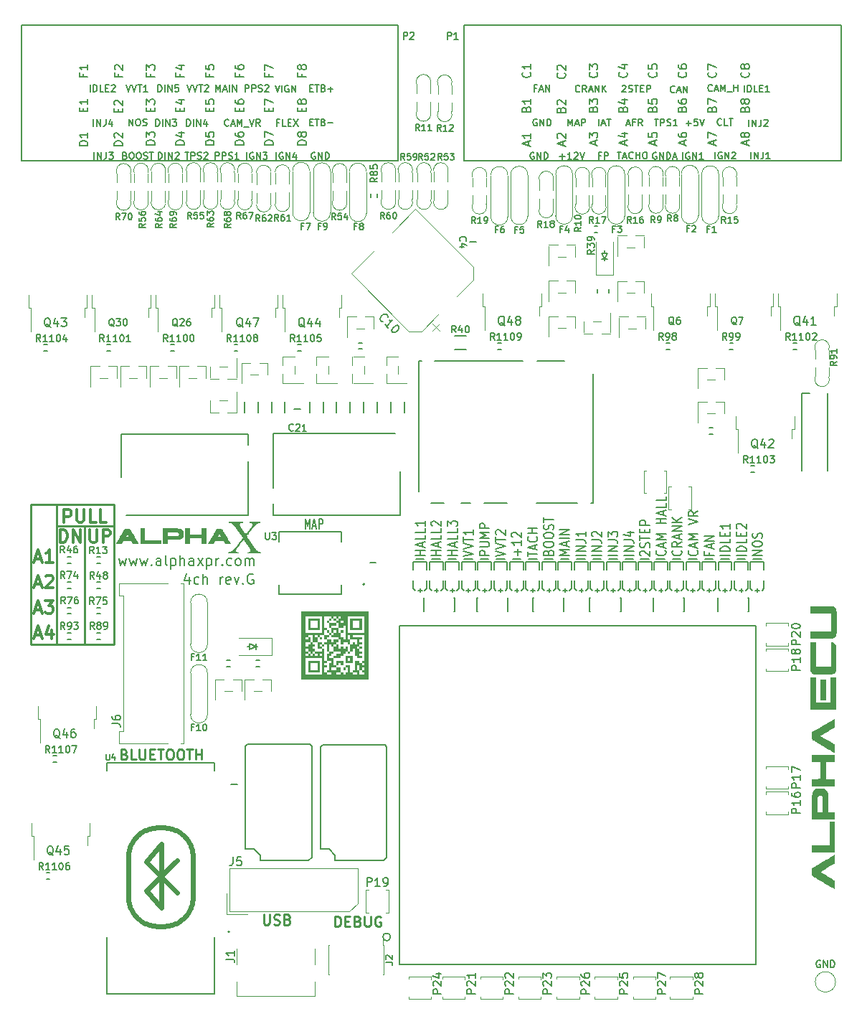
<source format=gto>
G04 #@! TF.GenerationSoftware,KiCad,Pcbnew,7.0.1-115-g2ece2719d0*
G04 #@! TF.CreationDate,2023-04-03T01:08:23+03:00*
G04 #@! TF.ProjectId,alphax_4ch,616c7068-6178-45f3-9463-682e6b696361,G*
G04 #@! TF.SameCoordinates,PX141f5e0PYa2cace0*
G04 #@! TF.FileFunction,Legend,Top*
G04 #@! TF.FilePolarity,Positive*
%FSLAX46Y46*%
G04 Gerber Fmt 4.6, Leading zero omitted, Abs format (unit mm)*
G04 Created by KiCad (PCBNEW 7.0.1-115-g2ece2719d0) date 2023-04-03 01:08:23*
%MOMM*%
%LPD*%
G01*
G04 APERTURE LIST*
%ADD10C,0.250000*%
%ADD11C,0.170000*%
%ADD12C,0.150000*%
%ADD13C,0.200000*%
%ADD14C,0.300000*%
%ADD15C,0.127000*%
%ADD16C,0.203200*%
%ADD17C,0.099060*%
%ADD18C,0.120000*%
%ADD19C,0.631031*%
G04 APERTURE END LIST*
D10*
X4000000Y58000000D02*
X4000000Y41500000D01*
X10800000Y41500000D02*
X10800000Y58000000D01*
X10800000Y55500000D02*
X4000000Y55500000D01*
X10800000Y58000000D02*
X1000000Y58000000D01*
X7300000Y41500000D02*
X7300000Y55500000D01*
X1000000Y58000000D02*
X1000000Y41500000D01*
X1000000Y41500000D02*
X10800000Y41500000D01*
D11*
X30297618Y103098953D02*
X30030952Y103098953D01*
X30030952Y102679905D02*
X30030952Y103479905D01*
X30030952Y103479905D02*
X30411904Y103479905D01*
X31097618Y102679905D02*
X30716666Y102679905D01*
X30716666Y102679905D02*
X30716666Y103479905D01*
X31364285Y103098953D02*
X31630951Y103098953D01*
X31745237Y102679905D02*
X31364285Y102679905D01*
X31364285Y102679905D02*
X31364285Y103479905D01*
X31364285Y103479905D02*
X31745237Y103479905D01*
X32011904Y103479905D02*
X32545238Y102679905D01*
X32545238Y103479905D02*
X32011904Y102679905D01*
X85765308Y102653317D02*
X85765308Y103453317D01*
X86146260Y102653317D02*
X86146260Y103453317D01*
X86146260Y103453317D02*
X86603403Y102653317D01*
X86603403Y102653317D02*
X86603403Y103453317D01*
X87212926Y103453317D02*
X87212926Y102881889D01*
X87212926Y102881889D02*
X87174831Y102767603D01*
X87174831Y102767603D02*
X87098640Y102691412D01*
X87098640Y102691412D02*
X86984355Y102653317D01*
X86984355Y102653317D02*
X86908164Y102653317D01*
X87555783Y103377127D02*
X87593879Y103415222D01*
X87593879Y103415222D02*
X87670069Y103453317D01*
X87670069Y103453317D02*
X87860545Y103453317D01*
X87860545Y103453317D02*
X87936736Y103415222D01*
X87936736Y103415222D02*
X87974831Y103377127D01*
X87974831Y103377127D02*
X88012926Y103300936D01*
X88012926Y103300936D02*
X88012926Y103224746D01*
X88012926Y103224746D02*
X87974831Y103110460D01*
X87974831Y103110460D02*
X87517688Y102653317D01*
X87517688Y102653317D02*
X88012926Y102653317D01*
D12*
X11338809Y108866667D02*
X11338809Y108533334D01*
X11862619Y108533334D02*
X10862619Y108533334D01*
X10862619Y108533334D02*
X10862619Y109009524D01*
X10957857Y109342858D02*
X10910238Y109390477D01*
X10910238Y109390477D02*
X10862619Y109485715D01*
X10862619Y109485715D02*
X10862619Y109723810D01*
X10862619Y109723810D02*
X10910238Y109819048D01*
X10910238Y109819048D02*
X10957857Y109866667D01*
X10957857Y109866667D02*
X11053095Y109914286D01*
X11053095Y109914286D02*
X11148333Y109914286D01*
X11148333Y109914286D02*
X11291190Y109866667D01*
X11291190Y109866667D02*
X11862619Y109295239D01*
X11862619Y109295239D02*
X11862619Y109914286D01*
D11*
X76993965Y106702148D02*
X76955869Y106664052D01*
X76955869Y106664052D02*
X76841584Y106625957D01*
X76841584Y106625957D02*
X76765393Y106625957D01*
X76765393Y106625957D02*
X76651107Y106664052D01*
X76651107Y106664052D02*
X76574917Y106740243D01*
X76574917Y106740243D02*
X76536822Y106816433D01*
X76536822Y106816433D02*
X76498726Y106968814D01*
X76498726Y106968814D02*
X76498726Y107083100D01*
X76498726Y107083100D02*
X76536822Y107235481D01*
X76536822Y107235481D02*
X76574917Y107311672D01*
X76574917Y107311672D02*
X76651107Y107387862D01*
X76651107Y107387862D02*
X76765393Y107425957D01*
X76765393Y107425957D02*
X76841584Y107425957D01*
X76841584Y107425957D02*
X76955869Y107387862D01*
X76955869Y107387862D02*
X76993965Y107349767D01*
X77298726Y106854529D02*
X77679679Y106854529D01*
X77222536Y106625957D02*
X77489203Y107425957D01*
X77489203Y107425957D02*
X77755869Y106625957D01*
X78022536Y106625957D02*
X78022536Y107425957D01*
X78022536Y107425957D02*
X78479679Y106625957D01*
X78479679Y106625957D02*
X78479679Y107425957D01*
D13*
X47539564Y52038096D02*
X46369564Y52038096D01*
X46926707Y52038096D02*
X46926707Y52609524D01*
X47539564Y52609524D02*
X46369564Y52609524D01*
X47205278Y53038096D02*
X47205278Y53514286D01*
X47539564Y52942858D02*
X46369564Y53276191D01*
X46369564Y53276191D02*
X47539564Y53609524D01*
X47539564Y54419048D02*
X47539564Y53942858D01*
X47539564Y53942858D02*
X46369564Y53942858D01*
X47539564Y55228572D02*
X47539564Y54752382D01*
X47539564Y54752382D02*
X46369564Y54752382D01*
X47539564Y56085715D02*
X47539564Y55514287D01*
X47539564Y55800001D02*
X46369564Y55800001D01*
X46369564Y55800001D02*
X46536707Y55704763D01*
X46536707Y55704763D02*
X46648135Y55609525D01*
X46648135Y55609525D02*
X46703850Y55514287D01*
X49434964Y52038096D02*
X48264964Y52038096D01*
X48822107Y52038096D02*
X48822107Y52609524D01*
X49434964Y52609524D02*
X48264964Y52609524D01*
X49100678Y53038096D02*
X49100678Y53514286D01*
X49434964Y52942858D02*
X48264964Y53276191D01*
X48264964Y53276191D02*
X49434964Y53609524D01*
X49434964Y54419048D02*
X49434964Y53942858D01*
X49434964Y53942858D02*
X48264964Y53942858D01*
X49434964Y55228572D02*
X49434964Y54752382D01*
X49434964Y54752382D02*
X48264964Y54752382D01*
X48376392Y55514287D02*
X48320678Y55561906D01*
X48320678Y55561906D02*
X48264964Y55657144D01*
X48264964Y55657144D02*
X48264964Y55895239D01*
X48264964Y55895239D02*
X48320678Y55990477D01*
X48320678Y55990477D02*
X48376392Y56038096D01*
X48376392Y56038096D02*
X48487821Y56085715D01*
X48487821Y56085715D02*
X48599250Y56085715D01*
X48599250Y56085715D02*
X48766392Y56038096D01*
X48766392Y56038096D02*
X49434964Y55466668D01*
X49434964Y55466668D02*
X49434964Y56085715D01*
X51330364Y52038096D02*
X50160364Y52038096D01*
X50717507Y52038096D02*
X50717507Y52609524D01*
X51330364Y52609524D02*
X50160364Y52609524D01*
X50996078Y53038096D02*
X50996078Y53514286D01*
X51330364Y52942858D02*
X50160364Y53276191D01*
X50160364Y53276191D02*
X51330364Y53609524D01*
X51330364Y54419048D02*
X51330364Y53942858D01*
X51330364Y53942858D02*
X50160364Y53942858D01*
X51330364Y55228572D02*
X51330364Y54752382D01*
X51330364Y54752382D02*
X50160364Y54752382D01*
X50160364Y55466668D02*
X50160364Y56085715D01*
X50160364Y56085715D02*
X50606078Y55752382D01*
X50606078Y55752382D02*
X50606078Y55895239D01*
X50606078Y55895239D02*
X50661792Y55990477D01*
X50661792Y55990477D02*
X50717507Y56038096D01*
X50717507Y56038096D02*
X50828935Y56085715D01*
X50828935Y56085715D02*
X51107507Y56085715D01*
X51107507Y56085715D02*
X51218935Y56038096D01*
X51218935Y56038096D02*
X51274650Y55990477D01*
X51274650Y55990477D02*
X51330364Y55895239D01*
X51330364Y55895239D02*
X51330364Y55609525D01*
X51330364Y55609525D02*
X51274650Y55514287D01*
X51274650Y55514287D02*
X51218935Y55466668D01*
X52055764Y51895239D02*
X53225764Y52228572D01*
X53225764Y52228572D02*
X52055764Y52561905D01*
X52055764Y52752382D02*
X53225764Y53085715D01*
X53225764Y53085715D02*
X52055764Y53419048D01*
X52055764Y53609525D02*
X52055764Y54180953D01*
X53225764Y53895239D02*
X52055764Y53895239D01*
X53225764Y55038096D02*
X53225764Y54466668D01*
X53225764Y54752382D02*
X52055764Y54752382D01*
X52055764Y54752382D02*
X52222907Y54657144D01*
X52222907Y54657144D02*
X52334335Y54561906D01*
X52334335Y54561906D02*
X52390050Y54466668D01*
X55121164Y52038096D02*
X53951164Y52038096D01*
X53951164Y52038096D02*
X53951164Y52419048D01*
X53951164Y52419048D02*
X54006878Y52514286D01*
X54006878Y52514286D02*
X54062592Y52561905D01*
X54062592Y52561905D02*
X54174021Y52609524D01*
X54174021Y52609524D02*
X54341164Y52609524D01*
X54341164Y52609524D02*
X54452592Y52561905D01*
X54452592Y52561905D02*
X54508307Y52514286D01*
X54508307Y52514286D02*
X54564021Y52419048D01*
X54564021Y52419048D02*
X54564021Y52038096D01*
X53951164Y53038096D02*
X54898307Y53038096D01*
X54898307Y53038096D02*
X55009735Y53085715D01*
X55009735Y53085715D02*
X55065450Y53133334D01*
X55065450Y53133334D02*
X55121164Y53228572D01*
X55121164Y53228572D02*
X55121164Y53419048D01*
X55121164Y53419048D02*
X55065450Y53514286D01*
X55065450Y53514286D02*
X55009735Y53561905D01*
X55009735Y53561905D02*
X54898307Y53609524D01*
X54898307Y53609524D02*
X53951164Y53609524D01*
X55121164Y54085715D02*
X53951164Y54085715D01*
X53951164Y54085715D02*
X54786878Y54419048D01*
X54786878Y54419048D02*
X53951164Y54752381D01*
X53951164Y54752381D02*
X55121164Y54752381D01*
X55121164Y55228572D02*
X53951164Y55228572D01*
X53951164Y55228572D02*
X53951164Y55609524D01*
X53951164Y55609524D02*
X54006878Y55704762D01*
X54006878Y55704762D02*
X54062592Y55752381D01*
X54062592Y55752381D02*
X54174021Y55800000D01*
X54174021Y55800000D02*
X54341164Y55800000D01*
X54341164Y55800000D02*
X54452592Y55752381D01*
X54452592Y55752381D02*
X54508307Y55704762D01*
X54508307Y55704762D02*
X54564021Y55609524D01*
X54564021Y55609524D02*
X54564021Y55228572D01*
X55846564Y51895239D02*
X57016564Y52228572D01*
X57016564Y52228572D02*
X55846564Y52561905D01*
X55846564Y52752382D02*
X57016564Y53085715D01*
X57016564Y53085715D02*
X55846564Y53419048D01*
X55846564Y53609525D02*
X55846564Y54180953D01*
X57016564Y53895239D02*
X55846564Y53895239D01*
X55957992Y54466668D02*
X55902278Y54514287D01*
X55902278Y54514287D02*
X55846564Y54609525D01*
X55846564Y54609525D02*
X55846564Y54847620D01*
X55846564Y54847620D02*
X55902278Y54942858D01*
X55902278Y54942858D02*
X55957992Y54990477D01*
X55957992Y54990477D02*
X56069421Y55038096D01*
X56069421Y55038096D02*
X56180850Y55038096D01*
X56180850Y55038096D02*
X56347992Y54990477D01*
X56347992Y54990477D02*
X57016564Y54419049D01*
X57016564Y54419049D02*
X57016564Y55038096D01*
X58466250Y52038096D02*
X58466250Y52800000D01*
X58911964Y52419048D02*
X58020535Y52419048D01*
X58911964Y53800000D02*
X58911964Y53228572D01*
X58911964Y53514286D02*
X57741964Y53514286D01*
X57741964Y53514286D02*
X57909107Y53419048D01*
X57909107Y53419048D02*
X58020535Y53323810D01*
X58020535Y53323810D02*
X58076250Y53228572D01*
X57853392Y54180953D02*
X57797678Y54228572D01*
X57797678Y54228572D02*
X57741964Y54323810D01*
X57741964Y54323810D02*
X57741964Y54561905D01*
X57741964Y54561905D02*
X57797678Y54657143D01*
X57797678Y54657143D02*
X57853392Y54704762D01*
X57853392Y54704762D02*
X57964821Y54752381D01*
X57964821Y54752381D02*
X58076250Y54752381D01*
X58076250Y54752381D02*
X58243392Y54704762D01*
X58243392Y54704762D02*
X58911964Y54133334D01*
X58911964Y54133334D02*
X58911964Y54752381D01*
X59637364Y51895239D02*
X59637364Y52466667D01*
X60807364Y52180953D02*
X59637364Y52180953D01*
X60473078Y52752382D02*
X60473078Y53228572D01*
X60807364Y52657144D02*
X59637364Y52990477D01*
X59637364Y52990477D02*
X60807364Y53323810D01*
X60695935Y54228572D02*
X60751650Y54180953D01*
X60751650Y54180953D02*
X60807364Y54038096D01*
X60807364Y54038096D02*
X60807364Y53942858D01*
X60807364Y53942858D02*
X60751650Y53800001D01*
X60751650Y53800001D02*
X60640221Y53704763D01*
X60640221Y53704763D02*
X60528792Y53657144D01*
X60528792Y53657144D02*
X60305935Y53609525D01*
X60305935Y53609525D02*
X60138792Y53609525D01*
X60138792Y53609525D02*
X59915935Y53657144D01*
X59915935Y53657144D02*
X59804507Y53704763D01*
X59804507Y53704763D02*
X59693078Y53800001D01*
X59693078Y53800001D02*
X59637364Y53942858D01*
X59637364Y53942858D02*
X59637364Y54038096D01*
X59637364Y54038096D02*
X59693078Y54180953D01*
X59693078Y54180953D02*
X59748792Y54228572D01*
X60807364Y54657144D02*
X59637364Y54657144D01*
X60194507Y54657144D02*
X60194507Y55228572D01*
X60807364Y55228572D02*
X59637364Y55228572D01*
X62089907Y52371429D02*
X62145621Y52514286D01*
X62145621Y52514286D02*
X62201335Y52561905D01*
X62201335Y52561905D02*
X62312764Y52609524D01*
X62312764Y52609524D02*
X62479907Y52609524D01*
X62479907Y52609524D02*
X62591335Y52561905D01*
X62591335Y52561905D02*
X62647050Y52514286D01*
X62647050Y52514286D02*
X62702764Y52419048D01*
X62702764Y52419048D02*
X62702764Y52038096D01*
X62702764Y52038096D02*
X61532764Y52038096D01*
X61532764Y52038096D02*
X61532764Y52371429D01*
X61532764Y52371429D02*
X61588478Y52466667D01*
X61588478Y52466667D02*
X61644192Y52514286D01*
X61644192Y52514286D02*
X61755621Y52561905D01*
X61755621Y52561905D02*
X61867050Y52561905D01*
X61867050Y52561905D02*
X61978478Y52514286D01*
X61978478Y52514286D02*
X62034192Y52466667D01*
X62034192Y52466667D02*
X62089907Y52371429D01*
X62089907Y52371429D02*
X62089907Y52038096D01*
X61532764Y53228572D02*
X61532764Y53419048D01*
X61532764Y53419048D02*
X61588478Y53514286D01*
X61588478Y53514286D02*
X61699907Y53609524D01*
X61699907Y53609524D02*
X61922764Y53657143D01*
X61922764Y53657143D02*
X62312764Y53657143D01*
X62312764Y53657143D02*
X62535621Y53609524D01*
X62535621Y53609524D02*
X62647050Y53514286D01*
X62647050Y53514286D02*
X62702764Y53419048D01*
X62702764Y53419048D02*
X62702764Y53228572D01*
X62702764Y53228572D02*
X62647050Y53133334D01*
X62647050Y53133334D02*
X62535621Y53038096D01*
X62535621Y53038096D02*
X62312764Y52990477D01*
X62312764Y52990477D02*
X61922764Y52990477D01*
X61922764Y52990477D02*
X61699907Y53038096D01*
X61699907Y53038096D02*
X61588478Y53133334D01*
X61588478Y53133334D02*
X61532764Y53228572D01*
X61532764Y54276191D02*
X61532764Y54466667D01*
X61532764Y54466667D02*
X61588478Y54561905D01*
X61588478Y54561905D02*
X61699907Y54657143D01*
X61699907Y54657143D02*
X61922764Y54704762D01*
X61922764Y54704762D02*
X62312764Y54704762D01*
X62312764Y54704762D02*
X62535621Y54657143D01*
X62535621Y54657143D02*
X62647050Y54561905D01*
X62647050Y54561905D02*
X62702764Y54466667D01*
X62702764Y54466667D02*
X62702764Y54276191D01*
X62702764Y54276191D02*
X62647050Y54180953D01*
X62647050Y54180953D02*
X62535621Y54085715D01*
X62535621Y54085715D02*
X62312764Y54038096D01*
X62312764Y54038096D02*
X61922764Y54038096D01*
X61922764Y54038096D02*
X61699907Y54085715D01*
X61699907Y54085715D02*
X61588478Y54180953D01*
X61588478Y54180953D02*
X61532764Y54276191D01*
X62647050Y55085715D02*
X62702764Y55228572D01*
X62702764Y55228572D02*
X62702764Y55466667D01*
X62702764Y55466667D02*
X62647050Y55561905D01*
X62647050Y55561905D02*
X62591335Y55609524D01*
X62591335Y55609524D02*
X62479907Y55657143D01*
X62479907Y55657143D02*
X62368478Y55657143D01*
X62368478Y55657143D02*
X62257050Y55609524D01*
X62257050Y55609524D02*
X62201335Y55561905D01*
X62201335Y55561905D02*
X62145621Y55466667D01*
X62145621Y55466667D02*
X62089907Y55276191D01*
X62089907Y55276191D02*
X62034192Y55180953D01*
X62034192Y55180953D02*
X61978478Y55133334D01*
X61978478Y55133334D02*
X61867050Y55085715D01*
X61867050Y55085715D02*
X61755621Y55085715D01*
X61755621Y55085715D02*
X61644192Y55133334D01*
X61644192Y55133334D02*
X61588478Y55180953D01*
X61588478Y55180953D02*
X61532764Y55276191D01*
X61532764Y55276191D02*
X61532764Y55514286D01*
X61532764Y55514286D02*
X61588478Y55657143D01*
X61532764Y55942858D02*
X61532764Y56514286D01*
X62702764Y56228572D02*
X61532764Y56228572D01*
X64598164Y52038096D02*
X63428164Y52038096D01*
X63428164Y52038096D02*
X64263878Y52371429D01*
X64263878Y52371429D02*
X63428164Y52704762D01*
X63428164Y52704762D02*
X64598164Y52704762D01*
X64263878Y53133334D02*
X64263878Y53609524D01*
X64598164Y53038096D02*
X63428164Y53371429D01*
X63428164Y53371429D02*
X64598164Y53704762D01*
X64598164Y54038096D02*
X63428164Y54038096D01*
X64598164Y54514286D02*
X63428164Y54514286D01*
X63428164Y54514286D02*
X64598164Y55085714D01*
X64598164Y55085714D02*
X63428164Y55085714D01*
X66493564Y52038096D02*
X65323564Y52038096D01*
X66493564Y52514286D02*
X65323564Y52514286D01*
X65323564Y52514286D02*
X66493564Y53085714D01*
X66493564Y53085714D02*
X65323564Y53085714D01*
X65323564Y53847619D02*
X66159278Y53847619D01*
X66159278Y53847619D02*
X66326421Y53800000D01*
X66326421Y53800000D02*
X66437850Y53704762D01*
X66437850Y53704762D02*
X66493564Y53561905D01*
X66493564Y53561905D02*
X66493564Y53466667D01*
X66493564Y54847619D02*
X66493564Y54276191D01*
X66493564Y54561905D02*
X65323564Y54561905D01*
X65323564Y54561905D02*
X65490707Y54466667D01*
X65490707Y54466667D02*
X65602135Y54371429D01*
X65602135Y54371429D02*
X65657850Y54276191D01*
X68388964Y52038096D02*
X67218964Y52038096D01*
X68388964Y52514286D02*
X67218964Y52514286D01*
X67218964Y52514286D02*
X68388964Y53085714D01*
X68388964Y53085714D02*
X67218964Y53085714D01*
X67218964Y53847619D02*
X68054678Y53847619D01*
X68054678Y53847619D02*
X68221821Y53800000D01*
X68221821Y53800000D02*
X68333250Y53704762D01*
X68333250Y53704762D02*
X68388964Y53561905D01*
X68388964Y53561905D02*
X68388964Y53466667D01*
X67330392Y54276191D02*
X67274678Y54323810D01*
X67274678Y54323810D02*
X67218964Y54419048D01*
X67218964Y54419048D02*
X67218964Y54657143D01*
X67218964Y54657143D02*
X67274678Y54752381D01*
X67274678Y54752381D02*
X67330392Y54800000D01*
X67330392Y54800000D02*
X67441821Y54847619D01*
X67441821Y54847619D02*
X67553250Y54847619D01*
X67553250Y54847619D02*
X67720392Y54800000D01*
X67720392Y54800000D02*
X68388964Y54228572D01*
X68388964Y54228572D02*
X68388964Y54847619D01*
X70284364Y52038096D02*
X69114364Y52038096D01*
X70284364Y52514286D02*
X69114364Y52514286D01*
X69114364Y52514286D02*
X70284364Y53085714D01*
X70284364Y53085714D02*
X69114364Y53085714D01*
X69114364Y53847619D02*
X69950078Y53847619D01*
X69950078Y53847619D02*
X70117221Y53800000D01*
X70117221Y53800000D02*
X70228650Y53704762D01*
X70228650Y53704762D02*
X70284364Y53561905D01*
X70284364Y53561905D02*
X70284364Y53466667D01*
X69114364Y54228572D02*
X69114364Y54847619D01*
X69114364Y54847619D02*
X69560078Y54514286D01*
X69560078Y54514286D02*
X69560078Y54657143D01*
X69560078Y54657143D02*
X69615792Y54752381D01*
X69615792Y54752381D02*
X69671507Y54800000D01*
X69671507Y54800000D02*
X69782935Y54847619D01*
X69782935Y54847619D02*
X70061507Y54847619D01*
X70061507Y54847619D02*
X70172935Y54800000D01*
X70172935Y54800000D02*
X70228650Y54752381D01*
X70228650Y54752381D02*
X70284364Y54657143D01*
X70284364Y54657143D02*
X70284364Y54371429D01*
X70284364Y54371429D02*
X70228650Y54276191D01*
X70228650Y54276191D02*
X70172935Y54228572D01*
X72179764Y52038096D02*
X71009764Y52038096D01*
X72179764Y52514286D02*
X71009764Y52514286D01*
X71009764Y52514286D02*
X72179764Y53085714D01*
X72179764Y53085714D02*
X71009764Y53085714D01*
X71009764Y53847619D02*
X71845478Y53847619D01*
X71845478Y53847619D02*
X72012621Y53800000D01*
X72012621Y53800000D02*
X72124050Y53704762D01*
X72124050Y53704762D02*
X72179764Y53561905D01*
X72179764Y53561905D02*
X72179764Y53466667D01*
X71399764Y54752381D02*
X72179764Y54752381D01*
X70954050Y54514286D02*
X71789764Y54276191D01*
X71789764Y54276191D02*
X71789764Y54895238D01*
X73016592Y51990477D02*
X72960878Y52038096D01*
X72960878Y52038096D02*
X72905164Y52133334D01*
X72905164Y52133334D02*
X72905164Y52371429D01*
X72905164Y52371429D02*
X72960878Y52466667D01*
X72960878Y52466667D02*
X73016592Y52514286D01*
X73016592Y52514286D02*
X73128021Y52561905D01*
X73128021Y52561905D02*
X73239450Y52561905D01*
X73239450Y52561905D02*
X73406592Y52514286D01*
X73406592Y52514286D02*
X74075164Y51942858D01*
X74075164Y51942858D02*
X74075164Y52561905D01*
X74019450Y52942858D02*
X74075164Y53085715D01*
X74075164Y53085715D02*
X74075164Y53323810D01*
X74075164Y53323810D02*
X74019450Y53419048D01*
X74019450Y53419048D02*
X73963735Y53466667D01*
X73963735Y53466667D02*
X73852307Y53514286D01*
X73852307Y53514286D02*
X73740878Y53514286D01*
X73740878Y53514286D02*
X73629450Y53466667D01*
X73629450Y53466667D02*
X73573735Y53419048D01*
X73573735Y53419048D02*
X73518021Y53323810D01*
X73518021Y53323810D02*
X73462307Y53133334D01*
X73462307Y53133334D02*
X73406592Y53038096D01*
X73406592Y53038096D02*
X73350878Y52990477D01*
X73350878Y52990477D02*
X73239450Y52942858D01*
X73239450Y52942858D02*
X73128021Y52942858D01*
X73128021Y52942858D02*
X73016592Y52990477D01*
X73016592Y52990477D02*
X72960878Y53038096D01*
X72960878Y53038096D02*
X72905164Y53133334D01*
X72905164Y53133334D02*
X72905164Y53371429D01*
X72905164Y53371429D02*
X72960878Y53514286D01*
X72905164Y53800001D02*
X72905164Y54371429D01*
X74075164Y54085715D02*
X72905164Y54085715D01*
X73462307Y54704763D02*
X73462307Y55038096D01*
X74075164Y55180953D02*
X74075164Y54704763D01*
X74075164Y54704763D02*
X72905164Y54704763D01*
X72905164Y54704763D02*
X72905164Y55180953D01*
X74075164Y55609525D02*
X72905164Y55609525D01*
X72905164Y55609525D02*
X72905164Y55990477D01*
X72905164Y55990477D02*
X72960878Y56085715D01*
X72960878Y56085715D02*
X73016592Y56133334D01*
X73016592Y56133334D02*
X73128021Y56180953D01*
X73128021Y56180953D02*
X73295164Y56180953D01*
X73295164Y56180953D02*
X73406592Y56133334D01*
X73406592Y56133334D02*
X73462307Y56085715D01*
X73462307Y56085715D02*
X73518021Y55990477D01*
X73518021Y55990477D02*
X73518021Y55609525D01*
X75859135Y52609524D02*
X75914850Y52561905D01*
X75914850Y52561905D02*
X75970564Y52419048D01*
X75970564Y52419048D02*
X75970564Y52323810D01*
X75970564Y52323810D02*
X75914850Y52180953D01*
X75914850Y52180953D02*
X75803421Y52085715D01*
X75803421Y52085715D02*
X75691992Y52038096D01*
X75691992Y52038096D02*
X75469135Y51990477D01*
X75469135Y51990477D02*
X75301992Y51990477D01*
X75301992Y51990477D02*
X75079135Y52038096D01*
X75079135Y52038096D02*
X74967707Y52085715D01*
X74967707Y52085715D02*
X74856278Y52180953D01*
X74856278Y52180953D02*
X74800564Y52323810D01*
X74800564Y52323810D02*
X74800564Y52419048D01*
X74800564Y52419048D02*
X74856278Y52561905D01*
X74856278Y52561905D02*
X74911992Y52609524D01*
X75636278Y52990477D02*
X75636278Y53466667D01*
X75970564Y52895239D02*
X74800564Y53228572D01*
X74800564Y53228572D02*
X75970564Y53561905D01*
X75970564Y53895239D02*
X74800564Y53895239D01*
X74800564Y53895239D02*
X75636278Y54228572D01*
X75636278Y54228572D02*
X74800564Y54561905D01*
X74800564Y54561905D02*
X75970564Y54561905D01*
X75970564Y55800001D02*
X74800564Y55800001D01*
X75357707Y55800001D02*
X75357707Y56371429D01*
X75970564Y56371429D02*
X74800564Y56371429D01*
X75636278Y56800001D02*
X75636278Y57276191D01*
X75970564Y56704763D02*
X74800564Y57038096D01*
X74800564Y57038096D02*
X75970564Y57371429D01*
X75970564Y58180953D02*
X75970564Y57704763D01*
X75970564Y57704763D02*
X74800564Y57704763D01*
X75970564Y58990477D02*
X75970564Y58514287D01*
X75970564Y58514287D02*
X74800564Y58514287D01*
X77754535Y52609524D02*
X77810250Y52561905D01*
X77810250Y52561905D02*
X77865964Y52419048D01*
X77865964Y52419048D02*
X77865964Y52323810D01*
X77865964Y52323810D02*
X77810250Y52180953D01*
X77810250Y52180953D02*
X77698821Y52085715D01*
X77698821Y52085715D02*
X77587392Y52038096D01*
X77587392Y52038096D02*
X77364535Y51990477D01*
X77364535Y51990477D02*
X77197392Y51990477D01*
X77197392Y51990477D02*
X76974535Y52038096D01*
X76974535Y52038096D02*
X76863107Y52085715D01*
X76863107Y52085715D02*
X76751678Y52180953D01*
X76751678Y52180953D02*
X76695964Y52323810D01*
X76695964Y52323810D02*
X76695964Y52419048D01*
X76695964Y52419048D02*
X76751678Y52561905D01*
X76751678Y52561905D02*
X76807392Y52609524D01*
X77865964Y53609524D02*
X77308821Y53276191D01*
X77865964Y53038096D02*
X76695964Y53038096D01*
X76695964Y53038096D02*
X76695964Y53419048D01*
X76695964Y53419048D02*
X76751678Y53514286D01*
X76751678Y53514286D02*
X76807392Y53561905D01*
X76807392Y53561905D02*
X76918821Y53609524D01*
X76918821Y53609524D02*
X77085964Y53609524D01*
X77085964Y53609524D02*
X77197392Y53561905D01*
X77197392Y53561905D02*
X77253107Y53514286D01*
X77253107Y53514286D02*
X77308821Y53419048D01*
X77308821Y53419048D02*
X77308821Y53038096D01*
X77531678Y53990477D02*
X77531678Y54466667D01*
X77865964Y53895239D02*
X76695964Y54228572D01*
X76695964Y54228572D02*
X77865964Y54561905D01*
X77865964Y54895239D02*
X76695964Y54895239D01*
X76695964Y54895239D02*
X77865964Y55466667D01*
X77865964Y55466667D02*
X76695964Y55466667D01*
X77865964Y55942858D02*
X76695964Y55942858D01*
X77865964Y56514286D02*
X77197392Y56085715D01*
X76695964Y56514286D02*
X77364535Y55942858D01*
X79649935Y52609524D02*
X79705650Y52561905D01*
X79705650Y52561905D02*
X79761364Y52419048D01*
X79761364Y52419048D02*
X79761364Y52323810D01*
X79761364Y52323810D02*
X79705650Y52180953D01*
X79705650Y52180953D02*
X79594221Y52085715D01*
X79594221Y52085715D02*
X79482792Y52038096D01*
X79482792Y52038096D02*
X79259935Y51990477D01*
X79259935Y51990477D02*
X79092792Y51990477D01*
X79092792Y51990477D02*
X78869935Y52038096D01*
X78869935Y52038096D02*
X78758507Y52085715D01*
X78758507Y52085715D02*
X78647078Y52180953D01*
X78647078Y52180953D02*
X78591364Y52323810D01*
X78591364Y52323810D02*
X78591364Y52419048D01*
X78591364Y52419048D02*
X78647078Y52561905D01*
X78647078Y52561905D02*
X78702792Y52609524D01*
X79427078Y52990477D02*
X79427078Y53466667D01*
X79761364Y52895239D02*
X78591364Y53228572D01*
X78591364Y53228572D02*
X79761364Y53561905D01*
X79761364Y53895239D02*
X78591364Y53895239D01*
X78591364Y53895239D02*
X79427078Y54228572D01*
X79427078Y54228572D02*
X78591364Y54561905D01*
X78591364Y54561905D02*
X79761364Y54561905D01*
X78591364Y55657144D02*
X79761364Y55990477D01*
X79761364Y55990477D02*
X78591364Y56323810D01*
X79761364Y57228572D02*
X79204221Y56895239D01*
X79761364Y56657144D02*
X78591364Y56657144D01*
X78591364Y56657144D02*
X78591364Y57038096D01*
X78591364Y57038096D02*
X78647078Y57133334D01*
X78647078Y57133334D02*
X78702792Y57180953D01*
X78702792Y57180953D02*
X78814221Y57228572D01*
X78814221Y57228572D02*
X78981364Y57228572D01*
X78981364Y57228572D02*
X79092792Y57180953D01*
X79092792Y57180953D02*
X79148507Y57133334D01*
X79148507Y57133334D02*
X79204221Y57038096D01*
X79204221Y57038096D02*
X79204221Y56657144D01*
X81043907Y52371429D02*
X81043907Y52038096D01*
X81656764Y52038096D02*
X80486764Y52038096D01*
X80486764Y52038096D02*
X80486764Y52514286D01*
X81322478Y52847620D02*
X81322478Y53323810D01*
X81656764Y52752382D02*
X80486764Y53085715D01*
X80486764Y53085715D02*
X81656764Y53419048D01*
X81656764Y53752382D02*
X80486764Y53752382D01*
X80486764Y53752382D02*
X81656764Y54323810D01*
X81656764Y54323810D02*
X80486764Y54323810D01*
X83552164Y52038096D02*
X82382164Y52038096D01*
X83552164Y52514286D02*
X82382164Y52514286D01*
X82382164Y52514286D02*
X82382164Y52752381D01*
X82382164Y52752381D02*
X82437878Y52895238D01*
X82437878Y52895238D02*
X82549307Y52990476D01*
X82549307Y52990476D02*
X82660735Y53038095D01*
X82660735Y53038095D02*
X82883592Y53085714D01*
X82883592Y53085714D02*
X83050735Y53085714D01*
X83050735Y53085714D02*
X83273592Y53038095D01*
X83273592Y53038095D02*
X83385021Y52990476D01*
X83385021Y52990476D02*
X83496450Y52895238D01*
X83496450Y52895238D02*
X83552164Y52752381D01*
X83552164Y52752381D02*
X83552164Y52514286D01*
X83552164Y53990476D02*
X83552164Y53514286D01*
X83552164Y53514286D02*
X82382164Y53514286D01*
X82939307Y54323810D02*
X82939307Y54657143D01*
X83552164Y54800000D02*
X83552164Y54323810D01*
X83552164Y54323810D02*
X82382164Y54323810D01*
X82382164Y54323810D02*
X82382164Y54800000D01*
X83552164Y55752381D02*
X83552164Y55180953D01*
X83552164Y55466667D02*
X82382164Y55466667D01*
X82382164Y55466667D02*
X82549307Y55371429D01*
X82549307Y55371429D02*
X82660735Y55276191D01*
X82660735Y55276191D02*
X82716450Y55180953D01*
X85447564Y52038096D02*
X84277564Y52038096D01*
X85447564Y52514286D02*
X84277564Y52514286D01*
X84277564Y52514286D02*
X84277564Y52752381D01*
X84277564Y52752381D02*
X84333278Y52895238D01*
X84333278Y52895238D02*
X84444707Y52990476D01*
X84444707Y52990476D02*
X84556135Y53038095D01*
X84556135Y53038095D02*
X84778992Y53085714D01*
X84778992Y53085714D02*
X84946135Y53085714D01*
X84946135Y53085714D02*
X85168992Y53038095D01*
X85168992Y53038095D02*
X85280421Y52990476D01*
X85280421Y52990476D02*
X85391850Y52895238D01*
X85391850Y52895238D02*
X85447564Y52752381D01*
X85447564Y52752381D02*
X85447564Y52514286D01*
X85447564Y53990476D02*
X85447564Y53514286D01*
X85447564Y53514286D02*
X84277564Y53514286D01*
X84834707Y54323810D02*
X84834707Y54657143D01*
X85447564Y54800000D02*
X85447564Y54323810D01*
X85447564Y54323810D02*
X84277564Y54323810D01*
X84277564Y54323810D02*
X84277564Y54800000D01*
X84388992Y55180953D02*
X84333278Y55228572D01*
X84333278Y55228572D02*
X84277564Y55323810D01*
X84277564Y55323810D02*
X84277564Y55561905D01*
X84277564Y55561905D02*
X84333278Y55657143D01*
X84333278Y55657143D02*
X84388992Y55704762D01*
X84388992Y55704762D02*
X84500421Y55752381D01*
X84500421Y55752381D02*
X84611850Y55752381D01*
X84611850Y55752381D02*
X84778992Y55704762D01*
X84778992Y55704762D02*
X85447564Y55133334D01*
X85447564Y55133334D02*
X85447564Y55752381D01*
X87342964Y52038096D02*
X86172964Y52038096D01*
X86172964Y52038096D02*
X87342964Y52609524D01*
X87342964Y52609524D02*
X86172964Y52609524D01*
X86172964Y53276191D02*
X86172964Y53466667D01*
X86172964Y53466667D02*
X86228678Y53561905D01*
X86228678Y53561905D02*
X86340107Y53657143D01*
X86340107Y53657143D02*
X86562964Y53704762D01*
X86562964Y53704762D02*
X86952964Y53704762D01*
X86952964Y53704762D02*
X87175821Y53657143D01*
X87175821Y53657143D02*
X87287250Y53561905D01*
X87287250Y53561905D02*
X87342964Y53466667D01*
X87342964Y53466667D02*
X87342964Y53276191D01*
X87342964Y53276191D02*
X87287250Y53180953D01*
X87287250Y53180953D02*
X87175821Y53085715D01*
X87175821Y53085715D02*
X86952964Y53038096D01*
X86952964Y53038096D02*
X86562964Y53038096D01*
X86562964Y53038096D02*
X86340107Y53085715D01*
X86340107Y53085715D02*
X86228678Y53180953D01*
X86228678Y53180953D02*
X86172964Y53276191D01*
X87287250Y54085715D02*
X87342964Y54228572D01*
X87342964Y54228572D02*
X87342964Y54466667D01*
X87342964Y54466667D02*
X87287250Y54561905D01*
X87287250Y54561905D02*
X87231535Y54609524D01*
X87231535Y54609524D02*
X87120107Y54657143D01*
X87120107Y54657143D02*
X87008678Y54657143D01*
X87008678Y54657143D02*
X86897250Y54609524D01*
X86897250Y54609524D02*
X86841535Y54561905D01*
X86841535Y54561905D02*
X86785821Y54466667D01*
X86785821Y54466667D02*
X86730107Y54276191D01*
X86730107Y54276191D02*
X86674392Y54180953D01*
X86674392Y54180953D02*
X86618678Y54133334D01*
X86618678Y54133334D02*
X86507250Y54085715D01*
X86507250Y54085715D02*
X86395821Y54085715D01*
X86395821Y54085715D02*
X86284392Y54133334D01*
X86284392Y54133334D02*
X86228678Y54180953D01*
X86228678Y54180953D02*
X86172964Y54276191D01*
X86172964Y54276191D02*
X86172964Y54514286D01*
X86172964Y54514286D02*
X86228678Y54657143D01*
D11*
X60382159Y99541810D02*
X60305969Y99579905D01*
X60305969Y99579905D02*
X60191683Y99579905D01*
X60191683Y99579905D02*
X60077397Y99541810D01*
X60077397Y99541810D02*
X60001207Y99465620D01*
X60001207Y99465620D02*
X59963112Y99389429D01*
X59963112Y99389429D02*
X59925016Y99237048D01*
X59925016Y99237048D02*
X59925016Y99122762D01*
X59925016Y99122762D02*
X59963112Y98970381D01*
X59963112Y98970381D02*
X60001207Y98894191D01*
X60001207Y98894191D02*
X60077397Y98818000D01*
X60077397Y98818000D02*
X60191683Y98779905D01*
X60191683Y98779905D02*
X60267874Y98779905D01*
X60267874Y98779905D02*
X60382159Y98818000D01*
X60382159Y98818000D02*
X60420255Y98856096D01*
X60420255Y98856096D02*
X60420255Y99122762D01*
X60420255Y99122762D02*
X60267874Y99122762D01*
X60763112Y98779905D02*
X60763112Y99579905D01*
X60763112Y99579905D02*
X61220255Y98779905D01*
X61220255Y98779905D02*
X61220255Y99579905D01*
X61601207Y98779905D02*
X61601207Y99579905D01*
X61601207Y99579905D02*
X61791683Y99579905D01*
X61791683Y99579905D02*
X61905969Y99541810D01*
X61905969Y99541810D02*
X61982159Y99465620D01*
X61982159Y99465620D02*
X62020254Y99389429D01*
X62020254Y99389429D02*
X62058350Y99237048D01*
X62058350Y99237048D02*
X62058350Y99122762D01*
X62058350Y99122762D02*
X62020254Y98970381D01*
X62020254Y98970381D02*
X61982159Y98894191D01*
X61982159Y98894191D02*
X61905969Y98818000D01*
X61905969Y98818000D02*
X61791683Y98779905D01*
X61791683Y98779905D02*
X61601207Y98779905D01*
X19400000Y102679905D02*
X19400000Y103479905D01*
X19400000Y103479905D02*
X19590476Y103479905D01*
X19590476Y103479905D02*
X19704762Y103441810D01*
X19704762Y103441810D02*
X19780952Y103365620D01*
X19780952Y103365620D02*
X19819047Y103289429D01*
X19819047Y103289429D02*
X19857143Y103137048D01*
X19857143Y103137048D02*
X19857143Y103022762D01*
X19857143Y103022762D02*
X19819047Y102870381D01*
X19819047Y102870381D02*
X19780952Y102794191D01*
X19780952Y102794191D02*
X19704762Y102718000D01*
X19704762Y102718000D02*
X19590476Y102679905D01*
X19590476Y102679905D02*
X19400000Y102679905D01*
X20200000Y102679905D02*
X20200000Y103479905D01*
X20580952Y102679905D02*
X20580952Y103479905D01*
X20580952Y103479905D02*
X21038095Y102679905D01*
X21038095Y102679905D02*
X21038095Y103479905D01*
X21761904Y103213239D02*
X21761904Y102679905D01*
X21571428Y103518000D02*
X21380951Y102946572D01*
X21380951Y102946572D02*
X21876190Y102946572D01*
X26278571Y106729905D02*
X26278571Y107529905D01*
X26278571Y107529905D02*
X26583333Y107529905D01*
X26583333Y107529905D02*
X26659523Y107491810D01*
X26659523Y107491810D02*
X26697618Y107453715D01*
X26697618Y107453715D02*
X26735714Y107377524D01*
X26735714Y107377524D02*
X26735714Y107263239D01*
X26735714Y107263239D02*
X26697618Y107187048D01*
X26697618Y107187048D02*
X26659523Y107148953D01*
X26659523Y107148953D02*
X26583333Y107110858D01*
X26583333Y107110858D02*
X26278571Y107110858D01*
X27078571Y106729905D02*
X27078571Y107529905D01*
X27078571Y107529905D02*
X27383333Y107529905D01*
X27383333Y107529905D02*
X27459523Y107491810D01*
X27459523Y107491810D02*
X27497618Y107453715D01*
X27497618Y107453715D02*
X27535714Y107377524D01*
X27535714Y107377524D02*
X27535714Y107263239D01*
X27535714Y107263239D02*
X27497618Y107187048D01*
X27497618Y107187048D02*
X27459523Y107148953D01*
X27459523Y107148953D02*
X27383333Y107110858D01*
X27383333Y107110858D02*
X27078571Y107110858D01*
X27840475Y106768000D02*
X27954761Y106729905D01*
X27954761Y106729905D02*
X28145237Y106729905D01*
X28145237Y106729905D02*
X28221428Y106768000D01*
X28221428Y106768000D02*
X28259523Y106806096D01*
X28259523Y106806096D02*
X28297618Y106882286D01*
X28297618Y106882286D02*
X28297618Y106958477D01*
X28297618Y106958477D02*
X28259523Y107034667D01*
X28259523Y107034667D02*
X28221428Y107072762D01*
X28221428Y107072762D02*
X28145237Y107110858D01*
X28145237Y107110858D02*
X27992856Y107148953D01*
X27992856Y107148953D02*
X27916666Y107187048D01*
X27916666Y107187048D02*
X27878571Y107225143D01*
X27878571Y107225143D02*
X27840475Y107301334D01*
X27840475Y107301334D02*
X27840475Y107377524D01*
X27840475Y107377524D02*
X27878571Y107453715D01*
X27878571Y107453715D02*
X27916666Y107491810D01*
X27916666Y107491810D02*
X27992856Y107529905D01*
X27992856Y107529905D02*
X28183333Y107529905D01*
X28183333Y107529905D02*
X28297618Y107491810D01*
X28602380Y107453715D02*
X28640476Y107491810D01*
X28640476Y107491810D02*
X28716666Y107529905D01*
X28716666Y107529905D02*
X28907142Y107529905D01*
X28907142Y107529905D02*
X28983333Y107491810D01*
X28983333Y107491810D02*
X29021428Y107453715D01*
X29021428Y107453715D02*
X29059523Y107377524D01*
X29059523Y107377524D02*
X29059523Y107301334D01*
X29059523Y107301334D02*
X29021428Y107187048D01*
X29021428Y107187048D02*
X28564285Y106729905D01*
X28564285Y106729905D02*
X29059523Y106729905D01*
X12133333Y99198953D02*
X12247619Y99160858D01*
X12247619Y99160858D02*
X12285714Y99122762D01*
X12285714Y99122762D02*
X12323810Y99046572D01*
X12323810Y99046572D02*
X12323810Y98932286D01*
X12323810Y98932286D02*
X12285714Y98856096D01*
X12285714Y98856096D02*
X12247619Y98818000D01*
X12247619Y98818000D02*
X12171429Y98779905D01*
X12171429Y98779905D02*
X11866667Y98779905D01*
X11866667Y98779905D02*
X11866667Y99579905D01*
X11866667Y99579905D02*
X12133333Y99579905D01*
X12133333Y99579905D02*
X12209524Y99541810D01*
X12209524Y99541810D02*
X12247619Y99503715D01*
X12247619Y99503715D02*
X12285714Y99427524D01*
X12285714Y99427524D02*
X12285714Y99351334D01*
X12285714Y99351334D02*
X12247619Y99275143D01*
X12247619Y99275143D02*
X12209524Y99237048D01*
X12209524Y99237048D02*
X12133333Y99198953D01*
X12133333Y99198953D02*
X11866667Y99198953D01*
X12819048Y99579905D02*
X12971429Y99579905D01*
X12971429Y99579905D02*
X13047619Y99541810D01*
X13047619Y99541810D02*
X13123810Y99465620D01*
X13123810Y99465620D02*
X13161905Y99313239D01*
X13161905Y99313239D02*
X13161905Y99046572D01*
X13161905Y99046572D02*
X13123810Y98894191D01*
X13123810Y98894191D02*
X13047619Y98818000D01*
X13047619Y98818000D02*
X12971429Y98779905D01*
X12971429Y98779905D02*
X12819048Y98779905D01*
X12819048Y98779905D02*
X12742857Y98818000D01*
X12742857Y98818000D02*
X12666667Y98894191D01*
X12666667Y98894191D02*
X12628571Y99046572D01*
X12628571Y99046572D02*
X12628571Y99313239D01*
X12628571Y99313239D02*
X12666667Y99465620D01*
X12666667Y99465620D02*
X12742857Y99541810D01*
X12742857Y99541810D02*
X12819048Y99579905D01*
X13657143Y99579905D02*
X13809524Y99579905D01*
X13809524Y99579905D02*
X13885714Y99541810D01*
X13885714Y99541810D02*
X13961905Y99465620D01*
X13961905Y99465620D02*
X14000000Y99313239D01*
X14000000Y99313239D02*
X14000000Y99046572D01*
X14000000Y99046572D02*
X13961905Y98894191D01*
X13961905Y98894191D02*
X13885714Y98818000D01*
X13885714Y98818000D02*
X13809524Y98779905D01*
X13809524Y98779905D02*
X13657143Y98779905D01*
X13657143Y98779905D02*
X13580952Y98818000D01*
X13580952Y98818000D02*
X13504762Y98894191D01*
X13504762Y98894191D02*
X13466666Y99046572D01*
X13466666Y99046572D02*
X13466666Y99313239D01*
X13466666Y99313239D02*
X13504762Y99465620D01*
X13504762Y99465620D02*
X13580952Y99541810D01*
X13580952Y99541810D02*
X13657143Y99579905D01*
X14304761Y98818000D02*
X14419047Y98779905D01*
X14419047Y98779905D02*
X14609523Y98779905D01*
X14609523Y98779905D02*
X14685714Y98818000D01*
X14685714Y98818000D02*
X14723809Y98856096D01*
X14723809Y98856096D02*
X14761904Y98932286D01*
X14761904Y98932286D02*
X14761904Y99008477D01*
X14761904Y99008477D02*
X14723809Y99084667D01*
X14723809Y99084667D02*
X14685714Y99122762D01*
X14685714Y99122762D02*
X14609523Y99160858D01*
X14609523Y99160858D02*
X14457142Y99198953D01*
X14457142Y99198953D02*
X14380952Y99237048D01*
X14380952Y99237048D02*
X14342857Y99275143D01*
X14342857Y99275143D02*
X14304761Y99351334D01*
X14304761Y99351334D02*
X14304761Y99427524D01*
X14304761Y99427524D02*
X14342857Y99503715D01*
X14342857Y99503715D02*
X14380952Y99541810D01*
X14380952Y99541810D02*
X14457142Y99579905D01*
X14457142Y99579905D02*
X14647619Y99579905D01*
X14647619Y99579905D02*
X14761904Y99541810D01*
X14990476Y99579905D02*
X15447619Y99579905D01*
X15219047Y98779905D02*
X15219047Y99579905D01*
D13*
X19685715Y49444858D02*
X19685715Y48644858D01*
X19400000Y49902000D02*
X19114286Y49044858D01*
X19114286Y49044858D02*
X19857143Y49044858D01*
X20828572Y48702000D02*
X20714286Y48644858D01*
X20714286Y48644858D02*
X20485714Y48644858D01*
X20485714Y48644858D02*
X20371429Y48702000D01*
X20371429Y48702000D02*
X20314286Y48759143D01*
X20314286Y48759143D02*
X20257143Y48873429D01*
X20257143Y48873429D02*
X20257143Y49216286D01*
X20257143Y49216286D02*
X20314286Y49330572D01*
X20314286Y49330572D02*
X20371429Y49387715D01*
X20371429Y49387715D02*
X20485714Y49444858D01*
X20485714Y49444858D02*
X20714286Y49444858D01*
X20714286Y49444858D02*
X20828572Y49387715D01*
X21342857Y48644858D02*
X21342857Y49844858D01*
X21857143Y48644858D02*
X21857143Y49273429D01*
X21857143Y49273429D02*
X21800000Y49387715D01*
X21800000Y49387715D02*
X21685714Y49444858D01*
X21685714Y49444858D02*
X21514285Y49444858D01*
X21514285Y49444858D02*
X21400000Y49387715D01*
X21400000Y49387715D02*
X21342857Y49330572D01*
X23342857Y48644858D02*
X23342857Y49444858D01*
X23342857Y49216286D02*
X23400000Y49330572D01*
X23400000Y49330572D02*
X23457143Y49387715D01*
X23457143Y49387715D02*
X23571428Y49444858D01*
X23571428Y49444858D02*
X23685714Y49444858D01*
X24542857Y48702000D02*
X24428571Y48644858D01*
X24428571Y48644858D02*
X24200000Y48644858D01*
X24200000Y48644858D02*
X24085714Y48702000D01*
X24085714Y48702000D02*
X24028571Y48816286D01*
X24028571Y48816286D02*
X24028571Y49273429D01*
X24028571Y49273429D02*
X24085714Y49387715D01*
X24085714Y49387715D02*
X24200000Y49444858D01*
X24200000Y49444858D02*
X24428571Y49444858D01*
X24428571Y49444858D02*
X24542857Y49387715D01*
X24542857Y49387715D02*
X24600000Y49273429D01*
X24600000Y49273429D02*
X24600000Y49159143D01*
X24600000Y49159143D02*
X24028571Y49044858D01*
X24999999Y49444858D02*
X25285713Y48644858D01*
X25285713Y48644858D02*
X25571428Y49444858D01*
X26028571Y48759143D02*
X26085714Y48702000D01*
X26085714Y48702000D02*
X26028571Y48644858D01*
X26028571Y48644858D02*
X25971428Y48702000D01*
X25971428Y48702000D02*
X26028571Y48759143D01*
X26028571Y48759143D02*
X26028571Y48644858D01*
X27228571Y49787715D02*
X27114286Y49844858D01*
X27114286Y49844858D02*
X26942857Y49844858D01*
X26942857Y49844858D02*
X26771428Y49787715D01*
X26771428Y49787715D02*
X26657143Y49673429D01*
X26657143Y49673429D02*
X26600000Y49559143D01*
X26600000Y49559143D02*
X26542857Y49330572D01*
X26542857Y49330572D02*
X26542857Y49159143D01*
X26542857Y49159143D02*
X26600000Y48930572D01*
X26600000Y48930572D02*
X26657143Y48816286D01*
X26657143Y48816286D02*
X26771428Y48702000D01*
X26771428Y48702000D02*
X26942857Y48644858D01*
X26942857Y48644858D02*
X27057143Y48644858D01*
X27057143Y48644858D02*
X27228571Y48702000D01*
X27228571Y48702000D02*
X27285714Y48759143D01*
X27285714Y48759143D02*
X27285714Y49159143D01*
X27285714Y49159143D02*
X27057143Y49159143D01*
D14*
X4905085Y55919129D02*
X4905085Y57419129D01*
X4905085Y57419129D02*
X5476514Y57419129D01*
X5476514Y57419129D02*
X5619371Y57347700D01*
X5619371Y57347700D02*
X5690800Y57276272D01*
X5690800Y57276272D02*
X5762228Y57133415D01*
X5762228Y57133415D02*
X5762228Y56919129D01*
X5762228Y56919129D02*
X5690800Y56776272D01*
X5690800Y56776272D02*
X5619371Y56704843D01*
X5619371Y56704843D02*
X5476514Y56633415D01*
X5476514Y56633415D02*
X4905085Y56633415D01*
X6405085Y57419129D02*
X6405085Y56204843D01*
X6405085Y56204843D02*
X6476514Y56061986D01*
X6476514Y56061986D02*
X6547943Y55990557D01*
X6547943Y55990557D02*
X6690800Y55919129D01*
X6690800Y55919129D02*
X6976514Y55919129D01*
X6976514Y55919129D02*
X7119371Y55990557D01*
X7119371Y55990557D02*
X7190800Y56061986D01*
X7190800Y56061986D02*
X7262228Y56204843D01*
X7262228Y56204843D02*
X7262228Y57419129D01*
X8690800Y55919129D02*
X7976514Y55919129D01*
X7976514Y55919129D02*
X7976514Y57419129D01*
X9905086Y55919129D02*
X9190800Y55919129D01*
X9190800Y55919129D02*
X9190800Y57419129D01*
D11*
X70802030Y107432244D02*
X70840126Y107470339D01*
X70840126Y107470339D02*
X70916316Y107508434D01*
X70916316Y107508434D02*
X71106792Y107508434D01*
X71106792Y107508434D02*
X71182983Y107470339D01*
X71182983Y107470339D02*
X71221078Y107432244D01*
X71221078Y107432244D02*
X71259173Y107356053D01*
X71259173Y107356053D02*
X71259173Y107279863D01*
X71259173Y107279863D02*
X71221078Y107165577D01*
X71221078Y107165577D02*
X70763935Y106708434D01*
X70763935Y106708434D02*
X71259173Y106708434D01*
X71563935Y106746529D02*
X71678221Y106708434D01*
X71678221Y106708434D02*
X71868697Y106708434D01*
X71868697Y106708434D02*
X71944888Y106746529D01*
X71944888Y106746529D02*
X71982983Y106784625D01*
X71982983Y106784625D02*
X72021078Y106860815D01*
X72021078Y106860815D02*
X72021078Y106937006D01*
X72021078Y106937006D02*
X71982983Y107013196D01*
X71982983Y107013196D02*
X71944888Y107051291D01*
X71944888Y107051291D02*
X71868697Y107089387D01*
X71868697Y107089387D02*
X71716316Y107127482D01*
X71716316Y107127482D02*
X71640126Y107165577D01*
X71640126Y107165577D02*
X71602031Y107203672D01*
X71602031Y107203672D02*
X71563935Y107279863D01*
X71563935Y107279863D02*
X71563935Y107356053D01*
X71563935Y107356053D02*
X71602031Y107432244D01*
X71602031Y107432244D02*
X71640126Y107470339D01*
X71640126Y107470339D02*
X71716316Y107508434D01*
X71716316Y107508434D02*
X71906793Y107508434D01*
X71906793Y107508434D02*
X72021078Y107470339D01*
X72249650Y107508434D02*
X72706793Y107508434D01*
X72478221Y106708434D02*
X72478221Y107508434D01*
X72973460Y107127482D02*
X73240126Y107127482D01*
X73354412Y106708434D02*
X72973460Y106708434D01*
X72973460Y106708434D02*
X72973460Y107508434D01*
X72973460Y107508434D02*
X73354412Y107508434D01*
X73697270Y106708434D02*
X73697270Y107508434D01*
X73697270Y107508434D02*
X74002032Y107508434D01*
X74002032Y107508434D02*
X74078222Y107470339D01*
X74078222Y107470339D02*
X74116317Y107432244D01*
X74116317Y107432244D02*
X74154413Y107356053D01*
X74154413Y107356053D02*
X74154413Y107241768D01*
X74154413Y107241768D02*
X74116317Y107165577D01*
X74116317Y107165577D02*
X74078222Y107127482D01*
X74078222Y107127482D02*
X74002032Y107089387D01*
X74002032Y107089387D02*
X73697270Y107089387D01*
X65796228Y106784625D02*
X65758132Y106746529D01*
X65758132Y106746529D02*
X65643847Y106708434D01*
X65643847Y106708434D02*
X65567656Y106708434D01*
X65567656Y106708434D02*
X65453370Y106746529D01*
X65453370Y106746529D02*
X65377180Y106822720D01*
X65377180Y106822720D02*
X65339085Y106898910D01*
X65339085Y106898910D02*
X65300989Y107051291D01*
X65300989Y107051291D02*
X65300989Y107165577D01*
X65300989Y107165577D02*
X65339085Y107317958D01*
X65339085Y107317958D02*
X65377180Y107394149D01*
X65377180Y107394149D02*
X65453370Y107470339D01*
X65453370Y107470339D02*
X65567656Y107508434D01*
X65567656Y107508434D02*
X65643847Y107508434D01*
X65643847Y107508434D02*
X65758132Y107470339D01*
X65758132Y107470339D02*
X65796228Y107432244D01*
X66596228Y106708434D02*
X66329561Y107089387D01*
X66139085Y106708434D02*
X66139085Y107508434D01*
X66139085Y107508434D02*
X66443847Y107508434D01*
X66443847Y107508434D02*
X66520037Y107470339D01*
X66520037Y107470339D02*
X66558132Y107432244D01*
X66558132Y107432244D02*
X66596228Y107356053D01*
X66596228Y107356053D02*
X66596228Y107241768D01*
X66596228Y107241768D02*
X66558132Y107165577D01*
X66558132Y107165577D02*
X66520037Y107127482D01*
X66520037Y107127482D02*
X66443847Y107089387D01*
X66443847Y107089387D02*
X66139085Y107089387D01*
X66900989Y106937006D02*
X67281942Y106937006D01*
X66824799Y106708434D02*
X67091466Y107508434D01*
X67091466Y107508434D02*
X67358132Y106708434D01*
X67624799Y106708434D02*
X67624799Y107508434D01*
X67624799Y107508434D02*
X68081942Y106708434D01*
X68081942Y106708434D02*
X68081942Y107508434D01*
X68462894Y106708434D02*
X68462894Y107508434D01*
X68920037Y106708434D02*
X68577179Y107165577D01*
X68920037Y107508434D02*
X68462894Y107051291D01*
X64398735Y102699244D02*
X64398735Y103499244D01*
X64398735Y103499244D02*
X64665401Y102927816D01*
X64665401Y102927816D02*
X64932068Y103499244D01*
X64932068Y103499244D02*
X64932068Y102699244D01*
X65274925Y102927816D02*
X65655878Y102927816D01*
X65198735Y102699244D02*
X65465402Y103499244D01*
X65465402Y103499244D02*
X65732068Y102699244D01*
X65998735Y102699244D02*
X65998735Y103499244D01*
X65998735Y103499244D02*
X66303497Y103499244D01*
X66303497Y103499244D02*
X66379687Y103461149D01*
X66379687Y103461149D02*
X66417782Y103423054D01*
X66417782Y103423054D02*
X66455878Y103346863D01*
X66455878Y103346863D02*
X66455878Y103232578D01*
X66455878Y103232578D02*
X66417782Y103156387D01*
X66417782Y103156387D02*
X66379687Y103118292D01*
X66379687Y103118292D02*
X66303497Y103080197D01*
X66303497Y103080197D02*
X65998735Y103080197D01*
X63430476Y99094667D02*
X64040000Y99094667D01*
X63735238Y98789905D02*
X63735238Y99399429D01*
X64839999Y98789905D02*
X64382856Y98789905D01*
X64611428Y98789905D02*
X64611428Y99589905D01*
X64611428Y99589905D02*
X64535237Y99475620D01*
X64535237Y99475620D02*
X64459047Y99399429D01*
X64459047Y99399429D02*
X64382856Y99361334D01*
X65144761Y99513715D02*
X65182857Y99551810D01*
X65182857Y99551810D02*
X65259047Y99589905D01*
X65259047Y99589905D02*
X65449523Y99589905D01*
X65449523Y99589905D02*
X65525714Y99551810D01*
X65525714Y99551810D02*
X65563809Y99513715D01*
X65563809Y99513715D02*
X65601904Y99437524D01*
X65601904Y99437524D02*
X65601904Y99361334D01*
X65601904Y99361334D02*
X65563809Y99247048D01*
X65563809Y99247048D02*
X65106666Y98789905D01*
X65106666Y98789905D02*
X65601904Y98789905D01*
X65830476Y99589905D02*
X66097143Y98789905D01*
X66097143Y98789905D02*
X66363809Y99589905D01*
X77941683Y98769662D02*
X77941683Y99569662D01*
X78741682Y99531567D02*
X78665492Y99569662D01*
X78665492Y99569662D02*
X78551206Y99569662D01*
X78551206Y99569662D02*
X78436920Y99531567D01*
X78436920Y99531567D02*
X78360730Y99455377D01*
X78360730Y99455377D02*
X78322635Y99379186D01*
X78322635Y99379186D02*
X78284539Y99226805D01*
X78284539Y99226805D02*
X78284539Y99112519D01*
X78284539Y99112519D02*
X78322635Y98960138D01*
X78322635Y98960138D02*
X78360730Y98883948D01*
X78360730Y98883948D02*
X78436920Y98807757D01*
X78436920Y98807757D02*
X78551206Y98769662D01*
X78551206Y98769662D02*
X78627397Y98769662D01*
X78627397Y98769662D02*
X78741682Y98807757D01*
X78741682Y98807757D02*
X78779778Y98845853D01*
X78779778Y98845853D02*
X78779778Y99112519D01*
X78779778Y99112519D02*
X78627397Y99112519D01*
X79122635Y98769662D02*
X79122635Y99569662D01*
X79122635Y99569662D02*
X79579778Y98769662D01*
X79579778Y98769662D02*
X79579778Y99569662D01*
X80379777Y98769662D02*
X79922634Y98769662D01*
X80151206Y98769662D02*
X80151206Y99569662D01*
X80151206Y99569662D02*
X80075015Y99455377D01*
X80075015Y99455377D02*
X79998825Y99379186D01*
X79998825Y99379186D02*
X79922634Y99341091D01*
X71336567Y102946302D02*
X71717520Y102946302D01*
X71260377Y102717730D02*
X71527044Y103517730D01*
X71527044Y103517730D02*
X71793710Y102717730D01*
X72327043Y103136778D02*
X72060377Y103136778D01*
X72060377Y102717730D02*
X72060377Y103517730D01*
X72060377Y103517730D02*
X72441329Y103517730D01*
X73203234Y102717730D02*
X72936567Y103098683D01*
X72746091Y102717730D02*
X72746091Y103517730D01*
X72746091Y103517730D02*
X73050853Y103517730D01*
X73050853Y103517730D02*
X73127043Y103479635D01*
X73127043Y103479635D02*
X73165138Y103441540D01*
X73165138Y103441540D02*
X73203234Y103365349D01*
X73203234Y103365349D02*
X73203234Y103251064D01*
X73203234Y103251064D02*
X73165138Y103174873D01*
X73165138Y103174873D02*
X73127043Y103136778D01*
X73127043Y103136778D02*
X73050853Y103098683D01*
X73050853Y103098683D02*
X72746091Y103098683D01*
X7983333Y106729905D02*
X7983333Y107529905D01*
X8364285Y106729905D02*
X8364285Y107529905D01*
X8364285Y107529905D02*
X8554761Y107529905D01*
X8554761Y107529905D02*
X8669047Y107491810D01*
X8669047Y107491810D02*
X8745237Y107415620D01*
X8745237Y107415620D02*
X8783332Y107339429D01*
X8783332Y107339429D02*
X8821428Y107187048D01*
X8821428Y107187048D02*
X8821428Y107072762D01*
X8821428Y107072762D02*
X8783332Y106920381D01*
X8783332Y106920381D02*
X8745237Y106844191D01*
X8745237Y106844191D02*
X8669047Y106768000D01*
X8669047Y106768000D02*
X8554761Y106729905D01*
X8554761Y106729905D02*
X8364285Y106729905D01*
X9545237Y106729905D02*
X9164285Y106729905D01*
X9164285Y106729905D02*
X9164285Y107529905D01*
X9811904Y107148953D02*
X10078570Y107148953D01*
X10192856Y106729905D02*
X9811904Y106729905D01*
X9811904Y106729905D02*
X9811904Y107529905D01*
X9811904Y107529905D02*
X10192856Y107529905D01*
X10497618Y107453715D02*
X10535714Y107491810D01*
X10535714Y107491810D02*
X10611904Y107529905D01*
X10611904Y107529905D02*
X10802380Y107529905D01*
X10802380Y107529905D02*
X10878571Y107491810D01*
X10878571Y107491810D02*
X10916666Y107453715D01*
X10916666Y107453715D02*
X10954761Y107377524D01*
X10954761Y107377524D02*
X10954761Y107301334D01*
X10954761Y107301334D02*
X10916666Y107187048D01*
X10916666Y107187048D02*
X10459523Y106729905D01*
X10459523Y106729905D02*
X10954761Y106729905D01*
X60665768Y107148953D02*
X60399102Y107148953D01*
X60399102Y106729905D02*
X60399102Y107529905D01*
X60399102Y107529905D02*
X60780054Y107529905D01*
X61046720Y106958477D02*
X61427673Y106958477D01*
X60970530Y106729905D02*
X61237197Y107529905D01*
X61237197Y107529905D02*
X61503863Y106729905D01*
X61770530Y106729905D02*
X61770530Y107529905D01*
X61770530Y107529905D02*
X62227673Y106729905D01*
X62227673Y106729905D02*
X62227673Y107529905D01*
X8445238Y98779905D02*
X8445238Y99579905D01*
X8826190Y98779905D02*
X8826190Y99579905D01*
X8826190Y99579905D02*
X9283333Y98779905D01*
X9283333Y98779905D02*
X9283333Y99579905D01*
X9892856Y99579905D02*
X9892856Y99008477D01*
X9892856Y99008477D02*
X9854761Y98894191D01*
X9854761Y98894191D02*
X9778570Y98818000D01*
X9778570Y98818000D02*
X9664285Y98779905D01*
X9664285Y98779905D02*
X9588094Y98779905D01*
X10197618Y99579905D02*
X10692856Y99579905D01*
X10692856Y99579905D02*
X10426190Y99275143D01*
X10426190Y99275143D02*
X10540475Y99275143D01*
X10540475Y99275143D02*
X10616666Y99237048D01*
X10616666Y99237048D02*
X10654761Y99198953D01*
X10654761Y99198953D02*
X10692856Y99122762D01*
X10692856Y99122762D02*
X10692856Y98932286D01*
X10692856Y98932286D02*
X10654761Y98856096D01*
X10654761Y98856096D02*
X10616666Y98818000D01*
X10616666Y98818000D02*
X10540475Y98779905D01*
X10540475Y98779905D02*
X10311904Y98779905D01*
X10311904Y98779905D02*
X10235713Y98818000D01*
X10235713Y98818000D02*
X10197618Y98856096D01*
X60725366Y103491810D02*
X60649176Y103529905D01*
X60649176Y103529905D02*
X60534890Y103529905D01*
X60534890Y103529905D02*
X60420604Y103491810D01*
X60420604Y103491810D02*
X60344414Y103415620D01*
X60344414Y103415620D02*
X60306319Y103339429D01*
X60306319Y103339429D02*
X60268223Y103187048D01*
X60268223Y103187048D02*
X60268223Y103072762D01*
X60268223Y103072762D02*
X60306319Y102920381D01*
X60306319Y102920381D02*
X60344414Y102844191D01*
X60344414Y102844191D02*
X60420604Y102768000D01*
X60420604Y102768000D02*
X60534890Y102729905D01*
X60534890Y102729905D02*
X60611081Y102729905D01*
X60611081Y102729905D02*
X60725366Y102768000D01*
X60725366Y102768000D02*
X60763462Y102806096D01*
X60763462Y102806096D02*
X60763462Y103072762D01*
X60763462Y103072762D02*
X60611081Y103072762D01*
X61106319Y102729905D02*
X61106319Y103529905D01*
X61106319Y103529905D02*
X61563462Y102729905D01*
X61563462Y102729905D02*
X61563462Y103529905D01*
X61944414Y102729905D02*
X61944414Y103529905D01*
X61944414Y103529905D02*
X62134890Y103529905D01*
X62134890Y103529905D02*
X62249176Y103491810D01*
X62249176Y103491810D02*
X62325366Y103415620D01*
X62325366Y103415620D02*
X62363461Y103339429D01*
X62363461Y103339429D02*
X62401557Y103187048D01*
X62401557Y103187048D02*
X62401557Y103072762D01*
X62401557Y103072762D02*
X62363461Y102920381D01*
X62363461Y102920381D02*
X62325366Y102844191D01*
X62325366Y102844191D02*
X62249176Y102768000D01*
X62249176Y102768000D02*
X62134890Y102729905D01*
X62134890Y102729905D02*
X61944414Y102729905D01*
X81423810Y106842257D02*
X81385714Y106804161D01*
X81385714Y106804161D02*
X81271429Y106766066D01*
X81271429Y106766066D02*
X81195238Y106766066D01*
X81195238Y106766066D02*
X81080952Y106804161D01*
X81080952Y106804161D02*
X81004762Y106880352D01*
X81004762Y106880352D02*
X80966667Y106956542D01*
X80966667Y106956542D02*
X80928571Y107108923D01*
X80928571Y107108923D02*
X80928571Y107223209D01*
X80928571Y107223209D02*
X80966667Y107375590D01*
X80966667Y107375590D02*
X81004762Y107451781D01*
X81004762Y107451781D02*
X81080952Y107527971D01*
X81080952Y107527971D02*
X81195238Y107566066D01*
X81195238Y107566066D02*
X81271429Y107566066D01*
X81271429Y107566066D02*
X81385714Y107527971D01*
X81385714Y107527971D02*
X81423810Y107489876D01*
X81728571Y106994638D02*
X82109524Y106994638D01*
X81652381Y106766066D02*
X81919048Y107566066D01*
X81919048Y107566066D02*
X82185714Y106766066D01*
X82452381Y106766066D02*
X82452381Y107566066D01*
X82452381Y107566066D02*
X82719047Y106994638D01*
X82719047Y106994638D02*
X82985714Y107566066D01*
X82985714Y107566066D02*
X82985714Y106766066D01*
X83176191Y106689876D02*
X83785714Y106689876D01*
X83976191Y106766066D02*
X83976191Y107566066D01*
X83976191Y107185114D02*
X84433334Y107185114D01*
X84433334Y106766066D02*
X84433334Y107566066D01*
X16050000Y98779905D02*
X16050000Y99579905D01*
X16050000Y99579905D02*
X16240476Y99579905D01*
X16240476Y99579905D02*
X16354762Y99541810D01*
X16354762Y99541810D02*
X16430952Y99465620D01*
X16430952Y99465620D02*
X16469047Y99389429D01*
X16469047Y99389429D02*
X16507143Y99237048D01*
X16507143Y99237048D02*
X16507143Y99122762D01*
X16507143Y99122762D02*
X16469047Y98970381D01*
X16469047Y98970381D02*
X16430952Y98894191D01*
X16430952Y98894191D02*
X16354762Y98818000D01*
X16354762Y98818000D02*
X16240476Y98779905D01*
X16240476Y98779905D02*
X16050000Y98779905D01*
X16850000Y98779905D02*
X16850000Y99579905D01*
X17230952Y98779905D02*
X17230952Y99579905D01*
X17230952Y99579905D02*
X17688095Y98779905D01*
X17688095Y98779905D02*
X17688095Y99579905D01*
X18030951Y99503715D02*
X18069047Y99541810D01*
X18069047Y99541810D02*
X18145237Y99579905D01*
X18145237Y99579905D02*
X18335713Y99579905D01*
X18335713Y99579905D02*
X18411904Y99541810D01*
X18411904Y99541810D02*
X18449999Y99503715D01*
X18449999Y99503715D02*
X18488094Y99427524D01*
X18488094Y99427524D02*
X18488094Y99351334D01*
X18488094Y99351334D02*
X18449999Y99237048D01*
X18449999Y99237048D02*
X17992856Y98779905D01*
X17992856Y98779905D02*
X18488094Y98779905D01*
X12254762Y107529905D02*
X12521429Y106729905D01*
X12521429Y106729905D02*
X12788095Y107529905D01*
X12940476Y107529905D02*
X13207143Y106729905D01*
X13207143Y106729905D02*
X13473809Y107529905D01*
X13626190Y107529905D02*
X14083333Y107529905D01*
X13854761Y106729905D02*
X13854761Y107529905D01*
X14769047Y106729905D02*
X14311904Y106729905D01*
X14540476Y106729905D02*
X14540476Y107529905D01*
X14540476Y107529905D02*
X14464285Y107415620D01*
X14464285Y107415620D02*
X14388095Y107339429D01*
X14388095Y107339429D02*
X14311904Y107301334D01*
X34540476Y99541810D02*
X34464286Y99579905D01*
X34464286Y99579905D02*
X34350000Y99579905D01*
X34350000Y99579905D02*
X34235714Y99541810D01*
X34235714Y99541810D02*
X34159524Y99465620D01*
X34159524Y99465620D02*
X34121429Y99389429D01*
X34121429Y99389429D02*
X34083333Y99237048D01*
X34083333Y99237048D02*
X34083333Y99122762D01*
X34083333Y99122762D02*
X34121429Y98970381D01*
X34121429Y98970381D02*
X34159524Y98894191D01*
X34159524Y98894191D02*
X34235714Y98818000D01*
X34235714Y98818000D02*
X34350000Y98779905D01*
X34350000Y98779905D02*
X34426191Y98779905D01*
X34426191Y98779905D02*
X34540476Y98818000D01*
X34540476Y98818000D02*
X34578572Y98856096D01*
X34578572Y98856096D02*
X34578572Y99122762D01*
X34578572Y99122762D02*
X34426191Y99122762D01*
X34921429Y98779905D02*
X34921429Y99579905D01*
X34921429Y99579905D02*
X35378572Y98779905D01*
X35378572Y98779905D02*
X35378572Y99579905D01*
X35759524Y98779905D02*
X35759524Y99579905D01*
X35759524Y99579905D02*
X35950000Y99579905D01*
X35950000Y99579905D02*
X36064286Y99541810D01*
X36064286Y99541810D02*
X36140476Y99465620D01*
X36140476Y99465620D02*
X36178571Y99389429D01*
X36178571Y99389429D02*
X36216667Y99237048D01*
X36216667Y99237048D02*
X36216667Y99122762D01*
X36216667Y99122762D02*
X36178571Y98970381D01*
X36178571Y98970381D02*
X36140476Y98894191D01*
X36140476Y98894191D02*
X36064286Y98818000D01*
X36064286Y98818000D02*
X35950000Y98779905D01*
X35950000Y98779905D02*
X35759524Y98779905D01*
D14*
X1485714Y51612143D02*
X2200000Y51612143D01*
X1342857Y51183572D02*
X1842857Y52683572D01*
X1842857Y52683572D02*
X2342857Y51183572D01*
X3628571Y51183572D02*
X2771428Y51183572D01*
X3199999Y51183572D02*
X3199999Y52683572D01*
X3199999Y52683572D02*
X3057142Y52469286D01*
X3057142Y52469286D02*
X2914285Y52326429D01*
X2914285Y52326429D02*
X2771428Y52255000D01*
D11*
X19454762Y107529905D02*
X19721429Y106729905D01*
X19721429Y106729905D02*
X19988095Y107529905D01*
X20140476Y107529905D02*
X20407143Y106729905D01*
X20407143Y106729905D02*
X20673809Y107529905D01*
X20826190Y107529905D02*
X21283333Y107529905D01*
X21054761Y106729905D02*
X21054761Y107529905D01*
X21511904Y107453715D02*
X21550000Y107491810D01*
X21550000Y107491810D02*
X21626190Y107529905D01*
X21626190Y107529905D02*
X21816666Y107529905D01*
X21816666Y107529905D02*
X21892857Y107491810D01*
X21892857Y107491810D02*
X21930952Y107453715D01*
X21930952Y107453715D02*
X21969047Y107377524D01*
X21969047Y107377524D02*
X21969047Y107301334D01*
X21969047Y107301334D02*
X21930952Y107187048D01*
X21930952Y107187048D02*
X21473809Y106729905D01*
X21473809Y106729905D02*
X21969047Y106729905D01*
X94175237Y4201604D02*
X94097142Y4240652D01*
X94097142Y4240652D02*
X93979999Y4240652D01*
X93979999Y4240652D02*
X93862856Y4201604D01*
X93862856Y4201604D02*
X93784761Y4123509D01*
X93784761Y4123509D02*
X93745714Y4045414D01*
X93745714Y4045414D02*
X93706666Y3889223D01*
X93706666Y3889223D02*
X93706666Y3772080D01*
X93706666Y3772080D02*
X93745714Y3615890D01*
X93745714Y3615890D02*
X93784761Y3537795D01*
X93784761Y3537795D02*
X93862856Y3459699D01*
X93862856Y3459699D02*
X93979999Y3420652D01*
X93979999Y3420652D02*
X94058095Y3420652D01*
X94058095Y3420652D02*
X94175237Y3459699D01*
X94175237Y3459699D02*
X94214285Y3498747D01*
X94214285Y3498747D02*
X94214285Y3772080D01*
X94214285Y3772080D02*
X94058095Y3772080D01*
X94565714Y3420652D02*
X94565714Y4240652D01*
X94565714Y4240652D02*
X95034285Y3420652D01*
X95034285Y3420652D02*
X95034285Y4240652D01*
X95424762Y3420652D02*
X95424762Y4240652D01*
X95424762Y4240652D02*
X95620000Y4240652D01*
X95620000Y4240652D02*
X95737143Y4201604D01*
X95737143Y4201604D02*
X95815238Y4123509D01*
X95815238Y4123509D02*
X95854285Y4045414D01*
X95854285Y4045414D02*
X95893333Y3889223D01*
X95893333Y3889223D02*
X95893333Y3772080D01*
X95893333Y3772080D02*
X95854285Y3615890D01*
X95854285Y3615890D02*
X95815238Y3537795D01*
X95815238Y3537795D02*
X95737143Y3459699D01*
X95737143Y3459699D02*
X95620000Y3420652D01*
X95620000Y3420652D02*
X95424762Y3420652D01*
X86015238Y98799905D02*
X86015238Y99599905D01*
X86396190Y98799905D02*
X86396190Y99599905D01*
X86396190Y99599905D02*
X86853333Y98799905D01*
X86853333Y98799905D02*
X86853333Y99599905D01*
X87462856Y99599905D02*
X87462856Y99028477D01*
X87462856Y99028477D02*
X87424761Y98914191D01*
X87424761Y98914191D02*
X87348570Y98838000D01*
X87348570Y98838000D02*
X87234285Y98799905D01*
X87234285Y98799905D02*
X87158094Y98799905D01*
X88262856Y98799905D02*
X87805713Y98799905D01*
X88034285Y98799905D02*
X88034285Y99599905D01*
X88034285Y99599905D02*
X87958094Y99485620D01*
X87958094Y99485620D02*
X87881904Y99409429D01*
X87881904Y99409429D02*
X87805713Y99371334D01*
X12571429Y102729905D02*
X12571429Y103529905D01*
X12571429Y103529905D02*
X13028572Y102729905D01*
X13028572Y102729905D02*
X13028572Y103529905D01*
X13561905Y103529905D02*
X13714286Y103529905D01*
X13714286Y103529905D02*
X13790476Y103491810D01*
X13790476Y103491810D02*
X13866667Y103415620D01*
X13866667Y103415620D02*
X13904762Y103263239D01*
X13904762Y103263239D02*
X13904762Y102996572D01*
X13904762Y102996572D02*
X13866667Y102844191D01*
X13866667Y102844191D02*
X13790476Y102768000D01*
X13790476Y102768000D02*
X13714286Y102729905D01*
X13714286Y102729905D02*
X13561905Y102729905D01*
X13561905Y102729905D02*
X13485714Y102768000D01*
X13485714Y102768000D02*
X13409524Y102844191D01*
X13409524Y102844191D02*
X13371428Y102996572D01*
X13371428Y102996572D02*
X13371428Y103263239D01*
X13371428Y103263239D02*
X13409524Y103415620D01*
X13409524Y103415620D02*
X13485714Y103491810D01*
X13485714Y103491810D02*
X13561905Y103529905D01*
X14209523Y102768000D02*
X14323809Y102729905D01*
X14323809Y102729905D02*
X14514285Y102729905D01*
X14514285Y102729905D02*
X14590476Y102768000D01*
X14590476Y102768000D02*
X14628571Y102806096D01*
X14628571Y102806096D02*
X14666666Y102882286D01*
X14666666Y102882286D02*
X14666666Y102958477D01*
X14666666Y102958477D02*
X14628571Y103034667D01*
X14628571Y103034667D02*
X14590476Y103072762D01*
X14590476Y103072762D02*
X14514285Y103110858D01*
X14514285Y103110858D02*
X14361904Y103148953D01*
X14361904Y103148953D02*
X14285714Y103187048D01*
X14285714Y103187048D02*
X14247619Y103225143D01*
X14247619Y103225143D02*
X14209523Y103301334D01*
X14209523Y103301334D02*
X14209523Y103377524D01*
X14209523Y103377524D02*
X14247619Y103453715D01*
X14247619Y103453715D02*
X14285714Y103491810D01*
X14285714Y103491810D02*
X14361904Y103529905D01*
X14361904Y103529905D02*
X14552381Y103529905D01*
X14552381Y103529905D02*
X14666666Y103491810D01*
X33928571Y103148953D02*
X34195237Y103148953D01*
X34309523Y102729905D02*
X33928571Y102729905D01*
X33928571Y102729905D02*
X33928571Y103529905D01*
X33928571Y103529905D02*
X34309523Y103529905D01*
X34538095Y103529905D02*
X34995238Y103529905D01*
X34766666Y102729905D02*
X34766666Y103529905D01*
X35528571Y103148953D02*
X35642857Y103110858D01*
X35642857Y103110858D02*
X35680952Y103072762D01*
X35680952Y103072762D02*
X35719048Y102996572D01*
X35719048Y102996572D02*
X35719048Y102882286D01*
X35719048Y102882286D02*
X35680952Y102806096D01*
X35680952Y102806096D02*
X35642857Y102768000D01*
X35642857Y102768000D02*
X35566667Y102729905D01*
X35566667Y102729905D02*
X35261905Y102729905D01*
X35261905Y102729905D02*
X35261905Y103529905D01*
X35261905Y103529905D02*
X35528571Y103529905D01*
X35528571Y103529905D02*
X35604762Y103491810D01*
X35604762Y103491810D02*
X35642857Y103453715D01*
X35642857Y103453715D02*
X35680952Y103377524D01*
X35680952Y103377524D02*
X35680952Y103301334D01*
X35680952Y103301334D02*
X35642857Y103225143D01*
X35642857Y103225143D02*
X35604762Y103187048D01*
X35604762Y103187048D02*
X35528571Y103148953D01*
X35528571Y103148953D02*
X35261905Y103148953D01*
X36061905Y103034667D02*
X36671429Y103034667D01*
X33928571Y107148953D02*
X34195237Y107148953D01*
X34309523Y106729905D02*
X33928571Y106729905D01*
X33928571Y106729905D02*
X33928571Y107529905D01*
X33928571Y107529905D02*
X34309523Y107529905D01*
X34538095Y107529905D02*
X34995238Y107529905D01*
X34766666Y106729905D02*
X34766666Y107529905D01*
X35528571Y107148953D02*
X35642857Y107110858D01*
X35642857Y107110858D02*
X35680952Y107072762D01*
X35680952Y107072762D02*
X35719048Y106996572D01*
X35719048Y106996572D02*
X35719048Y106882286D01*
X35719048Y106882286D02*
X35680952Y106806096D01*
X35680952Y106806096D02*
X35642857Y106768000D01*
X35642857Y106768000D02*
X35566667Y106729905D01*
X35566667Y106729905D02*
X35261905Y106729905D01*
X35261905Y106729905D02*
X35261905Y107529905D01*
X35261905Y107529905D02*
X35528571Y107529905D01*
X35528571Y107529905D02*
X35604762Y107491810D01*
X35604762Y107491810D02*
X35642857Y107453715D01*
X35642857Y107453715D02*
X35680952Y107377524D01*
X35680952Y107377524D02*
X35680952Y107301334D01*
X35680952Y107301334D02*
X35642857Y107225143D01*
X35642857Y107225143D02*
X35604762Y107187048D01*
X35604762Y107187048D02*
X35528571Y107148953D01*
X35528571Y107148953D02*
X35261905Y107148953D01*
X36061905Y107034667D02*
X36671429Y107034667D01*
X36366667Y106729905D02*
X36366667Y107339429D01*
X24350000Y102756096D02*
X24311904Y102718000D01*
X24311904Y102718000D02*
X24197619Y102679905D01*
X24197619Y102679905D02*
X24121428Y102679905D01*
X24121428Y102679905D02*
X24007142Y102718000D01*
X24007142Y102718000D02*
X23930952Y102794191D01*
X23930952Y102794191D02*
X23892857Y102870381D01*
X23892857Y102870381D02*
X23854761Y103022762D01*
X23854761Y103022762D02*
X23854761Y103137048D01*
X23854761Y103137048D02*
X23892857Y103289429D01*
X23892857Y103289429D02*
X23930952Y103365620D01*
X23930952Y103365620D02*
X24007142Y103441810D01*
X24007142Y103441810D02*
X24121428Y103479905D01*
X24121428Y103479905D02*
X24197619Y103479905D01*
X24197619Y103479905D02*
X24311904Y103441810D01*
X24311904Y103441810D02*
X24350000Y103403715D01*
X24654761Y102908477D02*
X25035714Y102908477D01*
X24578571Y102679905D02*
X24845238Y103479905D01*
X24845238Y103479905D02*
X25111904Y102679905D01*
X25378571Y102679905D02*
X25378571Y103479905D01*
X25378571Y103479905D02*
X25645237Y102908477D01*
X25645237Y102908477D02*
X25911904Y103479905D01*
X25911904Y103479905D02*
X25911904Y102679905D01*
X26102381Y102603715D02*
X26711904Y102603715D01*
X26788095Y103479905D02*
X27054762Y102679905D01*
X27054762Y102679905D02*
X27321428Y103479905D01*
X28045238Y102679905D02*
X27778571Y103060858D01*
X27588095Y102679905D02*
X27588095Y103479905D01*
X27588095Y103479905D02*
X27892857Y103479905D01*
X27892857Y103479905D02*
X27969047Y103441810D01*
X27969047Y103441810D02*
X28007142Y103403715D01*
X28007142Y103403715D02*
X28045238Y103327524D01*
X28045238Y103327524D02*
X28045238Y103213239D01*
X28045238Y103213239D02*
X28007142Y103137048D01*
X28007142Y103137048D02*
X27969047Y103098953D01*
X27969047Y103098953D02*
X27892857Y103060858D01*
X27892857Y103060858D02*
X27588095Y103060858D01*
X22778571Y98779905D02*
X22778571Y99579905D01*
X22778571Y99579905D02*
X23083333Y99579905D01*
X23083333Y99579905D02*
X23159523Y99541810D01*
X23159523Y99541810D02*
X23197618Y99503715D01*
X23197618Y99503715D02*
X23235714Y99427524D01*
X23235714Y99427524D02*
X23235714Y99313239D01*
X23235714Y99313239D02*
X23197618Y99237048D01*
X23197618Y99237048D02*
X23159523Y99198953D01*
X23159523Y99198953D02*
X23083333Y99160858D01*
X23083333Y99160858D02*
X22778571Y99160858D01*
X23578571Y98779905D02*
X23578571Y99579905D01*
X23578571Y99579905D02*
X23883333Y99579905D01*
X23883333Y99579905D02*
X23959523Y99541810D01*
X23959523Y99541810D02*
X23997618Y99503715D01*
X23997618Y99503715D02*
X24035714Y99427524D01*
X24035714Y99427524D02*
X24035714Y99313239D01*
X24035714Y99313239D02*
X23997618Y99237048D01*
X23997618Y99237048D02*
X23959523Y99198953D01*
X23959523Y99198953D02*
X23883333Y99160858D01*
X23883333Y99160858D02*
X23578571Y99160858D01*
X24340475Y98818000D02*
X24454761Y98779905D01*
X24454761Y98779905D02*
X24645237Y98779905D01*
X24645237Y98779905D02*
X24721428Y98818000D01*
X24721428Y98818000D02*
X24759523Y98856096D01*
X24759523Y98856096D02*
X24797618Y98932286D01*
X24797618Y98932286D02*
X24797618Y99008477D01*
X24797618Y99008477D02*
X24759523Y99084667D01*
X24759523Y99084667D02*
X24721428Y99122762D01*
X24721428Y99122762D02*
X24645237Y99160858D01*
X24645237Y99160858D02*
X24492856Y99198953D01*
X24492856Y99198953D02*
X24416666Y99237048D01*
X24416666Y99237048D02*
X24378571Y99275143D01*
X24378571Y99275143D02*
X24340475Y99351334D01*
X24340475Y99351334D02*
X24340475Y99427524D01*
X24340475Y99427524D02*
X24378571Y99503715D01*
X24378571Y99503715D02*
X24416666Y99541810D01*
X24416666Y99541810D02*
X24492856Y99579905D01*
X24492856Y99579905D02*
X24683333Y99579905D01*
X24683333Y99579905D02*
X24797618Y99541810D01*
X25559523Y98779905D02*
X25102380Y98779905D01*
X25330952Y98779905D02*
X25330952Y99579905D01*
X25330952Y99579905D02*
X25254761Y99465620D01*
X25254761Y99465620D02*
X25178571Y99389429D01*
X25178571Y99389429D02*
X25102380Y99351334D01*
X19189523Y99569905D02*
X19646666Y99569905D01*
X19418094Y98769905D02*
X19418094Y99569905D01*
X19913333Y98769905D02*
X19913333Y99569905D01*
X19913333Y99569905D02*
X20218095Y99569905D01*
X20218095Y99569905D02*
X20294285Y99531810D01*
X20294285Y99531810D02*
X20332380Y99493715D01*
X20332380Y99493715D02*
X20370476Y99417524D01*
X20370476Y99417524D02*
X20370476Y99303239D01*
X20370476Y99303239D02*
X20332380Y99227048D01*
X20332380Y99227048D02*
X20294285Y99188953D01*
X20294285Y99188953D02*
X20218095Y99150858D01*
X20218095Y99150858D02*
X19913333Y99150858D01*
X20675237Y98808000D02*
X20789523Y98769905D01*
X20789523Y98769905D02*
X20979999Y98769905D01*
X20979999Y98769905D02*
X21056190Y98808000D01*
X21056190Y98808000D02*
X21094285Y98846096D01*
X21094285Y98846096D02*
X21132380Y98922286D01*
X21132380Y98922286D02*
X21132380Y98998477D01*
X21132380Y98998477D02*
X21094285Y99074667D01*
X21094285Y99074667D02*
X21056190Y99112762D01*
X21056190Y99112762D02*
X20979999Y99150858D01*
X20979999Y99150858D02*
X20827618Y99188953D01*
X20827618Y99188953D02*
X20751428Y99227048D01*
X20751428Y99227048D02*
X20713333Y99265143D01*
X20713333Y99265143D02*
X20675237Y99341334D01*
X20675237Y99341334D02*
X20675237Y99417524D01*
X20675237Y99417524D02*
X20713333Y99493715D01*
X20713333Y99493715D02*
X20751428Y99531810D01*
X20751428Y99531810D02*
X20827618Y99569905D01*
X20827618Y99569905D02*
X21018095Y99569905D01*
X21018095Y99569905D02*
X21132380Y99531810D01*
X21437142Y99493715D02*
X21475238Y99531810D01*
X21475238Y99531810D02*
X21551428Y99569905D01*
X21551428Y99569905D02*
X21741904Y99569905D01*
X21741904Y99569905D02*
X21818095Y99531810D01*
X21818095Y99531810D02*
X21856190Y99493715D01*
X21856190Y99493715D02*
X21894285Y99417524D01*
X21894285Y99417524D02*
X21894285Y99341334D01*
X21894285Y99341334D02*
X21856190Y99227048D01*
X21856190Y99227048D02*
X21399047Y98769905D01*
X21399047Y98769905D02*
X21894285Y98769905D01*
D14*
X1485714Y42612143D02*
X2200000Y42612143D01*
X1342857Y42183572D02*
X1842857Y43683572D01*
X1842857Y43683572D02*
X2342857Y42183572D01*
X3485714Y43183572D02*
X3485714Y42183572D01*
X3128571Y43755000D02*
X2771428Y42683572D01*
X2771428Y42683572D02*
X3699999Y42683572D01*
D11*
X78348177Y103022492D02*
X78957701Y103022492D01*
X78652939Y102717730D02*
X78652939Y103327254D01*
X79719605Y103517730D02*
X79338653Y103517730D01*
X79338653Y103517730D02*
X79300557Y103136778D01*
X79300557Y103136778D02*
X79338653Y103174873D01*
X79338653Y103174873D02*
X79414843Y103212968D01*
X79414843Y103212968D02*
X79605319Y103212968D01*
X79605319Y103212968D02*
X79681510Y103174873D01*
X79681510Y103174873D02*
X79719605Y103136778D01*
X79719605Y103136778D02*
X79757700Y103060587D01*
X79757700Y103060587D02*
X79757700Y102870111D01*
X79757700Y102870111D02*
X79719605Y102793921D01*
X79719605Y102793921D02*
X79681510Y102755825D01*
X79681510Y102755825D02*
X79605319Y102717730D01*
X79605319Y102717730D02*
X79414843Y102717730D01*
X79414843Y102717730D02*
X79338653Y102755825D01*
X79338653Y102755825D02*
X79300557Y102793921D01*
X79986272Y103517730D02*
X80252939Y102717730D01*
X80252939Y102717730D02*
X80519605Y103517730D01*
X68054267Y102727156D02*
X68054267Y103527156D01*
X68397123Y102955728D02*
X68778076Y102955728D01*
X68320933Y102727156D02*
X68587600Y103527156D01*
X68587600Y103527156D02*
X68854266Y102727156D01*
X69006647Y103527156D02*
X69463790Y103527156D01*
X69235218Y102727156D02*
X69235218Y103527156D01*
X85217520Y106717881D02*
X85217520Y107517881D01*
X85598472Y106717881D02*
X85598472Y107517881D01*
X85598472Y107517881D02*
X85788948Y107517881D01*
X85788948Y107517881D02*
X85903234Y107479786D01*
X85903234Y107479786D02*
X85979424Y107403596D01*
X85979424Y107403596D02*
X86017519Y107327405D01*
X86017519Y107327405D02*
X86055615Y107175024D01*
X86055615Y107175024D02*
X86055615Y107060738D01*
X86055615Y107060738D02*
X86017519Y106908357D01*
X86017519Y106908357D02*
X85979424Y106832167D01*
X85979424Y106832167D02*
X85903234Y106755976D01*
X85903234Y106755976D02*
X85788948Y106717881D01*
X85788948Y106717881D02*
X85598472Y106717881D01*
X86779424Y106717881D02*
X86398472Y106717881D01*
X86398472Y106717881D02*
X86398472Y107517881D01*
X87046091Y107136929D02*
X87312757Y107136929D01*
X87427043Y106717881D02*
X87046091Y106717881D01*
X87046091Y106717881D02*
X87046091Y107517881D01*
X87046091Y107517881D02*
X87427043Y107517881D01*
X88188948Y106717881D02*
X87731805Y106717881D01*
X87960377Y106717881D02*
X87960377Y107517881D01*
X87960377Y107517881D02*
X87884186Y107403596D01*
X87884186Y107403596D02*
X87807996Y107327405D01*
X87807996Y107327405D02*
X87731805Y107289310D01*
X29950000Y98779905D02*
X29950000Y99579905D01*
X30749999Y99541810D02*
X30673809Y99579905D01*
X30673809Y99579905D02*
X30559523Y99579905D01*
X30559523Y99579905D02*
X30445237Y99541810D01*
X30445237Y99541810D02*
X30369047Y99465620D01*
X30369047Y99465620D02*
X30330952Y99389429D01*
X30330952Y99389429D02*
X30292856Y99237048D01*
X30292856Y99237048D02*
X30292856Y99122762D01*
X30292856Y99122762D02*
X30330952Y98970381D01*
X30330952Y98970381D02*
X30369047Y98894191D01*
X30369047Y98894191D02*
X30445237Y98818000D01*
X30445237Y98818000D02*
X30559523Y98779905D01*
X30559523Y98779905D02*
X30635714Y98779905D01*
X30635714Y98779905D02*
X30749999Y98818000D01*
X30749999Y98818000D02*
X30788095Y98856096D01*
X30788095Y98856096D02*
X30788095Y99122762D01*
X30788095Y99122762D02*
X30635714Y99122762D01*
X31130952Y98779905D02*
X31130952Y99579905D01*
X31130952Y99579905D02*
X31588095Y98779905D01*
X31588095Y98779905D02*
X31588095Y99579905D01*
X32311904Y99313239D02*
X32311904Y98779905D01*
X32121428Y99618000D02*
X31930951Y99046572D01*
X31930951Y99046572D02*
X32426190Y99046572D01*
D10*
X28485714Y9644858D02*
X28485714Y8673429D01*
X28485714Y8673429D02*
X28542857Y8559143D01*
X28542857Y8559143D02*
X28600000Y8502000D01*
X28600000Y8502000D02*
X28714285Y8444858D01*
X28714285Y8444858D02*
X28942857Y8444858D01*
X28942857Y8444858D02*
X29057142Y8502000D01*
X29057142Y8502000D02*
X29114285Y8559143D01*
X29114285Y8559143D02*
X29171428Y8673429D01*
X29171428Y8673429D02*
X29171428Y9644858D01*
X29685714Y8502000D02*
X29857143Y8444858D01*
X29857143Y8444858D02*
X30142857Y8444858D01*
X30142857Y8444858D02*
X30257143Y8502000D01*
X30257143Y8502000D02*
X30314285Y8559143D01*
X30314285Y8559143D02*
X30371428Y8673429D01*
X30371428Y8673429D02*
X30371428Y8787715D01*
X30371428Y8787715D02*
X30314285Y8902000D01*
X30314285Y8902000D02*
X30257143Y8959143D01*
X30257143Y8959143D02*
X30142857Y9016286D01*
X30142857Y9016286D02*
X29914285Y9073429D01*
X29914285Y9073429D02*
X29800000Y9130572D01*
X29800000Y9130572D02*
X29742857Y9187715D01*
X29742857Y9187715D02*
X29685714Y9302000D01*
X29685714Y9302000D02*
X29685714Y9416286D01*
X29685714Y9416286D02*
X29742857Y9530572D01*
X29742857Y9530572D02*
X29800000Y9587715D01*
X29800000Y9587715D02*
X29914285Y9644858D01*
X29914285Y9644858D02*
X30200000Y9644858D01*
X30200000Y9644858D02*
X30371428Y9587715D01*
X31285714Y9073429D02*
X31457142Y9016286D01*
X31457142Y9016286D02*
X31514285Y8959143D01*
X31514285Y8959143D02*
X31571428Y8844858D01*
X31571428Y8844858D02*
X31571428Y8673429D01*
X31571428Y8673429D02*
X31514285Y8559143D01*
X31514285Y8559143D02*
X31457142Y8502000D01*
X31457142Y8502000D02*
X31342857Y8444858D01*
X31342857Y8444858D02*
X30885714Y8444858D01*
X30885714Y8444858D02*
X30885714Y9644858D01*
X30885714Y9644858D02*
X31285714Y9644858D01*
X31285714Y9644858D02*
X31400000Y9587715D01*
X31400000Y9587715D02*
X31457142Y9530572D01*
X31457142Y9530572D02*
X31514285Y9416286D01*
X31514285Y9416286D02*
X31514285Y9302000D01*
X31514285Y9302000D02*
X31457142Y9187715D01*
X31457142Y9187715D02*
X31400000Y9130572D01*
X31400000Y9130572D02*
X31285714Y9073429D01*
X31285714Y9073429D02*
X30885714Y9073429D01*
X36914286Y8244858D02*
X36914286Y9444858D01*
X36914286Y9444858D02*
X37200000Y9444858D01*
X37200000Y9444858D02*
X37371429Y9387715D01*
X37371429Y9387715D02*
X37485714Y9273429D01*
X37485714Y9273429D02*
X37542857Y9159143D01*
X37542857Y9159143D02*
X37600000Y8930572D01*
X37600000Y8930572D02*
X37600000Y8759143D01*
X37600000Y8759143D02*
X37542857Y8530572D01*
X37542857Y8530572D02*
X37485714Y8416286D01*
X37485714Y8416286D02*
X37371429Y8302000D01*
X37371429Y8302000D02*
X37200000Y8244858D01*
X37200000Y8244858D02*
X36914286Y8244858D01*
X38114286Y8873429D02*
X38514286Y8873429D01*
X38685714Y8244858D02*
X38114286Y8244858D01*
X38114286Y8244858D02*
X38114286Y9444858D01*
X38114286Y9444858D02*
X38685714Y9444858D01*
X39600000Y8873429D02*
X39771428Y8816286D01*
X39771428Y8816286D02*
X39828571Y8759143D01*
X39828571Y8759143D02*
X39885714Y8644858D01*
X39885714Y8644858D02*
X39885714Y8473429D01*
X39885714Y8473429D02*
X39828571Y8359143D01*
X39828571Y8359143D02*
X39771428Y8302000D01*
X39771428Y8302000D02*
X39657143Y8244858D01*
X39657143Y8244858D02*
X39200000Y8244858D01*
X39200000Y8244858D02*
X39200000Y9444858D01*
X39200000Y9444858D02*
X39600000Y9444858D01*
X39600000Y9444858D02*
X39714286Y9387715D01*
X39714286Y9387715D02*
X39771428Y9330572D01*
X39771428Y9330572D02*
X39828571Y9216286D01*
X39828571Y9216286D02*
X39828571Y9102000D01*
X39828571Y9102000D02*
X39771428Y8987715D01*
X39771428Y8987715D02*
X39714286Y8930572D01*
X39714286Y8930572D02*
X39600000Y8873429D01*
X39600000Y8873429D02*
X39200000Y8873429D01*
X40400000Y9444858D02*
X40400000Y8473429D01*
X40400000Y8473429D02*
X40457143Y8359143D01*
X40457143Y8359143D02*
X40514286Y8302000D01*
X40514286Y8302000D02*
X40628571Y8244858D01*
X40628571Y8244858D02*
X40857143Y8244858D01*
X40857143Y8244858D02*
X40971428Y8302000D01*
X40971428Y8302000D02*
X41028571Y8359143D01*
X41028571Y8359143D02*
X41085714Y8473429D01*
X41085714Y8473429D02*
X41085714Y9444858D01*
X42285714Y9387715D02*
X42171429Y9444858D01*
X42171429Y9444858D02*
X42000000Y9444858D01*
X42000000Y9444858D02*
X41828571Y9387715D01*
X41828571Y9387715D02*
X41714286Y9273429D01*
X41714286Y9273429D02*
X41657143Y9159143D01*
X41657143Y9159143D02*
X41600000Y8930572D01*
X41600000Y8930572D02*
X41600000Y8759143D01*
X41600000Y8759143D02*
X41657143Y8530572D01*
X41657143Y8530572D02*
X41714286Y8416286D01*
X41714286Y8416286D02*
X41828571Y8302000D01*
X41828571Y8302000D02*
X42000000Y8244858D01*
X42000000Y8244858D02*
X42114286Y8244858D01*
X42114286Y8244858D02*
X42285714Y8302000D01*
X42285714Y8302000D02*
X42342857Y8359143D01*
X42342857Y8359143D02*
X42342857Y8759143D01*
X42342857Y8759143D02*
X42114286Y8759143D01*
D11*
X82538484Y102836862D02*
X82500388Y102798766D01*
X82500388Y102798766D02*
X82386103Y102760671D01*
X82386103Y102760671D02*
X82309912Y102760671D01*
X82309912Y102760671D02*
X82195626Y102798766D01*
X82195626Y102798766D02*
X82119436Y102874957D01*
X82119436Y102874957D02*
X82081341Y102951147D01*
X82081341Y102951147D02*
X82043245Y103103528D01*
X82043245Y103103528D02*
X82043245Y103217814D01*
X82043245Y103217814D02*
X82081341Y103370195D01*
X82081341Y103370195D02*
X82119436Y103446386D01*
X82119436Y103446386D02*
X82195626Y103522576D01*
X82195626Y103522576D02*
X82309912Y103560671D01*
X82309912Y103560671D02*
X82386103Y103560671D01*
X82386103Y103560671D02*
X82500388Y103522576D01*
X82500388Y103522576D02*
X82538484Y103484481D01*
X83262293Y102760671D02*
X82881341Y102760671D01*
X82881341Y102760671D02*
X82881341Y103560671D01*
X83414674Y103560671D02*
X83871817Y103560671D01*
X83643245Y102760671D02*
X83643245Y103560671D01*
X29823810Y107479905D02*
X30090477Y106679905D01*
X30090477Y106679905D02*
X30357143Y107479905D01*
X30623810Y106679905D02*
X30623810Y107479905D01*
X31423809Y107441810D02*
X31347619Y107479905D01*
X31347619Y107479905D02*
X31233333Y107479905D01*
X31233333Y107479905D02*
X31119047Y107441810D01*
X31119047Y107441810D02*
X31042857Y107365620D01*
X31042857Y107365620D02*
X31004762Y107289429D01*
X31004762Y107289429D02*
X30966666Y107137048D01*
X30966666Y107137048D02*
X30966666Y107022762D01*
X30966666Y107022762D02*
X31004762Y106870381D01*
X31004762Y106870381D02*
X31042857Y106794191D01*
X31042857Y106794191D02*
X31119047Y106718000D01*
X31119047Y106718000D02*
X31233333Y106679905D01*
X31233333Y106679905D02*
X31309524Y106679905D01*
X31309524Y106679905D02*
X31423809Y106718000D01*
X31423809Y106718000D02*
X31461905Y106756096D01*
X31461905Y106756096D02*
X31461905Y107022762D01*
X31461905Y107022762D02*
X31309524Y107022762D01*
X31804762Y106679905D02*
X31804762Y107479905D01*
X31804762Y107479905D02*
X32261905Y106679905D01*
X32261905Y106679905D02*
X32261905Y107479905D01*
X81775461Y98834318D02*
X81775461Y99634318D01*
X82575460Y99596223D02*
X82499270Y99634318D01*
X82499270Y99634318D02*
X82384984Y99634318D01*
X82384984Y99634318D02*
X82270698Y99596223D01*
X82270698Y99596223D02*
X82194508Y99520033D01*
X82194508Y99520033D02*
X82156413Y99443842D01*
X82156413Y99443842D02*
X82118317Y99291461D01*
X82118317Y99291461D02*
X82118317Y99177175D01*
X82118317Y99177175D02*
X82156413Y99024794D01*
X82156413Y99024794D02*
X82194508Y98948604D01*
X82194508Y98948604D02*
X82270698Y98872413D01*
X82270698Y98872413D02*
X82384984Y98834318D01*
X82384984Y98834318D02*
X82461175Y98834318D01*
X82461175Y98834318D02*
X82575460Y98872413D01*
X82575460Y98872413D02*
X82613556Y98910509D01*
X82613556Y98910509D02*
X82613556Y99177175D01*
X82613556Y99177175D02*
X82461175Y99177175D01*
X82956413Y98834318D02*
X82956413Y99634318D01*
X82956413Y99634318D02*
X83413556Y98834318D01*
X83413556Y98834318D02*
X83413556Y99634318D01*
X83756412Y99558128D02*
X83794508Y99596223D01*
X83794508Y99596223D02*
X83870698Y99634318D01*
X83870698Y99634318D02*
X84061174Y99634318D01*
X84061174Y99634318D02*
X84137365Y99596223D01*
X84137365Y99596223D02*
X84175460Y99558128D01*
X84175460Y99558128D02*
X84213555Y99481937D01*
X84213555Y99481937D02*
X84213555Y99405747D01*
X84213555Y99405747D02*
X84175460Y99291461D01*
X84175460Y99291461D02*
X83718317Y98834318D01*
X83718317Y98834318D02*
X84213555Y98834318D01*
D14*
X7957142Y55083572D02*
X7957142Y53869286D01*
X7957142Y53869286D02*
X8028571Y53726429D01*
X8028571Y53726429D02*
X8100000Y53655000D01*
X8100000Y53655000D02*
X8242857Y53583572D01*
X8242857Y53583572D02*
X8528571Y53583572D01*
X8528571Y53583572D02*
X8671428Y53655000D01*
X8671428Y53655000D02*
X8742857Y53726429D01*
X8742857Y53726429D02*
X8814285Y53869286D01*
X8814285Y53869286D02*
X8814285Y55083572D01*
X9528571Y53583572D02*
X9528571Y55083572D01*
X9528571Y55083572D02*
X10100000Y55083572D01*
X10100000Y55083572D02*
X10242857Y55012143D01*
X10242857Y55012143D02*
X10314286Y54940715D01*
X10314286Y54940715D02*
X10385714Y54797858D01*
X10385714Y54797858D02*
X10385714Y54583572D01*
X10385714Y54583572D02*
X10314286Y54440715D01*
X10314286Y54440715D02*
X10242857Y54369286D01*
X10242857Y54369286D02*
X10100000Y54297858D01*
X10100000Y54297858D02*
X9528571Y54297858D01*
X1485714Y45612143D02*
X2200000Y45612143D01*
X1342857Y45183572D02*
X1842857Y46683572D01*
X1842857Y46683572D02*
X2342857Y45183572D01*
X2699999Y46683572D02*
X3628571Y46683572D01*
X3628571Y46683572D02*
X3128571Y46112143D01*
X3128571Y46112143D02*
X3342856Y46112143D01*
X3342856Y46112143D02*
X3485714Y46040715D01*
X3485714Y46040715D02*
X3557142Y45969286D01*
X3557142Y45969286D02*
X3628571Y45826429D01*
X3628571Y45826429D02*
X3628571Y45469286D01*
X3628571Y45469286D02*
X3557142Y45326429D01*
X3557142Y45326429D02*
X3485714Y45255000D01*
X3485714Y45255000D02*
X3342856Y45183572D01*
X3342856Y45183572D02*
X2914285Y45183572D01*
X2914285Y45183572D02*
X2771428Y45255000D01*
X2771428Y45255000D02*
X2699999Y45326429D01*
D11*
X70215810Y99612847D02*
X70672953Y99612847D01*
X70444381Y98812847D02*
X70444381Y99612847D01*
X70901524Y99041419D02*
X71282477Y99041419D01*
X70825334Y98812847D02*
X71092001Y99612847D01*
X71092001Y99612847D02*
X71358667Y98812847D01*
X72082477Y98889038D02*
X72044381Y98850942D01*
X72044381Y98850942D02*
X71930096Y98812847D01*
X71930096Y98812847D02*
X71853905Y98812847D01*
X71853905Y98812847D02*
X71739619Y98850942D01*
X71739619Y98850942D02*
X71663429Y98927133D01*
X71663429Y98927133D02*
X71625334Y99003323D01*
X71625334Y99003323D02*
X71587238Y99155704D01*
X71587238Y99155704D02*
X71587238Y99269990D01*
X71587238Y99269990D02*
X71625334Y99422371D01*
X71625334Y99422371D02*
X71663429Y99498562D01*
X71663429Y99498562D02*
X71739619Y99574752D01*
X71739619Y99574752D02*
X71853905Y99612847D01*
X71853905Y99612847D02*
X71930096Y99612847D01*
X71930096Y99612847D02*
X72044381Y99574752D01*
X72044381Y99574752D02*
X72082477Y99536657D01*
X72425334Y98812847D02*
X72425334Y99612847D01*
X72425334Y99231895D02*
X72882477Y99231895D01*
X72882477Y98812847D02*
X72882477Y99612847D01*
X73415810Y99612847D02*
X73568191Y99612847D01*
X73568191Y99612847D02*
X73644381Y99574752D01*
X73644381Y99574752D02*
X73720572Y99498562D01*
X73720572Y99498562D02*
X73758667Y99346181D01*
X73758667Y99346181D02*
X73758667Y99079514D01*
X73758667Y99079514D02*
X73720572Y98927133D01*
X73720572Y98927133D02*
X73644381Y98850942D01*
X73644381Y98850942D02*
X73568191Y98812847D01*
X73568191Y98812847D02*
X73415810Y98812847D01*
X73415810Y98812847D02*
X73339619Y98850942D01*
X73339619Y98850942D02*
X73263429Y98927133D01*
X73263429Y98927133D02*
X73225333Y99079514D01*
X73225333Y99079514D02*
X73225333Y99346181D01*
X73225333Y99346181D02*
X73263429Y99498562D01*
X73263429Y99498562D02*
X73339619Y99574752D01*
X73339619Y99574752D02*
X73415810Y99612847D01*
X74830349Y99531810D02*
X74754159Y99569905D01*
X74754159Y99569905D02*
X74639873Y99569905D01*
X74639873Y99569905D02*
X74525587Y99531810D01*
X74525587Y99531810D02*
X74449397Y99455620D01*
X74449397Y99455620D02*
X74411302Y99379429D01*
X74411302Y99379429D02*
X74373206Y99227048D01*
X74373206Y99227048D02*
X74373206Y99112762D01*
X74373206Y99112762D02*
X74411302Y98960381D01*
X74411302Y98960381D02*
X74449397Y98884191D01*
X74449397Y98884191D02*
X74525587Y98808000D01*
X74525587Y98808000D02*
X74639873Y98769905D01*
X74639873Y98769905D02*
X74716064Y98769905D01*
X74716064Y98769905D02*
X74830349Y98808000D01*
X74830349Y98808000D02*
X74868445Y98846096D01*
X74868445Y98846096D02*
X74868445Y99112762D01*
X74868445Y99112762D02*
X74716064Y99112762D01*
X75211302Y98769905D02*
X75211302Y99569905D01*
X75211302Y99569905D02*
X75668445Y98769905D01*
X75668445Y98769905D02*
X75668445Y99569905D01*
X76049397Y98769905D02*
X76049397Y99569905D01*
X76049397Y99569905D02*
X76239873Y99569905D01*
X76239873Y99569905D02*
X76354159Y99531810D01*
X76354159Y99531810D02*
X76430349Y99455620D01*
X76430349Y99455620D02*
X76468444Y99379429D01*
X76468444Y99379429D02*
X76506540Y99227048D01*
X76506540Y99227048D02*
X76506540Y99112762D01*
X76506540Y99112762D02*
X76468444Y98960381D01*
X76468444Y98960381D02*
X76430349Y98884191D01*
X76430349Y98884191D02*
X76354159Y98808000D01*
X76354159Y98808000D02*
X76239873Y98769905D01*
X76239873Y98769905D02*
X76049397Y98769905D01*
X76811301Y98998477D02*
X77192254Y98998477D01*
X76735111Y98769905D02*
X77001778Y99569905D01*
X77001778Y99569905D02*
X77268444Y98769905D01*
D13*
X11371429Y51644858D02*
X11600001Y50844858D01*
X11600001Y50844858D02*
X11828572Y51416286D01*
X11828572Y51416286D02*
X12057143Y50844858D01*
X12057143Y50844858D02*
X12285715Y51644858D01*
X12628572Y51644858D02*
X12857144Y50844858D01*
X12857144Y50844858D02*
X13085715Y51416286D01*
X13085715Y51416286D02*
X13314286Y50844858D01*
X13314286Y50844858D02*
X13542858Y51644858D01*
X13885715Y51644858D02*
X14114287Y50844858D01*
X14114287Y50844858D02*
X14342858Y51416286D01*
X14342858Y51416286D02*
X14571429Y50844858D01*
X14571429Y50844858D02*
X14800001Y51644858D01*
X15257144Y50959143D02*
X15314287Y50902000D01*
X15314287Y50902000D02*
X15257144Y50844858D01*
X15257144Y50844858D02*
X15200001Y50902000D01*
X15200001Y50902000D02*
X15257144Y50959143D01*
X15257144Y50959143D02*
X15257144Y50844858D01*
X16342859Y50844858D02*
X16342859Y51473429D01*
X16342859Y51473429D02*
X16285716Y51587715D01*
X16285716Y51587715D02*
X16171430Y51644858D01*
X16171430Y51644858D02*
X15942859Y51644858D01*
X15942859Y51644858D02*
X15828573Y51587715D01*
X16342859Y50902000D02*
X16228573Y50844858D01*
X16228573Y50844858D02*
X15942859Y50844858D01*
X15942859Y50844858D02*
X15828573Y50902000D01*
X15828573Y50902000D02*
X15771430Y51016286D01*
X15771430Y51016286D02*
X15771430Y51130572D01*
X15771430Y51130572D02*
X15828573Y51244858D01*
X15828573Y51244858D02*
X15942859Y51302000D01*
X15942859Y51302000D02*
X16228573Y51302000D01*
X16228573Y51302000D02*
X16342859Y51359143D01*
X17085715Y50844858D02*
X16971430Y50902000D01*
X16971430Y50902000D02*
X16914287Y51016286D01*
X16914287Y51016286D02*
X16914287Y52044858D01*
X17542858Y51644858D02*
X17542858Y50444858D01*
X17542858Y51587715D02*
X17657144Y51644858D01*
X17657144Y51644858D02*
X17885715Y51644858D01*
X17885715Y51644858D02*
X18000001Y51587715D01*
X18000001Y51587715D02*
X18057144Y51530572D01*
X18057144Y51530572D02*
X18114286Y51416286D01*
X18114286Y51416286D02*
X18114286Y51073429D01*
X18114286Y51073429D02*
X18057144Y50959143D01*
X18057144Y50959143D02*
X18000001Y50902000D01*
X18000001Y50902000D02*
X17885715Y50844858D01*
X17885715Y50844858D02*
X17657144Y50844858D01*
X17657144Y50844858D02*
X17542858Y50902000D01*
X18628572Y50844858D02*
X18628572Y52044858D01*
X19142858Y50844858D02*
X19142858Y51473429D01*
X19142858Y51473429D02*
X19085715Y51587715D01*
X19085715Y51587715D02*
X18971429Y51644858D01*
X18971429Y51644858D02*
X18800000Y51644858D01*
X18800000Y51644858D02*
X18685715Y51587715D01*
X18685715Y51587715D02*
X18628572Y51530572D01*
X20228572Y50844858D02*
X20228572Y51473429D01*
X20228572Y51473429D02*
X20171429Y51587715D01*
X20171429Y51587715D02*
X20057143Y51644858D01*
X20057143Y51644858D02*
X19828572Y51644858D01*
X19828572Y51644858D02*
X19714286Y51587715D01*
X20228572Y50902000D02*
X20114286Y50844858D01*
X20114286Y50844858D02*
X19828572Y50844858D01*
X19828572Y50844858D02*
X19714286Y50902000D01*
X19714286Y50902000D02*
X19657143Y51016286D01*
X19657143Y51016286D02*
X19657143Y51130572D01*
X19657143Y51130572D02*
X19714286Y51244858D01*
X19714286Y51244858D02*
X19828572Y51302000D01*
X19828572Y51302000D02*
X20114286Y51302000D01*
X20114286Y51302000D02*
X20228572Y51359143D01*
X20685714Y50844858D02*
X21314286Y51644858D01*
X20685714Y51644858D02*
X21314286Y50844858D01*
X21771429Y51644858D02*
X21771429Y50444858D01*
X21771429Y51587715D02*
X21885715Y51644858D01*
X21885715Y51644858D02*
X22114286Y51644858D01*
X22114286Y51644858D02*
X22228572Y51587715D01*
X22228572Y51587715D02*
X22285715Y51530572D01*
X22285715Y51530572D02*
X22342857Y51416286D01*
X22342857Y51416286D02*
X22342857Y51073429D01*
X22342857Y51073429D02*
X22285715Y50959143D01*
X22285715Y50959143D02*
X22228572Y50902000D01*
X22228572Y50902000D02*
X22114286Y50844858D01*
X22114286Y50844858D02*
X21885715Y50844858D01*
X21885715Y50844858D02*
X21771429Y50902000D01*
X22857143Y50844858D02*
X22857143Y51644858D01*
X22857143Y51416286D02*
X22914286Y51530572D01*
X22914286Y51530572D02*
X22971429Y51587715D01*
X22971429Y51587715D02*
X23085714Y51644858D01*
X23085714Y51644858D02*
X23200000Y51644858D01*
X23600000Y50959143D02*
X23657143Y50902000D01*
X23657143Y50902000D02*
X23600000Y50844858D01*
X23600000Y50844858D02*
X23542857Y50902000D01*
X23542857Y50902000D02*
X23600000Y50959143D01*
X23600000Y50959143D02*
X23600000Y50844858D01*
X24685715Y50902000D02*
X24571429Y50844858D01*
X24571429Y50844858D02*
X24342857Y50844858D01*
X24342857Y50844858D02*
X24228572Y50902000D01*
X24228572Y50902000D02*
X24171429Y50959143D01*
X24171429Y50959143D02*
X24114286Y51073429D01*
X24114286Y51073429D02*
X24114286Y51416286D01*
X24114286Y51416286D02*
X24171429Y51530572D01*
X24171429Y51530572D02*
X24228572Y51587715D01*
X24228572Y51587715D02*
X24342857Y51644858D01*
X24342857Y51644858D02*
X24571429Y51644858D01*
X24571429Y51644858D02*
X24685715Y51587715D01*
X25371428Y50844858D02*
X25257143Y50902000D01*
X25257143Y50902000D02*
X25200000Y50959143D01*
X25200000Y50959143D02*
X25142857Y51073429D01*
X25142857Y51073429D02*
X25142857Y51416286D01*
X25142857Y51416286D02*
X25200000Y51530572D01*
X25200000Y51530572D02*
X25257143Y51587715D01*
X25257143Y51587715D02*
X25371428Y51644858D01*
X25371428Y51644858D02*
X25542857Y51644858D01*
X25542857Y51644858D02*
X25657143Y51587715D01*
X25657143Y51587715D02*
X25714286Y51530572D01*
X25714286Y51530572D02*
X25771428Y51416286D01*
X25771428Y51416286D02*
X25771428Y51073429D01*
X25771428Y51073429D02*
X25714286Y50959143D01*
X25714286Y50959143D02*
X25657143Y50902000D01*
X25657143Y50902000D02*
X25542857Y50844858D01*
X25542857Y50844858D02*
X25371428Y50844858D01*
X26285714Y50844858D02*
X26285714Y51644858D01*
X26285714Y51530572D02*
X26342857Y51587715D01*
X26342857Y51587715D02*
X26457142Y51644858D01*
X26457142Y51644858D02*
X26628571Y51644858D01*
X26628571Y51644858D02*
X26742857Y51587715D01*
X26742857Y51587715D02*
X26800000Y51473429D01*
X26800000Y51473429D02*
X26800000Y50844858D01*
X26800000Y51473429D02*
X26857142Y51587715D01*
X26857142Y51587715D02*
X26971428Y51644858D01*
X26971428Y51644858D02*
X27142857Y51644858D01*
X27142857Y51644858D02*
X27257142Y51587715D01*
X27257142Y51587715D02*
X27314285Y51473429D01*
X27314285Y51473429D02*
X27314285Y50844858D01*
D11*
X26450000Y98779905D02*
X26450000Y99579905D01*
X27249999Y99541810D02*
X27173809Y99579905D01*
X27173809Y99579905D02*
X27059523Y99579905D01*
X27059523Y99579905D02*
X26945237Y99541810D01*
X26945237Y99541810D02*
X26869047Y99465620D01*
X26869047Y99465620D02*
X26830952Y99389429D01*
X26830952Y99389429D02*
X26792856Y99237048D01*
X26792856Y99237048D02*
X26792856Y99122762D01*
X26792856Y99122762D02*
X26830952Y98970381D01*
X26830952Y98970381D02*
X26869047Y98894191D01*
X26869047Y98894191D02*
X26945237Y98818000D01*
X26945237Y98818000D02*
X27059523Y98779905D01*
X27059523Y98779905D02*
X27135714Y98779905D01*
X27135714Y98779905D02*
X27249999Y98818000D01*
X27249999Y98818000D02*
X27288095Y98856096D01*
X27288095Y98856096D02*
X27288095Y99122762D01*
X27288095Y99122762D02*
X27135714Y99122762D01*
X27630952Y98779905D02*
X27630952Y99579905D01*
X27630952Y99579905D02*
X28088095Y98779905D01*
X28088095Y98779905D02*
X28088095Y99579905D01*
X28392856Y99579905D02*
X28888094Y99579905D01*
X28888094Y99579905D02*
X28621428Y99275143D01*
X28621428Y99275143D02*
X28735713Y99275143D01*
X28735713Y99275143D02*
X28811904Y99237048D01*
X28811904Y99237048D02*
X28849999Y99198953D01*
X28849999Y99198953D02*
X28888094Y99122762D01*
X28888094Y99122762D02*
X28888094Y98932286D01*
X28888094Y98932286D02*
X28849999Y98856096D01*
X28849999Y98856096D02*
X28811904Y98818000D01*
X28811904Y98818000D02*
X28735713Y98779905D01*
X28735713Y98779905D02*
X28507142Y98779905D01*
X28507142Y98779905D02*
X28430951Y98818000D01*
X28430951Y98818000D02*
X28392856Y98856096D01*
X15750000Y102679905D02*
X15750000Y103479905D01*
X15750000Y103479905D02*
X15940476Y103479905D01*
X15940476Y103479905D02*
X16054762Y103441810D01*
X16054762Y103441810D02*
X16130952Y103365620D01*
X16130952Y103365620D02*
X16169047Y103289429D01*
X16169047Y103289429D02*
X16207143Y103137048D01*
X16207143Y103137048D02*
X16207143Y103022762D01*
X16207143Y103022762D02*
X16169047Y102870381D01*
X16169047Y102870381D02*
X16130952Y102794191D01*
X16130952Y102794191D02*
X16054762Y102718000D01*
X16054762Y102718000D02*
X15940476Y102679905D01*
X15940476Y102679905D02*
X15750000Y102679905D01*
X16550000Y102679905D02*
X16550000Y103479905D01*
X16930952Y102679905D02*
X16930952Y103479905D01*
X16930952Y103479905D02*
X17388095Y102679905D01*
X17388095Y102679905D02*
X17388095Y103479905D01*
X17692856Y103479905D02*
X18188094Y103479905D01*
X18188094Y103479905D02*
X17921428Y103175143D01*
X17921428Y103175143D02*
X18035713Y103175143D01*
X18035713Y103175143D02*
X18111904Y103137048D01*
X18111904Y103137048D02*
X18149999Y103098953D01*
X18149999Y103098953D02*
X18188094Y103022762D01*
X18188094Y103022762D02*
X18188094Y102832286D01*
X18188094Y102832286D02*
X18149999Y102756096D01*
X18149999Y102756096D02*
X18111904Y102718000D01*
X18111904Y102718000D02*
X18035713Y102679905D01*
X18035713Y102679905D02*
X17807142Y102679905D01*
X17807142Y102679905D02*
X17730951Y102718000D01*
X17730951Y102718000D02*
X17692856Y102756096D01*
X74609523Y103529905D02*
X75066666Y103529905D01*
X74838094Y102729905D02*
X74838094Y103529905D01*
X75333333Y102729905D02*
X75333333Y103529905D01*
X75333333Y103529905D02*
X75638095Y103529905D01*
X75638095Y103529905D02*
X75714285Y103491810D01*
X75714285Y103491810D02*
X75752380Y103453715D01*
X75752380Y103453715D02*
X75790476Y103377524D01*
X75790476Y103377524D02*
X75790476Y103263239D01*
X75790476Y103263239D02*
X75752380Y103187048D01*
X75752380Y103187048D02*
X75714285Y103148953D01*
X75714285Y103148953D02*
X75638095Y103110858D01*
X75638095Y103110858D02*
X75333333Y103110858D01*
X76095237Y102768000D02*
X76209523Y102729905D01*
X76209523Y102729905D02*
X76399999Y102729905D01*
X76399999Y102729905D02*
X76476190Y102768000D01*
X76476190Y102768000D02*
X76514285Y102806096D01*
X76514285Y102806096D02*
X76552380Y102882286D01*
X76552380Y102882286D02*
X76552380Y102958477D01*
X76552380Y102958477D02*
X76514285Y103034667D01*
X76514285Y103034667D02*
X76476190Y103072762D01*
X76476190Y103072762D02*
X76399999Y103110858D01*
X76399999Y103110858D02*
X76247618Y103148953D01*
X76247618Y103148953D02*
X76171428Y103187048D01*
X76171428Y103187048D02*
X76133333Y103225143D01*
X76133333Y103225143D02*
X76095237Y103301334D01*
X76095237Y103301334D02*
X76095237Y103377524D01*
X76095237Y103377524D02*
X76133333Y103453715D01*
X76133333Y103453715D02*
X76171428Y103491810D01*
X76171428Y103491810D02*
X76247618Y103529905D01*
X76247618Y103529905D02*
X76438095Y103529905D01*
X76438095Y103529905D02*
X76552380Y103491810D01*
X77314285Y102729905D02*
X76857142Y102729905D01*
X77085714Y102729905D02*
X77085714Y103529905D01*
X77085714Y103529905D02*
X77009523Y103415620D01*
X77009523Y103415620D02*
X76933333Y103339429D01*
X76933333Y103339429D02*
X76857142Y103301334D01*
X22830953Y106729905D02*
X22830953Y107529905D01*
X22830953Y107529905D02*
X23097619Y106958477D01*
X23097619Y106958477D02*
X23364286Y107529905D01*
X23364286Y107529905D02*
X23364286Y106729905D01*
X23707143Y106958477D02*
X24088096Y106958477D01*
X23630953Y106729905D02*
X23897620Y107529905D01*
X23897620Y107529905D02*
X24164286Y106729905D01*
X24430953Y106729905D02*
X24430953Y107529905D01*
X24811905Y106729905D02*
X24811905Y107529905D01*
X24811905Y107529905D02*
X25269048Y106729905D01*
X25269048Y106729905D02*
X25269048Y107529905D01*
X68304285Y99188953D02*
X68037619Y99188953D01*
X68037619Y98769905D02*
X68037619Y99569905D01*
X68037619Y99569905D02*
X68418571Y99569905D01*
X68723333Y98769905D02*
X68723333Y99569905D01*
X68723333Y99569905D02*
X69028095Y99569905D01*
X69028095Y99569905D02*
X69104285Y99531810D01*
X69104285Y99531810D02*
X69142380Y99493715D01*
X69142380Y99493715D02*
X69180476Y99417524D01*
X69180476Y99417524D02*
X69180476Y99303239D01*
X69180476Y99303239D02*
X69142380Y99227048D01*
X69142380Y99227048D02*
X69104285Y99188953D01*
X69104285Y99188953D02*
X69028095Y99150858D01*
X69028095Y99150858D02*
X68723333Y99150858D01*
X8395238Y102679905D02*
X8395238Y103479905D01*
X8776190Y102679905D02*
X8776190Y103479905D01*
X8776190Y103479905D02*
X9233333Y102679905D01*
X9233333Y102679905D02*
X9233333Y103479905D01*
X9842856Y103479905D02*
X9842856Y102908477D01*
X9842856Y102908477D02*
X9804761Y102794191D01*
X9804761Y102794191D02*
X9728570Y102718000D01*
X9728570Y102718000D02*
X9614285Y102679905D01*
X9614285Y102679905D02*
X9538094Y102679905D01*
X10566666Y103213239D02*
X10566666Y102679905D01*
X10376190Y103518000D02*
X10185713Y102946572D01*
X10185713Y102946572D02*
X10680952Y102946572D01*
D13*
X33390476Y55144858D02*
X33390476Y56344858D01*
X33390476Y56344858D02*
X33657142Y55487715D01*
X33657142Y55487715D02*
X33923809Y56344858D01*
X33923809Y56344858D02*
X33923809Y55144858D01*
X34266666Y55487715D02*
X34647619Y55487715D01*
X34190476Y55144858D02*
X34457143Y56344858D01*
X34457143Y56344858D02*
X34723809Y55144858D01*
X34990476Y55144858D02*
X34990476Y56344858D01*
X34990476Y56344858D02*
X35295238Y56344858D01*
X35295238Y56344858D02*
X35371428Y56287715D01*
X35371428Y56287715D02*
X35409523Y56230572D01*
X35409523Y56230572D02*
X35447619Y56116286D01*
X35447619Y56116286D02*
X35447619Y55944858D01*
X35447619Y55944858D02*
X35409523Y55830572D01*
X35409523Y55830572D02*
X35371428Y55773429D01*
X35371428Y55773429D02*
X35295238Y55716286D01*
X35295238Y55716286D02*
X34990476Y55716286D01*
D14*
X1485714Y48612143D02*
X2200000Y48612143D01*
X1342857Y48183572D02*
X1842857Y49683572D01*
X1842857Y49683572D02*
X2342857Y48183572D01*
X2771428Y49540715D02*
X2842856Y49612143D01*
X2842856Y49612143D02*
X2985714Y49683572D01*
X2985714Y49683572D02*
X3342856Y49683572D01*
X3342856Y49683572D02*
X3485714Y49612143D01*
X3485714Y49612143D02*
X3557142Y49540715D01*
X3557142Y49540715D02*
X3628571Y49397858D01*
X3628571Y49397858D02*
X3628571Y49255000D01*
X3628571Y49255000D02*
X3557142Y49040715D01*
X3557142Y49040715D02*
X2699999Y48183572D01*
X2699999Y48183572D02*
X3628571Y48183572D01*
D11*
X16000000Y106729905D02*
X16000000Y107529905D01*
X16000000Y107529905D02*
X16190476Y107529905D01*
X16190476Y107529905D02*
X16304762Y107491810D01*
X16304762Y107491810D02*
X16380952Y107415620D01*
X16380952Y107415620D02*
X16419047Y107339429D01*
X16419047Y107339429D02*
X16457143Y107187048D01*
X16457143Y107187048D02*
X16457143Y107072762D01*
X16457143Y107072762D02*
X16419047Y106920381D01*
X16419047Y106920381D02*
X16380952Y106844191D01*
X16380952Y106844191D02*
X16304762Y106768000D01*
X16304762Y106768000D02*
X16190476Y106729905D01*
X16190476Y106729905D02*
X16000000Y106729905D01*
X16800000Y106729905D02*
X16800000Y107529905D01*
X17180952Y106729905D02*
X17180952Y107529905D01*
X17180952Y107529905D02*
X17638095Y106729905D01*
X17638095Y106729905D02*
X17638095Y107529905D01*
X18399999Y107529905D02*
X18019047Y107529905D01*
X18019047Y107529905D02*
X17980951Y107148953D01*
X17980951Y107148953D02*
X18019047Y107187048D01*
X18019047Y107187048D02*
X18095237Y107225143D01*
X18095237Y107225143D02*
X18285713Y107225143D01*
X18285713Y107225143D02*
X18361904Y107187048D01*
X18361904Y107187048D02*
X18399999Y107148953D01*
X18399999Y107148953D02*
X18438094Y107072762D01*
X18438094Y107072762D02*
X18438094Y106882286D01*
X18438094Y106882286D02*
X18399999Y106806096D01*
X18399999Y106806096D02*
X18361904Y106768000D01*
X18361904Y106768000D02*
X18285713Y106729905D01*
X18285713Y106729905D02*
X18095237Y106729905D01*
X18095237Y106729905D02*
X18019047Y106768000D01*
X18019047Y106768000D02*
X17980951Y106806096D01*
D10*
X12028571Y28573429D02*
X12199999Y28516286D01*
X12199999Y28516286D02*
X12257142Y28459143D01*
X12257142Y28459143D02*
X12314285Y28344858D01*
X12314285Y28344858D02*
X12314285Y28173429D01*
X12314285Y28173429D02*
X12257142Y28059143D01*
X12257142Y28059143D02*
X12199999Y28002000D01*
X12199999Y28002000D02*
X12085714Y27944858D01*
X12085714Y27944858D02*
X11628571Y27944858D01*
X11628571Y27944858D02*
X11628571Y29144858D01*
X11628571Y29144858D02*
X12028571Y29144858D01*
X12028571Y29144858D02*
X12142857Y29087715D01*
X12142857Y29087715D02*
X12199999Y29030572D01*
X12199999Y29030572D02*
X12257142Y28916286D01*
X12257142Y28916286D02*
X12257142Y28802000D01*
X12257142Y28802000D02*
X12199999Y28687715D01*
X12199999Y28687715D02*
X12142857Y28630572D01*
X12142857Y28630572D02*
X12028571Y28573429D01*
X12028571Y28573429D02*
X11628571Y28573429D01*
X13399999Y27944858D02*
X12828571Y27944858D01*
X12828571Y27944858D02*
X12828571Y29144858D01*
X13800000Y29144858D02*
X13800000Y28173429D01*
X13800000Y28173429D02*
X13857143Y28059143D01*
X13857143Y28059143D02*
X13914286Y28002000D01*
X13914286Y28002000D02*
X14028571Y27944858D01*
X14028571Y27944858D02*
X14257143Y27944858D01*
X14257143Y27944858D02*
X14371428Y28002000D01*
X14371428Y28002000D02*
X14428571Y28059143D01*
X14428571Y28059143D02*
X14485714Y28173429D01*
X14485714Y28173429D02*
X14485714Y29144858D01*
X15057143Y28573429D02*
X15457143Y28573429D01*
X15628571Y27944858D02*
X15057143Y27944858D01*
X15057143Y27944858D02*
X15057143Y29144858D01*
X15057143Y29144858D02*
X15628571Y29144858D01*
X15971428Y29144858D02*
X16657143Y29144858D01*
X16314285Y27944858D02*
X16314285Y29144858D01*
X17285714Y29144858D02*
X17514286Y29144858D01*
X17514286Y29144858D02*
X17628571Y29087715D01*
X17628571Y29087715D02*
X17742857Y28973429D01*
X17742857Y28973429D02*
X17800000Y28744858D01*
X17800000Y28744858D02*
X17800000Y28344858D01*
X17800000Y28344858D02*
X17742857Y28116286D01*
X17742857Y28116286D02*
X17628571Y28002000D01*
X17628571Y28002000D02*
X17514286Y27944858D01*
X17514286Y27944858D02*
X17285714Y27944858D01*
X17285714Y27944858D02*
X17171429Y28002000D01*
X17171429Y28002000D02*
X17057143Y28116286D01*
X17057143Y28116286D02*
X17000000Y28344858D01*
X17000000Y28344858D02*
X17000000Y28744858D01*
X17000000Y28744858D02*
X17057143Y28973429D01*
X17057143Y28973429D02*
X17171429Y29087715D01*
X17171429Y29087715D02*
X17285714Y29144858D01*
X18542857Y29144858D02*
X18771429Y29144858D01*
X18771429Y29144858D02*
X18885714Y29087715D01*
X18885714Y29087715D02*
X19000000Y28973429D01*
X19000000Y28973429D02*
X19057143Y28744858D01*
X19057143Y28744858D02*
X19057143Y28344858D01*
X19057143Y28344858D02*
X19000000Y28116286D01*
X19000000Y28116286D02*
X18885714Y28002000D01*
X18885714Y28002000D02*
X18771429Y27944858D01*
X18771429Y27944858D02*
X18542857Y27944858D01*
X18542857Y27944858D02*
X18428572Y28002000D01*
X18428572Y28002000D02*
X18314286Y28116286D01*
X18314286Y28116286D02*
X18257143Y28344858D01*
X18257143Y28344858D02*
X18257143Y28744858D01*
X18257143Y28744858D02*
X18314286Y28973429D01*
X18314286Y28973429D02*
X18428572Y29087715D01*
X18428572Y29087715D02*
X18542857Y29144858D01*
X19400000Y29144858D02*
X20085715Y29144858D01*
X19742857Y27944858D02*
X19742857Y29144858D01*
X20485715Y27944858D02*
X20485715Y29144858D01*
X20485715Y28573429D02*
X21171429Y28573429D01*
X21171429Y27944858D02*
X21171429Y29144858D01*
D14*
X4457142Y53583572D02*
X4457142Y55083572D01*
X4457142Y55083572D02*
X4814285Y55083572D01*
X4814285Y55083572D02*
X5028571Y55012143D01*
X5028571Y55012143D02*
X5171428Y54869286D01*
X5171428Y54869286D02*
X5242857Y54726429D01*
X5242857Y54726429D02*
X5314285Y54440715D01*
X5314285Y54440715D02*
X5314285Y54226429D01*
X5314285Y54226429D02*
X5242857Y53940715D01*
X5242857Y53940715D02*
X5171428Y53797858D01*
X5171428Y53797858D02*
X5028571Y53655000D01*
X5028571Y53655000D02*
X4814285Y53583572D01*
X4814285Y53583572D02*
X4457142Y53583572D01*
X5957142Y53583572D02*
X5957142Y55083572D01*
X5957142Y55083572D02*
X6814285Y53583572D01*
X6814285Y53583572D02*
X6814285Y55083572D01*
D11*
G04 #@! TO.C,R1109*
X55748250Y77454175D02*
X55474917Y77844651D01*
X55279679Y77454175D02*
X55279679Y78274175D01*
X55279679Y78274175D02*
X55592060Y78274175D01*
X55592060Y78274175D02*
X55670155Y78235127D01*
X55670155Y78235127D02*
X55709202Y78196080D01*
X55709202Y78196080D02*
X55748250Y78117984D01*
X55748250Y78117984D02*
X55748250Y78000842D01*
X55748250Y78000842D02*
X55709202Y77922746D01*
X55709202Y77922746D02*
X55670155Y77883699D01*
X55670155Y77883699D02*
X55592060Y77844651D01*
X55592060Y77844651D02*
X55279679Y77844651D01*
X56529202Y77454175D02*
X56060631Y77454175D01*
X56294917Y77454175D02*
X56294917Y78274175D01*
X56294917Y78274175D02*
X56216821Y78157032D01*
X56216821Y78157032D02*
X56138726Y78078937D01*
X56138726Y78078937D02*
X56060631Y78039889D01*
X57310154Y77454175D02*
X56841583Y77454175D01*
X57075869Y77454175D02*
X57075869Y78274175D01*
X57075869Y78274175D02*
X56997773Y78157032D01*
X56997773Y78157032D02*
X56919678Y78078937D01*
X56919678Y78078937D02*
X56841583Y78039889D01*
X57817773Y78274175D02*
X57895868Y78274175D01*
X57895868Y78274175D02*
X57973964Y78235127D01*
X57973964Y78235127D02*
X58013011Y78196080D01*
X58013011Y78196080D02*
X58052059Y78117984D01*
X58052059Y78117984D02*
X58091106Y77961794D01*
X58091106Y77961794D02*
X58091106Y77766556D01*
X58091106Y77766556D02*
X58052059Y77610365D01*
X58052059Y77610365D02*
X58013011Y77532270D01*
X58013011Y77532270D02*
X57973964Y77493222D01*
X57973964Y77493222D02*
X57895868Y77454175D01*
X57895868Y77454175D02*
X57817773Y77454175D01*
X57817773Y77454175D02*
X57739678Y77493222D01*
X57739678Y77493222D02*
X57700630Y77532270D01*
X57700630Y77532270D02*
X57661583Y77610365D01*
X57661583Y77610365D02*
X57622535Y77766556D01*
X57622535Y77766556D02*
X57622535Y77961794D01*
X57622535Y77961794D02*
X57661583Y78117984D01*
X57661583Y78117984D02*
X57700630Y78196080D01*
X57700630Y78196080D02*
X57739678Y78235127D01*
X57739678Y78235127D02*
X57817773Y78274175D01*
X58481582Y77454175D02*
X58637773Y77454175D01*
X58637773Y77454175D02*
X58715868Y77493222D01*
X58715868Y77493222D02*
X58754916Y77532270D01*
X58754916Y77532270D02*
X58833011Y77649413D01*
X58833011Y77649413D02*
X58872058Y77805603D01*
X58872058Y77805603D02*
X58872058Y78117984D01*
X58872058Y78117984D02*
X58833011Y78196080D01*
X58833011Y78196080D02*
X58793963Y78235127D01*
X58793963Y78235127D02*
X58715868Y78274175D01*
X58715868Y78274175D02*
X58559677Y78274175D01*
X58559677Y78274175D02*
X58481582Y78235127D01*
X58481582Y78235127D02*
X58442535Y78196080D01*
X58442535Y78196080D02*
X58403487Y78117984D01*
X58403487Y78117984D02*
X58403487Y77922746D01*
X58403487Y77922746D02*
X58442535Y77844651D01*
X58442535Y77844651D02*
X58481582Y77805603D01*
X58481582Y77805603D02*
X58559677Y77766556D01*
X58559677Y77766556D02*
X58715868Y77766556D01*
X58715868Y77766556D02*
X58793963Y77805603D01*
X58793963Y77805603D02*
X58833011Y77844651D01*
X58833011Y77844651D02*
X58872058Y77922746D01*
G04 #@! TO.C,R1108*
X24628250Y77254175D02*
X24354917Y77644651D01*
X24159679Y77254175D02*
X24159679Y78074175D01*
X24159679Y78074175D02*
X24472060Y78074175D01*
X24472060Y78074175D02*
X24550155Y78035127D01*
X24550155Y78035127D02*
X24589202Y77996080D01*
X24589202Y77996080D02*
X24628250Y77917984D01*
X24628250Y77917984D02*
X24628250Y77800842D01*
X24628250Y77800842D02*
X24589202Y77722746D01*
X24589202Y77722746D02*
X24550155Y77683699D01*
X24550155Y77683699D02*
X24472060Y77644651D01*
X24472060Y77644651D02*
X24159679Y77644651D01*
X25409202Y77254175D02*
X24940631Y77254175D01*
X25174917Y77254175D02*
X25174917Y78074175D01*
X25174917Y78074175D02*
X25096821Y77957032D01*
X25096821Y77957032D02*
X25018726Y77878937D01*
X25018726Y77878937D02*
X24940631Y77839889D01*
X26190154Y77254175D02*
X25721583Y77254175D01*
X25955869Y77254175D02*
X25955869Y78074175D01*
X25955869Y78074175D02*
X25877773Y77957032D01*
X25877773Y77957032D02*
X25799678Y77878937D01*
X25799678Y77878937D02*
X25721583Y77839889D01*
X26697773Y78074175D02*
X26775868Y78074175D01*
X26775868Y78074175D02*
X26853964Y78035127D01*
X26853964Y78035127D02*
X26893011Y77996080D01*
X26893011Y77996080D02*
X26932059Y77917984D01*
X26932059Y77917984D02*
X26971106Y77761794D01*
X26971106Y77761794D02*
X26971106Y77566556D01*
X26971106Y77566556D02*
X26932059Y77410365D01*
X26932059Y77410365D02*
X26893011Y77332270D01*
X26893011Y77332270D02*
X26853964Y77293222D01*
X26853964Y77293222D02*
X26775868Y77254175D01*
X26775868Y77254175D02*
X26697773Y77254175D01*
X26697773Y77254175D02*
X26619678Y77293222D01*
X26619678Y77293222D02*
X26580630Y77332270D01*
X26580630Y77332270D02*
X26541583Y77410365D01*
X26541583Y77410365D02*
X26502535Y77566556D01*
X26502535Y77566556D02*
X26502535Y77761794D01*
X26502535Y77761794D02*
X26541583Y77917984D01*
X26541583Y77917984D02*
X26580630Y77996080D01*
X26580630Y77996080D02*
X26619678Y78035127D01*
X26619678Y78035127D02*
X26697773Y78074175D01*
X27439677Y77722746D02*
X27361582Y77761794D01*
X27361582Y77761794D02*
X27322535Y77800842D01*
X27322535Y77800842D02*
X27283487Y77878937D01*
X27283487Y77878937D02*
X27283487Y77917984D01*
X27283487Y77917984D02*
X27322535Y77996080D01*
X27322535Y77996080D02*
X27361582Y78035127D01*
X27361582Y78035127D02*
X27439677Y78074175D01*
X27439677Y78074175D02*
X27595868Y78074175D01*
X27595868Y78074175D02*
X27673963Y78035127D01*
X27673963Y78035127D02*
X27713011Y77996080D01*
X27713011Y77996080D02*
X27752058Y77917984D01*
X27752058Y77917984D02*
X27752058Y77878937D01*
X27752058Y77878937D02*
X27713011Y77800842D01*
X27713011Y77800842D02*
X27673963Y77761794D01*
X27673963Y77761794D02*
X27595868Y77722746D01*
X27595868Y77722746D02*
X27439677Y77722746D01*
X27439677Y77722746D02*
X27361582Y77683699D01*
X27361582Y77683699D02*
X27322535Y77644651D01*
X27322535Y77644651D02*
X27283487Y77566556D01*
X27283487Y77566556D02*
X27283487Y77410365D01*
X27283487Y77410365D02*
X27322535Y77332270D01*
X27322535Y77332270D02*
X27361582Y77293222D01*
X27361582Y77293222D02*
X27439677Y77254175D01*
X27439677Y77254175D02*
X27595868Y77254175D01*
X27595868Y77254175D02*
X27673963Y77293222D01*
X27673963Y77293222D02*
X27713011Y77332270D01*
X27713011Y77332270D02*
X27752058Y77410365D01*
X27752058Y77410365D02*
X27752058Y77566556D01*
X27752058Y77566556D02*
X27713011Y77644651D01*
X27713011Y77644651D02*
X27673963Y77683699D01*
X27673963Y77683699D02*
X27595868Y77722746D01*
G04 #@! TO.C,R1107*
X3228250Y28754175D02*
X2954917Y29144651D01*
X2759679Y28754175D02*
X2759679Y29574175D01*
X2759679Y29574175D02*
X3072060Y29574175D01*
X3072060Y29574175D02*
X3150155Y29535127D01*
X3150155Y29535127D02*
X3189202Y29496080D01*
X3189202Y29496080D02*
X3228250Y29417984D01*
X3228250Y29417984D02*
X3228250Y29300842D01*
X3228250Y29300842D02*
X3189202Y29222746D01*
X3189202Y29222746D02*
X3150155Y29183699D01*
X3150155Y29183699D02*
X3072060Y29144651D01*
X3072060Y29144651D02*
X2759679Y29144651D01*
X4009202Y28754175D02*
X3540631Y28754175D01*
X3774917Y28754175D02*
X3774917Y29574175D01*
X3774917Y29574175D02*
X3696821Y29457032D01*
X3696821Y29457032D02*
X3618726Y29378937D01*
X3618726Y29378937D02*
X3540631Y29339889D01*
X4790154Y28754175D02*
X4321583Y28754175D01*
X4555869Y28754175D02*
X4555869Y29574175D01*
X4555869Y29574175D02*
X4477773Y29457032D01*
X4477773Y29457032D02*
X4399678Y29378937D01*
X4399678Y29378937D02*
X4321583Y29339889D01*
X5297773Y29574175D02*
X5375868Y29574175D01*
X5375868Y29574175D02*
X5453964Y29535127D01*
X5453964Y29535127D02*
X5493011Y29496080D01*
X5493011Y29496080D02*
X5532059Y29417984D01*
X5532059Y29417984D02*
X5571106Y29261794D01*
X5571106Y29261794D02*
X5571106Y29066556D01*
X5571106Y29066556D02*
X5532059Y28910365D01*
X5532059Y28910365D02*
X5493011Y28832270D01*
X5493011Y28832270D02*
X5453964Y28793222D01*
X5453964Y28793222D02*
X5375868Y28754175D01*
X5375868Y28754175D02*
X5297773Y28754175D01*
X5297773Y28754175D02*
X5219678Y28793222D01*
X5219678Y28793222D02*
X5180630Y28832270D01*
X5180630Y28832270D02*
X5141583Y28910365D01*
X5141583Y28910365D02*
X5102535Y29066556D01*
X5102535Y29066556D02*
X5102535Y29261794D01*
X5102535Y29261794D02*
X5141583Y29417984D01*
X5141583Y29417984D02*
X5180630Y29496080D01*
X5180630Y29496080D02*
X5219678Y29535127D01*
X5219678Y29535127D02*
X5297773Y29574175D01*
X5844439Y29574175D02*
X6391106Y29574175D01*
X6391106Y29574175D02*
X6039677Y28754175D01*
G04 #@! TO.C,R1106*
X2448250Y14954175D02*
X2174917Y15344651D01*
X1979679Y14954175D02*
X1979679Y15774175D01*
X1979679Y15774175D02*
X2292060Y15774175D01*
X2292060Y15774175D02*
X2370155Y15735127D01*
X2370155Y15735127D02*
X2409202Y15696080D01*
X2409202Y15696080D02*
X2448250Y15617984D01*
X2448250Y15617984D02*
X2448250Y15500842D01*
X2448250Y15500842D02*
X2409202Y15422746D01*
X2409202Y15422746D02*
X2370155Y15383699D01*
X2370155Y15383699D02*
X2292060Y15344651D01*
X2292060Y15344651D02*
X1979679Y15344651D01*
X3229202Y14954175D02*
X2760631Y14954175D01*
X2994917Y14954175D02*
X2994917Y15774175D01*
X2994917Y15774175D02*
X2916821Y15657032D01*
X2916821Y15657032D02*
X2838726Y15578937D01*
X2838726Y15578937D02*
X2760631Y15539889D01*
X4010154Y14954175D02*
X3541583Y14954175D01*
X3775869Y14954175D02*
X3775869Y15774175D01*
X3775869Y15774175D02*
X3697773Y15657032D01*
X3697773Y15657032D02*
X3619678Y15578937D01*
X3619678Y15578937D02*
X3541583Y15539889D01*
X4517773Y15774175D02*
X4595868Y15774175D01*
X4595868Y15774175D02*
X4673964Y15735127D01*
X4673964Y15735127D02*
X4713011Y15696080D01*
X4713011Y15696080D02*
X4752059Y15617984D01*
X4752059Y15617984D02*
X4791106Y15461794D01*
X4791106Y15461794D02*
X4791106Y15266556D01*
X4791106Y15266556D02*
X4752059Y15110365D01*
X4752059Y15110365D02*
X4713011Y15032270D01*
X4713011Y15032270D02*
X4673964Y14993222D01*
X4673964Y14993222D02*
X4595868Y14954175D01*
X4595868Y14954175D02*
X4517773Y14954175D01*
X4517773Y14954175D02*
X4439678Y14993222D01*
X4439678Y14993222D02*
X4400630Y15032270D01*
X4400630Y15032270D02*
X4361583Y15110365D01*
X4361583Y15110365D02*
X4322535Y15266556D01*
X4322535Y15266556D02*
X4322535Y15461794D01*
X4322535Y15461794D02*
X4361583Y15617984D01*
X4361583Y15617984D02*
X4400630Y15696080D01*
X4400630Y15696080D02*
X4439678Y15735127D01*
X4439678Y15735127D02*
X4517773Y15774175D01*
X5493963Y15774175D02*
X5337773Y15774175D01*
X5337773Y15774175D02*
X5259677Y15735127D01*
X5259677Y15735127D02*
X5220630Y15696080D01*
X5220630Y15696080D02*
X5142535Y15578937D01*
X5142535Y15578937D02*
X5103487Y15422746D01*
X5103487Y15422746D02*
X5103487Y15110365D01*
X5103487Y15110365D02*
X5142535Y15032270D01*
X5142535Y15032270D02*
X5181582Y14993222D01*
X5181582Y14993222D02*
X5259677Y14954175D01*
X5259677Y14954175D02*
X5415868Y14954175D01*
X5415868Y14954175D02*
X5493963Y14993222D01*
X5493963Y14993222D02*
X5533011Y15032270D01*
X5533011Y15032270D02*
X5572058Y15110365D01*
X5572058Y15110365D02*
X5572058Y15305603D01*
X5572058Y15305603D02*
X5533011Y15383699D01*
X5533011Y15383699D02*
X5493963Y15422746D01*
X5493963Y15422746D02*
X5415868Y15461794D01*
X5415868Y15461794D02*
X5259677Y15461794D01*
X5259677Y15461794D02*
X5181582Y15422746D01*
X5181582Y15422746D02*
X5142535Y15383699D01*
X5142535Y15383699D02*
X5103487Y15305603D01*
G04 #@! TO.C,R1105*
X32128250Y77254175D02*
X31854917Y77644651D01*
X31659679Y77254175D02*
X31659679Y78074175D01*
X31659679Y78074175D02*
X31972060Y78074175D01*
X31972060Y78074175D02*
X32050155Y78035127D01*
X32050155Y78035127D02*
X32089202Y77996080D01*
X32089202Y77996080D02*
X32128250Y77917984D01*
X32128250Y77917984D02*
X32128250Y77800842D01*
X32128250Y77800842D02*
X32089202Y77722746D01*
X32089202Y77722746D02*
X32050155Y77683699D01*
X32050155Y77683699D02*
X31972060Y77644651D01*
X31972060Y77644651D02*
X31659679Y77644651D01*
X32909202Y77254175D02*
X32440631Y77254175D01*
X32674917Y77254175D02*
X32674917Y78074175D01*
X32674917Y78074175D02*
X32596821Y77957032D01*
X32596821Y77957032D02*
X32518726Y77878937D01*
X32518726Y77878937D02*
X32440631Y77839889D01*
X33690154Y77254175D02*
X33221583Y77254175D01*
X33455869Y77254175D02*
X33455869Y78074175D01*
X33455869Y78074175D02*
X33377773Y77957032D01*
X33377773Y77957032D02*
X33299678Y77878937D01*
X33299678Y77878937D02*
X33221583Y77839889D01*
X34197773Y78074175D02*
X34275868Y78074175D01*
X34275868Y78074175D02*
X34353964Y78035127D01*
X34353964Y78035127D02*
X34393011Y77996080D01*
X34393011Y77996080D02*
X34432059Y77917984D01*
X34432059Y77917984D02*
X34471106Y77761794D01*
X34471106Y77761794D02*
X34471106Y77566556D01*
X34471106Y77566556D02*
X34432059Y77410365D01*
X34432059Y77410365D02*
X34393011Y77332270D01*
X34393011Y77332270D02*
X34353964Y77293222D01*
X34353964Y77293222D02*
X34275868Y77254175D01*
X34275868Y77254175D02*
X34197773Y77254175D01*
X34197773Y77254175D02*
X34119678Y77293222D01*
X34119678Y77293222D02*
X34080630Y77332270D01*
X34080630Y77332270D02*
X34041583Y77410365D01*
X34041583Y77410365D02*
X34002535Y77566556D01*
X34002535Y77566556D02*
X34002535Y77761794D01*
X34002535Y77761794D02*
X34041583Y77917984D01*
X34041583Y77917984D02*
X34080630Y77996080D01*
X34080630Y77996080D02*
X34119678Y78035127D01*
X34119678Y78035127D02*
X34197773Y78074175D01*
X35213011Y78074175D02*
X34822535Y78074175D01*
X34822535Y78074175D02*
X34783487Y77683699D01*
X34783487Y77683699D02*
X34822535Y77722746D01*
X34822535Y77722746D02*
X34900630Y77761794D01*
X34900630Y77761794D02*
X35095868Y77761794D01*
X35095868Y77761794D02*
X35173963Y77722746D01*
X35173963Y77722746D02*
X35213011Y77683699D01*
X35213011Y77683699D02*
X35252058Y77605603D01*
X35252058Y77605603D02*
X35252058Y77410365D01*
X35252058Y77410365D02*
X35213011Y77332270D01*
X35213011Y77332270D02*
X35173963Y77293222D01*
X35173963Y77293222D02*
X35095868Y77254175D01*
X35095868Y77254175D02*
X34900630Y77254175D01*
X34900630Y77254175D02*
X34822535Y77293222D01*
X34822535Y77293222D02*
X34783487Y77332270D01*
G04 #@! TO.C,R1104*
X2128250Y77254175D02*
X1854917Y77644651D01*
X1659679Y77254175D02*
X1659679Y78074175D01*
X1659679Y78074175D02*
X1972060Y78074175D01*
X1972060Y78074175D02*
X2050155Y78035127D01*
X2050155Y78035127D02*
X2089202Y77996080D01*
X2089202Y77996080D02*
X2128250Y77917984D01*
X2128250Y77917984D02*
X2128250Y77800842D01*
X2128250Y77800842D02*
X2089202Y77722746D01*
X2089202Y77722746D02*
X2050155Y77683699D01*
X2050155Y77683699D02*
X1972060Y77644651D01*
X1972060Y77644651D02*
X1659679Y77644651D01*
X2909202Y77254175D02*
X2440631Y77254175D01*
X2674917Y77254175D02*
X2674917Y78074175D01*
X2674917Y78074175D02*
X2596821Y77957032D01*
X2596821Y77957032D02*
X2518726Y77878937D01*
X2518726Y77878937D02*
X2440631Y77839889D01*
X3690154Y77254175D02*
X3221583Y77254175D01*
X3455869Y77254175D02*
X3455869Y78074175D01*
X3455869Y78074175D02*
X3377773Y77957032D01*
X3377773Y77957032D02*
X3299678Y77878937D01*
X3299678Y77878937D02*
X3221583Y77839889D01*
X4197773Y78074175D02*
X4275868Y78074175D01*
X4275868Y78074175D02*
X4353964Y78035127D01*
X4353964Y78035127D02*
X4393011Y77996080D01*
X4393011Y77996080D02*
X4432059Y77917984D01*
X4432059Y77917984D02*
X4471106Y77761794D01*
X4471106Y77761794D02*
X4471106Y77566556D01*
X4471106Y77566556D02*
X4432059Y77410365D01*
X4432059Y77410365D02*
X4393011Y77332270D01*
X4393011Y77332270D02*
X4353964Y77293222D01*
X4353964Y77293222D02*
X4275868Y77254175D01*
X4275868Y77254175D02*
X4197773Y77254175D01*
X4197773Y77254175D02*
X4119678Y77293222D01*
X4119678Y77293222D02*
X4080630Y77332270D01*
X4080630Y77332270D02*
X4041583Y77410365D01*
X4041583Y77410365D02*
X4002535Y77566556D01*
X4002535Y77566556D02*
X4002535Y77761794D01*
X4002535Y77761794D02*
X4041583Y77917984D01*
X4041583Y77917984D02*
X4080630Y77996080D01*
X4080630Y77996080D02*
X4119678Y78035127D01*
X4119678Y78035127D02*
X4197773Y78074175D01*
X5173963Y77800842D02*
X5173963Y77254175D01*
X4978725Y78113222D02*
X4783487Y77527508D01*
X4783487Y77527508D02*
X5291106Y77527508D01*
G04 #@! TO.C,R1103*
X85628250Y62954175D02*
X85354917Y63344651D01*
X85159679Y62954175D02*
X85159679Y63774175D01*
X85159679Y63774175D02*
X85472060Y63774175D01*
X85472060Y63774175D02*
X85550155Y63735127D01*
X85550155Y63735127D02*
X85589202Y63696080D01*
X85589202Y63696080D02*
X85628250Y63617984D01*
X85628250Y63617984D02*
X85628250Y63500842D01*
X85628250Y63500842D02*
X85589202Y63422746D01*
X85589202Y63422746D02*
X85550155Y63383699D01*
X85550155Y63383699D02*
X85472060Y63344651D01*
X85472060Y63344651D02*
X85159679Y63344651D01*
X86409202Y62954175D02*
X85940631Y62954175D01*
X86174917Y62954175D02*
X86174917Y63774175D01*
X86174917Y63774175D02*
X86096821Y63657032D01*
X86096821Y63657032D02*
X86018726Y63578937D01*
X86018726Y63578937D02*
X85940631Y63539889D01*
X87190154Y62954175D02*
X86721583Y62954175D01*
X86955869Y62954175D02*
X86955869Y63774175D01*
X86955869Y63774175D02*
X86877773Y63657032D01*
X86877773Y63657032D02*
X86799678Y63578937D01*
X86799678Y63578937D02*
X86721583Y63539889D01*
X87697773Y63774175D02*
X87775868Y63774175D01*
X87775868Y63774175D02*
X87853964Y63735127D01*
X87853964Y63735127D02*
X87893011Y63696080D01*
X87893011Y63696080D02*
X87932059Y63617984D01*
X87932059Y63617984D02*
X87971106Y63461794D01*
X87971106Y63461794D02*
X87971106Y63266556D01*
X87971106Y63266556D02*
X87932059Y63110365D01*
X87932059Y63110365D02*
X87893011Y63032270D01*
X87893011Y63032270D02*
X87853964Y62993222D01*
X87853964Y62993222D02*
X87775868Y62954175D01*
X87775868Y62954175D02*
X87697773Y62954175D01*
X87697773Y62954175D02*
X87619678Y62993222D01*
X87619678Y62993222D02*
X87580630Y63032270D01*
X87580630Y63032270D02*
X87541583Y63110365D01*
X87541583Y63110365D02*
X87502535Y63266556D01*
X87502535Y63266556D02*
X87502535Y63461794D01*
X87502535Y63461794D02*
X87541583Y63617984D01*
X87541583Y63617984D02*
X87580630Y63696080D01*
X87580630Y63696080D02*
X87619678Y63735127D01*
X87619678Y63735127D02*
X87697773Y63774175D01*
X88244439Y63774175D02*
X88752058Y63774175D01*
X88752058Y63774175D02*
X88478725Y63461794D01*
X88478725Y63461794D02*
X88595868Y63461794D01*
X88595868Y63461794D02*
X88673963Y63422746D01*
X88673963Y63422746D02*
X88713011Y63383699D01*
X88713011Y63383699D02*
X88752058Y63305603D01*
X88752058Y63305603D02*
X88752058Y63110365D01*
X88752058Y63110365D02*
X88713011Y63032270D01*
X88713011Y63032270D02*
X88673963Y62993222D01*
X88673963Y62993222D02*
X88595868Y62954175D01*
X88595868Y62954175D02*
X88361582Y62954175D01*
X88361582Y62954175D02*
X88283487Y62993222D01*
X88283487Y62993222D02*
X88244439Y63032270D01*
G04 #@! TO.C,R1102*
X90628250Y77454175D02*
X90354917Y77844651D01*
X90159679Y77454175D02*
X90159679Y78274175D01*
X90159679Y78274175D02*
X90472060Y78274175D01*
X90472060Y78274175D02*
X90550155Y78235127D01*
X90550155Y78235127D02*
X90589202Y78196080D01*
X90589202Y78196080D02*
X90628250Y78117984D01*
X90628250Y78117984D02*
X90628250Y78000842D01*
X90628250Y78000842D02*
X90589202Y77922746D01*
X90589202Y77922746D02*
X90550155Y77883699D01*
X90550155Y77883699D02*
X90472060Y77844651D01*
X90472060Y77844651D02*
X90159679Y77844651D01*
X91409202Y77454175D02*
X90940631Y77454175D01*
X91174917Y77454175D02*
X91174917Y78274175D01*
X91174917Y78274175D02*
X91096821Y78157032D01*
X91096821Y78157032D02*
X91018726Y78078937D01*
X91018726Y78078937D02*
X90940631Y78039889D01*
X92190154Y77454175D02*
X91721583Y77454175D01*
X91955869Y77454175D02*
X91955869Y78274175D01*
X91955869Y78274175D02*
X91877773Y78157032D01*
X91877773Y78157032D02*
X91799678Y78078937D01*
X91799678Y78078937D02*
X91721583Y78039889D01*
X92697773Y78274175D02*
X92775868Y78274175D01*
X92775868Y78274175D02*
X92853964Y78235127D01*
X92853964Y78235127D02*
X92893011Y78196080D01*
X92893011Y78196080D02*
X92932059Y78117984D01*
X92932059Y78117984D02*
X92971106Y77961794D01*
X92971106Y77961794D02*
X92971106Y77766556D01*
X92971106Y77766556D02*
X92932059Y77610365D01*
X92932059Y77610365D02*
X92893011Y77532270D01*
X92893011Y77532270D02*
X92853964Y77493222D01*
X92853964Y77493222D02*
X92775868Y77454175D01*
X92775868Y77454175D02*
X92697773Y77454175D01*
X92697773Y77454175D02*
X92619678Y77493222D01*
X92619678Y77493222D02*
X92580630Y77532270D01*
X92580630Y77532270D02*
X92541583Y77610365D01*
X92541583Y77610365D02*
X92502535Y77766556D01*
X92502535Y77766556D02*
X92502535Y77961794D01*
X92502535Y77961794D02*
X92541583Y78117984D01*
X92541583Y78117984D02*
X92580630Y78196080D01*
X92580630Y78196080D02*
X92619678Y78235127D01*
X92619678Y78235127D02*
X92697773Y78274175D01*
X93283487Y78196080D02*
X93322535Y78235127D01*
X93322535Y78235127D02*
X93400630Y78274175D01*
X93400630Y78274175D02*
X93595868Y78274175D01*
X93595868Y78274175D02*
X93673963Y78235127D01*
X93673963Y78235127D02*
X93713011Y78196080D01*
X93713011Y78196080D02*
X93752058Y78117984D01*
X93752058Y78117984D02*
X93752058Y78039889D01*
X93752058Y78039889D02*
X93713011Y77922746D01*
X93713011Y77922746D02*
X93244439Y77454175D01*
X93244439Y77454175D02*
X93752058Y77454175D01*
G04 #@! TO.C,R1101*
X9628250Y77254175D02*
X9354917Y77644651D01*
X9159679Y77254175D02*
X9159679Y78074175D01*
X9159679Y78074175D02*
X9472060Y78074175D01*
X9472060Y78074175D02*
X9550155Y78035127D01*
X9550155Y78035127D02*
X9589202Y77996080D01*
X9589202Y77996080D02*
X9628250Y77917984D01*
X9628250Y77917984D02*
X9628250Y77800842D01*
X9628250Y77800842D02*
X9589202Y77722746D01*
X9589202Y77722746D02*
X9550155Y77683699D01*
X9550155Y77683699D02*
X9472060Y77644651D01*
X9472060Y77644651D02*
X9159679Y77644651D01*
X10409202Y77254175D02*
X9940631Y77254175D01*
X10174917Y77254175D02*
X10174917Y78074175D01*
X10174917Y78074175D02*
X10096821Y77957032D01*
X10096821Y77957032D02*
X10018726Y77878937D01*
X10018726Y77878937D02*
X9940631Y77839889D01*
X11190154Y77254175D02*
X10721583Y77254175D01*
X10955869Y77254175D02*
X10955869Y78074175D01*
X10955869Y78074175D02*
X10877773Y77957032D01*
X10877773Y77957032D02*
X10799678Y77878937D01*
X10799678Y77878937D02*
X10721583Y77839889D01*
X11697773Y78074175D02*
X11775868Y78074175D01*
X11775868Y78074175D02*
X11853964Y78035127D01*
X11853964Y78035127D02*
X11893011Y77996080D01*
X11893011Y77996080D02*
X11932059Y77917984D01*
X11932059Y77917984D02*
X11971106Y77761794D01*
X11971106Y77761794D02*
X11971106Y77566556D01*
X11971106Y77566556D02*
X11932059Y77410365D01*
X11932059Y77410365D02*
X11893011Y77332270D01*
X11893011Y77332270D02*
X11853964Y77293222D01*
X11853964Y77293222D02*
X11775868Y77254175D01*
X11775868Y77254175D02*
X11697773Y77254175D01*
X11697773Y77254175D02*
X11619678Y77293222D01*
X11619678Y77293222D02*
X11580630Y77332270D01*
X11580630Y77332270D02*
X11541583Y77410365D01*
X11541583Y77410365D02*
X11502535Y77566556D01*
X11502535Y77566556D02*
X11502535Y77761794D01*
X11502535Y77761794D02*
X11541583Y77917984D01*
X11541583Y77917984D02*
X11580630Y77996080D01*
X11580630Y77996080D02*
X11619678Y78035127D01*
X11619678Y78035127D02*
X11697773Y78074175D01*
X12752058Y77254175D02*
X12283487Y77254175D01*
X12517773Y77254175D02*
X12517773Y78074175D01*
X12517773Y78074175D02*
X12439677Y77957032D01*
X12439677Y77957032D02*
X12361582Y77878937D01*
X12361582Y77878937D02*
X12283487Y77839889D01*
G04 #@! TO.C,R1100*
X17128250Y77254175D02*
X16854917Y77644651D01*
X16659679Y77254175D02*
X16659679Y78074175D01*
X16659679Y78074175D02*
X16972060Y78074175D01*
X16972060Y78074175D02*
X17050155Y78035127D01*
X17050155Y78035127D02*
X17089202Y77996080D01*
X17089202Y77996080D02*
X17128250Y77917984D01*
X17128250Y77917984D02*
X17128250Y77800842D01*
X17128250Y77800842D02*
X17089202Y77722746D01*
X17089202Y77722746D02*
X17050155Y77683699D01*
X17050155Y77683699D02*
X16972060Y77644651D01*
X16972060Y77644651D02*
X16659679Y77644651D01*
X17909202Y77254175D02*
X17440631Y77254175D01*
X17674917Y77254175D02*
X17674917Y78074175D01*
X17674917Y78074175D02*
X17596821Y77957032D01*
X17596821Y77957032D02*
X17518726Y77878937D01*
X17518726Y77878937D02*
X17440631Y77839889D01*
X18690154Y77254175D02*
X18221583Y77254175D01*
X18455869Y77254175D02*
X18455869Y78074175D01*
X18455869Y78074175D02*
X18377773Y77957032D01*
X18377773Y77957032D02*
X18299678Y77878937D01*
X18299678Y77878937D02*
X18221583Y77839889D01*
X19197773Y78074175D02*
X19275868Y78074175D01*
X19275868Y78074175D02*
X19353964Y78035127D01*
X19353964Y78035127D02*
X19393011Y77996080D01*
X19393011Y77996080D02*
X19432059Y77917984D01*
X19432059Y77917984D02*
X19471106Y77761794D01*
X19471106Y77761794D02*
X19471106Y77566556D01*
X19471106Y77566556D02*
X19432059Y77410365D01*
X19432059Y77410365D02*
X19393011Y77332270D01*
X19393011Y77332270D02*
X19353964Y77293222D01*
X19353964Y77293222D02*
X19275868Y77254175D01*
X19275868Y77254175D02*
X19197773Y77254175D01*
X19197773Y77254175D02*
X19119678Y77293222D01*
X19119678Y77293222D02*
X19080630Y77332270D01*
X19080630Y77332270D02*
X19041583Y77410365D01*
X19041583Y77410365D02*
X19002535Y77566556D01*
X19002535Y77566556D02*
X19002535Y77761794D01*
X19002535Y77761794D02*
X19041583Y77917984D01*
X19041583Y77917984D02*
X19080630Y77996080D01*
X19080630Y77996080D02*
X19119678Y78035127D01*
X19119678Y78035127D02*
X19197773Y78074175D01*
X19978725Y78074175D02*
X20056820Y78074175D01*
X20056820Y78074175D02*
X20134916Y78035127D01*
X20134916Y78035127D02*
X20173963Y77996080D01*
X20173963Y77996080D02*
X20213011Y77917984D01*
X20213011Y77917984D02*
X20252058Y77761794D01*
X20252058Y77761794D02*
X20252058Y77566556D01*
X20252058Y77566556D02*
X20213011Y77410365D01*
X20213011Y77410365D02*
X20173963Y77332270D01*
X20173963Y77332270D02*
X20134916Y77293222D01*
X20134916Y77293222D02*
X20056820Y77254175D01*
X20056820Y77254175D02*
X19978725Y77254175D01*
X19978725Y77254175D02*
X19900630Y77293222D01*
X19900630Y77293222D02*
X19861582Y77332270D01*
X19861582Y77332270D02*
X19822535Y77410365D01*
X19822535Y77410365D02*
X19783487Y77566556D01*
X19783487Y77566556D02*
X19783487Y77761794D01*
X19783487Y77761794D02*
X19822535Y77917984D01*
X19822535Y77917984D02*
X19861582Y77996080D01*
X19861582Y77996080D02*
X19900630Y78035127D01*
X19900630Y78035127D02*
X19978725Y78074175D01*
D15*
G04 #@! TO.C,R8*
X76623000Y91452825D02*
X76369000Y91815682D01*
X76187571Y91452825D02*
X76187571Y92214825D01*
X76187571Y92214825D02*
X76477857Y92214825D01*
X76477857Y92214825D02*
X76550428Y92178539D01*
X76550428Y92178539D02*
X76586714Y92142253D01*
X76586714Y92142253D02*
X76623000Y92069682D01*
X76623000Y92069682D02*
X76623000Y91960825D01*
X76623000Y91960825D02*
X76586714Y91888253D01*
X76586714Y91888253D02*
X76550428Y91851968D01*
X76550428Y91851968D02*
X76477857Y91815682D01*
X76477857Y91815682D02*
X76187571Y91815682D01*
X77058428Y91888253D02*
X76985857Y91924539D01*
X76985857Y91924539D02*
X76949571Y91960825D01*
X76949571Y91960825D02*
X76913285Y92033396D01*
X76913285Y92033396D02*
X76913285Y92069682D01*
X76913285Y92069682D02*
X76949571Y92142253D01*
X76949571Y92142253D02*
X76985857Y92178539D01*
X76985857Y92178539D02*
X77058428Y92214825D01*
X77058428Y92214825D02*
X77203571Y92214825D01*
X77203571Y92214825D02*
X77276143Y92178539D01*
X77276143Y92178539D02*
X77312428Y92142253D01*
X77312428Y92142253D02*
X77348714Y92069682D01*
X77348714Y92069682D02*
X77348714Y92033396D01*
X77348714Y92033396D02*
X77312428Y91960825D01*
X77312428Y91960825D02*
X77276143Y91924539D01*
X77276143Y91924539D02*
X77203571Y91888253D01*
X77203571Y91888253D02*
X77058428Y91888253D01*
X77058428Y91888253D02*
X76985857Y91851968D01*
X76985857Y91851968D02*
X76949571Y91815682D01*
X76949571Y91815682D02*
X76913285Y91743110D01*
X76913285Y91743110D02*
X76913285Y91597968D01*
X76913285Y91597968D02*
X76949571Y91525396D01*
X76949571Y91525396D02*
X76985857Y91489110D01*
X76985857Y91489110D02*
X77058428Y91452825D01*
X77058428Y91452825D02*
X77203571Y91452825D01*
X77203571Y91452825D02*
X77276143Y91489110D01*
X77276143Y91489110D02*
X77312428Y91525396D01*
X77312428Y91525396D02*
X77348714Y91597968D01*
X77348714Y91597968D02*
X77348714Y91743110D01*
X77348714Y91743110D02*
X77312428Y91815682D01*
X77312428Y91815682D02*
X77276143Y91851968D01*
X77276143Y91851968D02*
X77203571Y91888253D01*
D12*
G04 #@! TO.C,P18*
X91812619Y38485715D02*
X90812619Y38485715D01*
X90812619Y38485715D02*
X90812619Y38866667D01*
X90812619Y38866667D02*
X90860238Y38961905D01*
X90860238Y38961905D02*
X90907857Y39009524D01*
X90907857Y39009524D02*
X91003095Y39057143D01*
X91003095Y39057143D02*
X91145952Y39057143D01*
X91145952Y39057143D02*
X91241190Y39009524D01*
X91241190Y39009524D02*
X91288809Y38961905D01*
X91288809Y38961905D02*
X91336428Y38866667D01*
X91336428Y38866667D02*
X91336428Y38485715D01*
X91812619Y40009524D02*
X91812619Y39438096D01*
X91812619Y39723810D02*
X90812619Y39723810D01*
X90812619Y39723810D02*
X90955476Y39628572D01*
X90955476Y39628572D02*
X91050714Y39533334D01*
X91050714Y39533334D02*
X91098333Y39438096D01*
X91241190Y40580953D02*
X91193571Y40485715D01*
X91193571Y40485715D02*
X91145952Y40438096D01*
X91145952Y40438096D02*
X91050714Y40390477D01*
X91050714Y40390477D02*
X91003095Y40390477D01*
X91003095Y40390477D02*
X90907857Y40438096D01*
X90907857Y40438096D02*
X90860238Y40485715D01*
X90860238Y40485715D02*
X90812619Y40580953D01*
X90812619Y40580953D02*
X90812619Y40771429D01*
X90812619Y40771429D02*
X90860238Y40866667D01*
X90860238Y40866667D02*
X90907857Y40914286D01*
X90907857Y40914286D02*
X91003095Y40961905D01*
X91003095Y40961905D02*
X91050714Y40961905D01*
X91050714Y40961905D02*
X91145952Y40914286D01*
X91145952Y40914286D02*
X91193571Y40866667D01*
X91193571Y40866667D02*
X91241190Y40771429D01*
X91241190Y40771429D02*
X91241190Y40580953D01*
X91241190Y40580953D02*
X91288809Y40485715D01*
X91288809Y40485715D02*
X91336428Y40438096D01*
X91336428Y40438096D02*
X91431666Y40390477D01*
X91431666Y40390477D02*
X91622142Y40390477D01*
X91622142Y40390477D02*
X91717380Y40438096D01*
X91717380Y40438096D02*
X91765000Y40485715D01*
X91765000Y40485715D02*
X91812619Y40580953D01*
X91812619Y40580953D02*
X91812619Y40771429D01*
X91812619Y40771429D02*
X91765000Y40866667D01*
X91765000Y40866667D02*
X91717380Y40914286D01*
X91717380Y40914286D02*
X91622142Y40961905D01*
X91622142Y40961905D02*
X91431666Y40961905D01*
X91431666Y40961905D02*
X91336428Y40914286D01*
X91336428Y40914286D02*
X91288809Y40866667D01*
X91288809Y40866667D02*
X91241190Y40771429D01*
D15*
G04 #@! TO.C,F10*
X20223143Y31746628D02*
X19969143Y31746628D01*
X19969143Y31347485D02*
X19969143Y32109485D01*
X19969143Y32109485D02*
X20332000Y32109485D01*
X21021429Y31347485D02*
X20586000Y31347485D01*
X20803715Y31347485D02*
X20803715Y32109485D01*
X20803715Y32109485D02*
X20731143Y32000628D01*
X20731143Y32000628D02*
X20658572Y31928056D01*
X20658572Y31928056D02*
X20586000Y31891770D01*
X21493143Y32109485D02*
X21565714Y32109485D01*
X21565714Y32109485D02*
X21638286Y32073199D01*
X21638286Y32073199D02*
X21674572Y32036913D01*
X21674572Y32036913D02*
X21710857Y31964342D01*
X21710857Y31964342D02*
X21747143Y31819199D01*
X21747143Y31819199D02*
X21747143Y31637770D01*
X21747143Y31637770D02*
X21710857Y31492628D01*
X21710857Y31492628D02*
X21674572Y31420056D01*
X21674572Y31420056D02*
X21638286Y31383770D01*
X21638286Y31383770D02*
X21565714Y31347485D01*
X21565714Y31347485D02*
X21493143Y31347485D01*
X21493143Y31347485D02*
X21420572Y31383770D01*
X21420572Y31383770D02*
X21384286Y31420056D01*
X21384286Y31420056D02*
X21348000Y31492628D01*
X21348000Y31492628D02*
X21311714Y31637770D01*
X21311714Y31637770D02*
X21311714Y31819199D01*
X21311714Y31819199D02*
X21348000Y31964342D01*
X21348000Y31964342D02*
X21384286Y32036913D01*
X21384286Y32036913D02*
X21420572Y32073199D01*
X21420572Y32073199D02*
X21493143Y32109485D01*
D12*
G04 #@! TO.C,P23*
X62462619Y285715D02*
X61462619Y285715D01*
X61462619Y285715D02*
X61462619Y666667D01*
X61462619Y666667D02*
X61510238Y761905D01*
X61510238Y761905D02*
X61557857Y809524D01*
X61557857Y809524D02*
X61653095Y857143D01*
X61653095Y857143D02*
X61795952Y857143D01*
X61795952Y857143D02*
X61891190Y809524D01*
X61891190Y809524D02*
X61938809Y761905D01*
X61938809Y761905D02*
X61986428Y666667D01*
X61986428Y666667D02*
X61986428Y285715D01*
X61557857Y1238096D02*
X61510238Y1285715D01*
X61510238Y1285715D02*
X61462619Y1380953D01*
X61462619Y1380953D02*
X61462619Y1619048D01*
X61462619Y1619048D02*
X61510238Y1714286D01*
X61510238Y1714286D02*
X61557857Y1761905D01*
X61557857Y1761905D02*
X61653095Y1809524D01*
X61653095Y1809524D02*
X61748333Y1809524D01*
X61748333Y1809524D02*
X61891190Y1761905D01*
X61891190Y1761905D02*
X62462619Y1190477D01*
X62462619Y1190477D02*
X62462619Y1809524D01*
X61462619Y2142858D02*
X61462619Y2761905D01*
X61462619Y2761905D02*
X61843571Y2428572D01*
X61843571Y2428572D02*
X61843571Y2571429D01*
X61843571Y2571429D02*
X61891190Y2666667D01*
X61891190Y2666667D02*
X61938809Y2714286D01*
X61938809Y2714286D02*
X62034047Y2761905D01*
X62034047Y2761905D02*
X62272142Y2761905D01*
X62272142Y2761905D02*
X62367380Y2714286D01*
X62367380Y2714286D02*
X62415000Y2666667D01*
X62415000Y2666667D02*
X62462619Y2571429D01*
X62462619Y2571429D02*
X62462619Y2285715D01*
X62462619Y2285715D02*
X62415000Y2190477D01*
X62415000Y2190477D02*
X62367380Y2142858D01*
D11*
G04 #@! TO.C,R93*
X4996163Y43303981D02*
X4722830Y43694457D01*
X4527592Y43303981D02*
X4527592Y44123981D01*
X4527592Y44123981D02*
X4839973Y44123981D01*
X4839973Y44123981D02*
X4918068Y44084933D01*
X4918068Y44084933D02*
X4957115Y44045886D01*
X4957115Y44045886D02*
X4996163Y43967790D01*
X4996163Y43967790D02*
X4996163Y43850648D01*
X4996163Y43850648D02*
X4957115Y43772552D01*
X4957115Y43772552D02*
X4918068Y43733505D01*
X4918068Y43733505D02*
X4839973Y43694457D01*
X4839973Y43694457D02*
X4527592Y43694457D01*
X5386639Y43303981D02*
X5542830Y43303981D01*
X5542830Y43303981D02*
X5620925Y43343028D01*
X5620925Y43343028D02*
X5659973Y43382076D01*
X5659973Y43382076D02*
X5738068Y43499219D01*
X5738068Y43499219D02*
X5777115Y43655409D01*
X5777115Y43655409D02*
X5777115Y43967790D01*
X5777115Y43967790D02*
X5738068Y44045886D01*
X5738068Y44045886D02*
X5699020Y44084933D01*
X5699020Y44084933D02*
X5620925Y44123981D01*
X5620925Y44123981D02*
X5464734Y44123981D01*
X5464734Y44123981D02*
X5386639Y44084933D01*
X5386639Y44084933D02*
X5347592Y44045886D01*
X5347592Y44045886D02*
X5308544Y43967790D01*
X5308544Y43967790D02*
X5308544Y43772552D01*
X5308544Y43772552D02*
X5347592Y43694457D01*
X5347592Y43694457D02*
X5386639Y43655409D01*
X5386639Y43655409D02*
X5464734Y43616362D01*
X5464734Y43616362D02*
X5620925Y43616362D01*
X5620925Y43616362D02*
X5699020Y43655409D01*
X5699020Y43655409D02*
X5738068Y43694457D01*
X5738068Y43694457D02*
X5777115Y43772552D01*
X6050448Y44123981D02*
X6558067Y44123981D01*
X6558067Y44123981D02*
X6284734Y43811600D01*
X6284734Y43811600D02*
X6401877Y43811600D01*
X6401877Y43811600D02*
X6479972Y43772552D01*
X6479972Y43772552D02*
X6519020Y43733505D01*
X6519020Y43733505D02*
X6558067Y43655409D01*
X6558067Y43655409D02*
X6558067Y43460171D01*
X6558067Y43460171D02*
X6519020Y43382076D01*
X6519020Y43382076D02*
X6479972Y43343028D01*
X6479972Y43343028D02*
X6401877Y43303981D01*
X6401877Y43303981D02*
X6167591Y43303981D01*
X6167591Y43303981D02*
X6089496Y43343028D01*
X6089496Y43343028D02*
X6050448Y43382076D01*
D15*
G04 #@! TO.C,R59*
X45110143Y98697485D02*
X44856143Y99060342D01*
X44674714Y98697485D02*
X44674714Y99459485D01*
X44674714Y99459485D02*
X44965000Y99459485D01*
X44965000Y99459485D02*
X45037571Y99423199D01*
X45037571Y99423199D02*
X45073857Y99386913D01*
X45073857Y99386913D02*
X45110143Y99314342D01*
X45110143Y99314342D02*
X45110143Y99205485D01*
X45110143Y99205485D02*
X45073857Y99132913D01*
X45073857Y99132913D02*
X45037571Y99096628D01*
X45037571Y99096628D02*
X44965000Y99060342D01*
X44965000Y99060342D02*
X44674714Y99060342D01*
X45799571Y99459485D02*
X45436714Y99459485D01*
X45436714Y99459485D02*
X45400428Y99096628D01*
X45400428Y99096628D02*
X45436714Y99132913D01*
X45436714Y99132913D02*
X45509286Y99169199D01*
X45509286Y99169199D02*
X45690714Y99169199D01*
X45690714Y99169199D02*
X45763286Y99132913D01*
X45763286Y99132913D02*
X45799571Y99096628D01*
X45799571Y99096628D02*
X45835857Y99024056D01*
X45835857Y99024056D02*
X45835857Y98842628D01*
X45835857Y98842628D02*
X45799571Y98770056D01*
X45799571Y98770056D02*
X45763286Y98733770D01*
X45763286Y98733770D02*
X45690714Y98697485D01*
X45690714Y98697485D02*
X45509286Y98697485D01*
X45509286Y98697485D02*
X45436714Y98733770D01*
X45436714Y98733770D02*
X45400428Y98770056D01*
X46198714Y98697485D02*
X46343857Y98697485D01*
X46343857Y98697485D02*
X46416428Y98733770D01*
X46416428Y98733770D02*
X46452714Y98770056D01*
X46452714Y98770056D02*
X46525285Y98878913D01*
X46525285Y98878913D02*
X46561571Y99024056D01*
X46561571Y99024056D02*
X46561571Y99314342D01*
X46561571Y99314342D02*
X46525285Y99386913D01*
X46525285Y99386913D02*
X46489000Y99423199D01*
X46489000Y99423199D02*
X46416428Y99459485D01*
X46416428Y99459485D02*
X46271285Y99459485D01*
X46271285Y99459485D02*
X46198714Y99423199D01*
X46198714Y99423199D02*
X46162428Y99386913D01*
X46162428Y99386913D02*
X46126142Y99314342D01*
X46126142Y99314342D02*
X46126142Y99132913D01*
X46126142Y99132913D02*
X46162428Y99060342D01*
X46162428Y99060342D02*
X46198714Y99024056D01*
X46198714Y99024056D02*
X46271285Y98987770D01*
X46271285Y98987770D02*
X46416428Y98987770D01*
X46416428Y98987770D02*
X46489000Y99024056D01*
X46489000Y99024056D02*
X46525285Y99060342D01*
X46525285Y99060342D02*
X46561571Y99132913D01*
G04 #@! TO.C,R9*
X74673000Y91297485D02*
X74419000Y91660342D01*
X74237571Y91297485D02*
X74237571Y92059485D01*
X74237571Y92059485D02*
X74527857Y92059485D01*
X74527857Y92059485D02*
X74600428Y92023199D01*
X74600428Y92023199D02*
X74636714Y91986913D01*
X74636714Y91986913D02*
X74673000Y91914342D01*
X74673000Y91914342D02*
X74673000Y91805485D01*
X74673000Y91805485D02*
X74636714Y91732913D01*
X74636714Y91732913D02*
X74600428Y91696628D01*
X74600428Y91696628D02*
X74527857Y91660342D01*
X74527857Y91660342D02*
X74237571Y91660342D01*
X75035857Y91297485D02*
X75181000Y91297485D01*
X75181000Y91297485D02*
X75253571Y91333770D01*
X75253571Y91333770D02*
X75289857Y91370056D01*
X75289857Y91370056D02*
X75362428Y91478913D01*
X75362428Y91478913D02*
X75398714Y91624056D01*
X75398714Y91624056D02*
X75398714Y91914342D01*
X75398714Y91914342D02*
X75362428Y91986913D01*
X75362428Y91986913D02*
X75326143Y92023199D01*
X75326143Y92023199D02*
X75253571Y92059485D01*
X75253571Y92059485D02*
X75108428Y92059485D01*
X75108428Y92059485D02*
X75035857Y92023199D01*
X75035857Y92023199D02*
X74999571Y91986913D01*
X74999571Y91986913D02*
X74963285Y91914342D01*
X74963285Y91914342D02*
X74963285Y91732913D01*
X74963285Y91732913D02*
X74999571Y91660342D01*
X74999571Y91660342D02*
X75035857Y91624056D01*
X75035857Y91624056D02*
X75108428Y91587770D01*
X75108428Y91587770D02*
X75253571Y91587770D01*
X75253571Y91587770D02*
X75326143Y91624056D01*
X75326143Y91624056D02*
X75362428Y91660342D01*
X75362428Y91660342D02*
X75398714Y91732913D01*
G04 #@! TO.C,R68*
X24572515Y91140144D02*
X24209658Y90886144D01*
X24572515Y90704715D02*
X23810515Y90704715D01*
X23810515Y90704715D02*
X23810515Y90995001D01*
X23810515Y90995001D02*
X23846801Y91067572D01*
X23846801Y91067572D02*
X23883087Y91103858D01*
X23883087Y91103858D02*
X23955658Y91140144D01*
X23955658Y91140144D02*
X24064515Y91140144D01*
X24064515Y91140144D02*
X24137087Y91103858D01*
X24137087Y91103858D02*
X24173372Y91067572D01*
X24173372Y91067572D02*
X24209658Y90995001D01*
X24209658Y90995001D02*
X24209658Y90704715D01*
X23810515Y91793286D02*
X23810515Y91648144D01*
X23810515Y91648144D02*
X23846801Y91575572D01*
X23846801Y91575572D02*
X23883087Y91539286D01*
X23883087Y91539286D02*
X23991944Y91466715D01*
X23991944Y91466715D02*
X24137087Y91430429D01*
X24137087Y91430429D02*
X24427372Y91430429D01*
X24427372Y91430429D02*
X24499944Y91466715D01*
X24499944Y91466715D02*
X24536230Y91503001D01*
X24536230Y91503001D02*
X24572515Y91575572D01*
X24572515Y91575572D02*
X24572515Y91720715D01*
X24572515Y91720715D02*
X24536230Y91793286D01*
X24536230Y91793286D02*
X24499944Y91829572D01*
X24499944Y91829572D02*
X24427372Y91865858D01*
X24427372Y91865858D02*
X24245944Y91865858D01*
X24245944Y91865858D02*
X24173372Y91829572D01*
X24173372Y91829572D02*
X24137087Y91793286D01*
X24137087Y91793286D02*
X24100801Y91720715D01*
X24100801Y91720715D02*
X24100801Y91575572D01*
X24100801Y91575572D02*
X24137087Y91503001D01*
X24137087Y91503001D02*
X24173372Y91466715D01*
X24173372Y91466715D02*
X24245944Y91430429D01*
X24137087Y92301286D02*
X24100801Y92228715D01*
X24100801Y92228715D02*
X24064515Y92192429D01*
X24064515Y92192429D02*
X23991944Y92156143D01*
X23991944Y92156143D02*
X23955658Y92156143D01*
X23955658Y92156143D02*
X23883087Y92192429D01*
X23883087Y92192429D02*
X23846801Y92228715D01*
X23846801Y92228715D02*
X23810515Y92301286D01*
X23810515Y92301286D02*
X23810515Y92446429D01*
X23810515Y92446429D02*
X23846801Y92519000D01*
X23846801Y92519000D02*
X23883087Y92555286D01*
X23883087Y92555286D02*
X23955658Y92591572D01*
X23955658Y92591572D02*
X23991944Y92591572D01*
X23991944Y92591572D02*
X24064515Y92555286D01*
X24064515Y92555286D02*
X24100801Y92519000D01*
X24100801Y92519000D02*
X24137087Y92446429D01*
X24137087Y92446429D02*
X24137087Y92301286D01*
X24137087Y92301286D02*
X24173372Y92228715D01*
X24173372Y92228715D02*
X24209658Y92192429D01*
X24209658Y92192429D02*
X24282230Y92156143D01*
X24282230Y92156143D02*
X24427372Y92156143D01*
X24427372Y92156143D02*
X24499944Y92192429D01*
X24499944Y92192429D02*
X24536230Y92228715D01*
X24536230Y92228715D02*
X24572515Y92301286D01*
X24572515Y92301286D02*
X24572515Y92446429D01*
X24572515Y92446429D02*
X24536230Y92519000D01*
X24536230Y92519000D02*
X24499944Y92555286D01*
X24499944Y92555286D02*
X24427372Y92591572D01*
X24427372Y92591572D02*
X24282230Y92591572D01*
X24282230Y92591572D02*
X24209658Y92555286D01*
X24209658Y92555286D02*
X24173372Y92519000D01*
X24173372Y92519000D02*
X24137087Y92446429D01*
D12*
G04 #@! TO.C,Q47*
X26033571Y78942143D02*
X25938333Y78989762D01*
X25938333Y78989762D02*
X25843095Y79085000D01*
X25843095Y79085000D02*
X25700238Y79227858D01*
X25700238Y79227858D02*
X25605000Y79275477D01*
X25605000Y79275477D02*
X25509762Y79275477D01*
X25557381Y79037381D02*
X25462143Y79085000D01*
X25462143Y79085000D02*
X25366905Y79180239D01*
X25366905Y79180239D02*
X25319286Y79370715D01*
X25319286Y79370715D02*
X25319286Y79704048D01*
X25319286Y79704048D02*
X25366905Y79894524D01*
X25366905Y79894524D02*
X25462143Y79989762D01*
X25462143Y79989762D02*
X25557381Y80037381D01*
X25557381Y80037381D02*
X25747857Y80037381D01*
X25747857Y80037381D02*
X25843095Y79989762D01*
X25843095Y79989762D02*
X25938333Y79894524D01*
X25938333Y79894524D02*
X25985952Y79704048D01*
X25985952Y79704048D02*
X25985952Y79370715D01*
X25985952Y79370715D02*
X25938333Y79180239D01*
X25938333Y79180239D02*
X25843095Y79085000D01*
X25843095Y79085000D02*
X25747857Y79037381D01*
X25747857Y79037381D02*
X25557381Y79037381D01*
X26843095Y79704048D02*
X26843095Y79037381D01*
X26605000Y80085000D02*
X26366905Y79370715D01*
X26366905Y79370715D02*
X26985952Y79370715D01*
X27271667Y80037381D02*
X27938333Y80037381D01*
X27938333Y80037381D02*
X27509762Y79037381D01*
G04 #@! TO.C,J5*
X24866666Y16437381D02*
X24866666Y15723096D01*
X24866666Y15723096D02*
X24819047Y15580239D01*
X24819047Y15580239D02*
X24723809Y15485000D01*
X24723809Y15485000D02*
X24580952Y15437381D01*
X24580952Y15437381D02*
X24485714Y15437381D01*
X25819047Y16437381D02*
X25342857Y16437381D01*
X25342857Y16437381D02*
X25295238Y15961191D01*
X25295238Y15961191D02*
X25342857Y16008810D01*
X25342857Y16008810D02*
X25438095Y16056429D01*
X25438095Y16056429D02*
X25676190Y16056429D01*
X25676190Y16056429D02*
X25771428Y16008810D01*
X25771428Y16008810D02*
X25819047Y15961191D01*
X25819047Y15961191D02*
X25866666Y15865953D01*
X25866666Y15865953D02*
X25866666Y15627858D01*
X25866666Y15627858D02*
X25819047Y15532620D01*
X25819047Y15532620D02*
X25771428Y15485000D01*
X25771428Y15485000D02*
X25676190Y15437381D01*
X25676190Y15437381D02*
X25438095Y15437381D01*
X25438095Y15437381D02*
X25342857Y15485000D01*
X25342857Y15485000D02*
X25295238Y15532620D01*
D15*
G04 #@! TO.C,F4*
X63746000Y90546628D02*
X63492000Y90546628D01*
X63492000Y90147485D02*
X63492000Y90909485D01*
X63492000Y90909485D02*
X63854857Y90909485D01*
X64471715Y90655485D02*
X64471715Y90147485D01*
X64290286Y90945770D02*
X64108857Y90401485D01*
X64108857Y90401485D02*
X64580572Y90401485D01*
G04 #@! TO.C,R91*
X96122515Y74920144D02*
X95759658Y74666144D01*
X96122515Y74484715D02*
X95360515Y74484715D01*
X95360515Y74484715D02*
X95360515Y74775001D01*
X95360515Y74775001D02*
X95396801Y74847572D01*
X95396801Y74847572D02*
X95433087Y74883858D01*
X95433087Y74883858D02*
X95505658Y74920144D01*
X95505658Y74920144D02*
X95614515Y74920144D01*
X95614515Y74920144D02*
X95687087Y74883858D01*
X95687087Y74883858D02*
X95723372Y74847572D01*
X95723372Y74847572D02*
X95759658Y74775001D01*
X95759658Y74775001D02*
X95759658Y74484715D01*
X96122515Y75283001D02*
X96122515Y75428144D01*
X96122515Y75428144D02*
X96086230Y75500715D01*
X96086230Y75500715D02*
X96049944Y75537001D01*
X96049944Y75537001D02*
X95941087Y75609572D01*
X95941087Y75609572D02*
X95795944Y75645858D01*
X95795944Y75645858D02*
X95505658Y75645858D01*
X95505658Y75645858D02*
X95433087Y75609572D01*
X95433087Y75609572D02*
X95396801Y75573286D01*
X95396801Y75573286D02*
X95360515Y75500715D01*
X95360515Y75500715D02*
X95360515Y75355572D01*
X95360515Y75355572D02*
X95396801Y75283001D01*
X95396801Y75283001D02*
X95433087Y75246715D01*
X95433087Y75246715D02*
X95505658Y75210429D01*
X95505658Y75210429D02*
X95687087Y75210429D01*
X95687087Y75210429D02*
X95759658Y75246715D01*
X95759658Y75246715D02*
X95795944Y75283001D01*
X95795944Y75283001D02*
X95832230Y75355572D01*
X95832230Y75355572D02*
X95832230Y75500715D01*
X95832230Y75500715D02*
X95795944Y75573286D01*
X95795944Y75573286D02*
X95759658Y75609572D01*
X95759658Y75609572D02*
X95687087Y75645858D01*
X96122515Y76371572D02*
X96122515Y75936143D01*
X96122515Y76153858D02*
X95360515Y76153858D01*
X95360515Y76153858D02*
X95469372Y76081286D01*
X95469372Y76081286D02*
X95541944Y76008715D01*
X95541944Y76008715D02*
X95578230Y75936143D01*
D11*
G04 #@! TO.C,R98*
X75628250Y77454175D02*
X75354917Y77844651D01*
X75159679Y77454175D02*
X75159679Y78274175D01*
X75159679Y78274175D02*
X75472060Y78274175D01*
X75472060Y78274175D02*
X75550155Y78235127D01*
X75550155Y78235127D02*
X75589202Y78196080D01*
X75589202Y78196080D02*
X75628250Y78117984D01*
X75628250Y78117984D02*
X75628250Y78000842D01*
X75628250Y78000842D02*
X75589202Y77922746D01*
X75589202Y77922746D02*
X75550155Y77883699D01*
X75550155Y77883699D02*
X75472060Y77844651D01*
X75472060Y77844651D02*
X75159679Y77844651D01*
X76018726Y77454175D02*
X76174917Y77454175D01*
X76174917Y77454175D02*
X76253012Y77493222D01*
X76253012Y77493222D02*
X76292060Y77532270D01*
X76292060Y77532270D02*
X76370155Y77649413D01*
X76370155Y77649413D02*
X76409202Y77805603D01*
X76409202Y77805603D02*
X76409202Y78117984D01*
X76409202Y78117984D02*
X76370155Y78196080D01*
X76370155Y78196080D02*
X76331107Y78235127D01*
X76331107Y78235127D02*
X76253012Y78274175D01*
X76253012Y78274175D02*
X76096821Y78274175D01*
X76096821Y78274175D02*
X76018726Y78235127D01*
X76018726Y78235127D02*
X75979679Y78196080D01*
X75979679Y78196080D02*
X75940631Y78117984D01*
X75940631Y78117984D02*
X75940631Y77922746D01*
X75940631Y77922746D02*
X75979679Y77844651D01*
X75979679Y77844651D02*
X76018726Y77805603D01*
X76018726Y77805603D02*
X76096821Y77766556D01*
X76096821Y77766556D02*
X76253012Y77766556D01*
X76253012Y77766556D02*
X76331107Y77805603D01*
X76331107Y77805603D02*
X76370155Y77844651D01*
X76370155Y77844651D02*
X76409202Y77922746D01*
X76877773Y77922746D02*
X76799678Y77961794D01*
X76799678Y77961794D02*
X76760631Y78000842D01*
X76760631Y78000842D02*
X76721583Y78078937D01*
X76721583Y78078937D02*
X76721583Y78117984D01*
X76721583Y78117984D02*
X76760631Y78196080D01*
X76760631Y78196080D02*
X76799678Y78235127D01*
X76799678Y78235127D02*
X76877773Y78274175D01*
X76877773Y78274175D02*
X77033964Y78274175D01*
X77033964Y78274175D02*
X77112059Y78235127D01*
X77112059Y78235127D02*
X77151107Y78196080D01*
X77151107Y78196080D02*
X77190154Y78117984D01*
X77190154Y78117984D02*
X77190154Y78078937D01*
X77190154Y78078937D02*
X77151107Y78000842D01*
X77151107Y78000842D02*
X77112059Y77961794D01*
X77112059Y77961794D02*
X77033964Y77922746D01*
X77033964Y77922746D02*
X76877773Y77922746D01*
X76877773Y77922746D02*
X76799678Y77883699D01*
X76799678Y77883699D02*
X76760631Y77844651D01*
X76760631Y77844651D02*
X76721583Y77766556D01*
X76721583Y77766556D02*
X76721583Y77610365D01*
X76721583Y77610365D02*
X76760631Y77532270D01*
X76760631Y77532270D02*
X76799678Y77493222D01*
X76799678Y77493222D02*
X76877773Y77454175D01*
X76877773Y77454175D02*
X77033964Y77454175D01*
X77033964Y77454175D02*
X77112059Y77493222D01*
X77112059Y77493222D02*
X77151107Y77532270D01*
X77151107Y77532270D02*
X77190154Y77610365D01*
X77190154Y77610365D02*
X77190154Y77766556D01*
X77190154Y77766556D02*
X77151107Y77844651D01*
X77151107Y77844651D02*
X77112059Y77883699D01*
X77112059Y77883699D02*
X77033964Y77922746D01*
G04 #@! TO.C,C4*
X51678447Y89136190D02*
X51639400Y89175238D01*
X51639400Y89175238D02*
X51600352Y89292381D01*
X51600352Y89292381D02*
X51600352Y89370476D01*
X51600352Y89370476D02*
X51639400Y89487619D01*
X51639400Y89487619D02*
X51717495Y89565714D01*
X51717495Y89565714D02*
X51795590Y89604762D01*
X51795590Y89604762D02*
X51951781Y89643810D01*
X51951781Y89643810D02*
X52068924Y89643810D01*
X52068924Y89643810D02*
X52225115Y89604762D01*
X52225115Y89604762D02*
X52303210Y89565714D01*
X52303210Y89565714D02*
X52381305Y89487619D01*
X52381305Y89487619D02*
X52420353Y89370476D01*
X52420353Y89370476D02*
X52420353Y89292381D01*
X52420353Y89292381D02*
X52381305Y89175238D01*
X52381305Y89175238D02*
X52342258Y89136190D01*
X52147019Y88433332D02*
X51600352Y88433332D01*
X52459401Y88628570D02*
X51873686Y88823809D01*
X51873686Y88823809D02*
X51873686Y88316189D01*
D12*
G04 #@! TO.C,Q48*
X56948571Y79142143D02*
X56853333Y79189762D01*
X56853333Y79189762D02*
X56758095Y79285000D01*
X56758095Y79285000D02*
X56615238Y79427858D01*
X56615238Y79427858D02*
X56520000Y79475477D01*
X56520000Y79475477D02*
X56424762Y79475477D01*
X56472381Y79237381D02*
X56377143Y79285000D01*
X56377143Y79285000D02*
X56281905Y79380239D01*
X56281905Y79380239D02*
X56234286Y79570715D01*
X56234286Y79570715D02*
X56234286Y79904048D01*
X56234286Y79904048D02*
X56281905Y80094524D01*
X56281905Y80094524D02*
X56377143Y80189762D01*
X56377143Y80189762D02*
X56472381Y80237381D01*
X56472381Y80237381D02*
X56662857Y80237381D01*
X56662857Y80237381D02*
X56758095Y80189762D01*
X56758095Y80189762D02*
X56853333Y80094524D01*
X56853333Y80094524D02*
X56900952Y79904048D01*
X56900952Y79904048D02*
X56900952Y79570715D01*
X56900952Y79570715D02*
X56853333Y79380239D01*
X56853333Y79380239D02*
X56758095Y79285000D01*
X56758095Y79285000D02*
X56662857Y79237381D01*
X56662857Y79237381D02*
X56472381Y79237381D01*
X57758095Y79904048D02*
X57758095Y79237381D01*
X57520000Y80285000D02*
X57281905Y79570715D01*
X57281905Y79570715D02*
X57900952Y79570715D01*
X58424762Y79808810D02*
X58329524Y79856429D01*
X58329524Y79856429D02*
X58281905Y79904048D01*
X58281905Y79904048D02*
X58234286Y79999286D01*
X58234286Y79999286D02*
X58234286Y80046905D01*
X58234286Y80046905D02*
X58281905Y80142143D01*
X58281905Y80142143D02*
X58329524Y80189762D01*
X58329524Y80189762D02*
X58424762Y80237381D01*
X58424762Y80237381D02*
X58615238Y80237381D01*
X58615238Y80237381D02*
X58710476Y80189762D01*
X58710476Y80189762D02*
X58758095Y80142143D01*
X58758095Y80142143D02*
X58805714Y80046905D01*
X58805714Y80046905D02*
X58805714Y79999286D01*
X58805714Y79999286D02*
X58758095Y79904048D01*
X58758095Y79904048D02*
X58710476Y79856429D01*
X58710476Y79856429D02*
X58615238Y79808810D01*
X58615238Y79808810D02*
X58424762Y79808810D01*
X58424762Y79808810D02*
X58329524Y79761191D01*
X58329524Y79761191D02*
X58281905Y79713572D01*
X58281905Y79713572D02*
X58234286Y79618334D01*
X58234286Y79618334D02*
X58234286Y79427858D01*
X58234286Y79427858D02*
X58281905Y79332620D01*
X58281905Y79332620D02*
X58329524Y79285000D01*
X58329524Y79285000D02*
X58424762Y79237381D01*
X58424762Y79237381D02*
X58615238Y79237381D01*
X58615238Y79237381D02*
X58710476Y79285000D01*
X58710476Y79285000D02*
X58758095Y79332620D01*
X58758095Y79332620D02*
X58805714Y79427858D01*
X58805714Y79427858D02*
X58805714Y79618334D01*
X58805714Y79618334D02*
X58758095Y79713572D01*
X58758095Y79713572D02*
X58710476Y79761191D01*
X58710476Y79761191D02*
X58615238Y79808810D01*
D11*
G04 #@! TO.C,P2*
X44994762Y112920652D02*
X44994762Y113740652D01*
X44994762Y113740652D02*
X45307143Y113740652D01*
X45307143Y113740652D02*
X45385238Y113701604D01*
X45385238Y113701604D02*
X45424285Y113662557D01*
X45424285Y113662557D02*
X45463333Y113584461D01*
X45463333Y113584461D02*
X45463333Y113467319D01*
X45463333Y113467319D02*
X45424285Y113389223D01*
X45424285Y113389223D02*
X45385238Y113350176D01*
X45385238Y113350176D02*
X45307143Y113311128D01*
X45307143Y113311128D02*
X44994762Y113311128D01*
X45775714Y113662557D02*
X45814762Y113701604D01*
X45814762Y113701604D02*
X45892857Y113740652D01*
X45892857Y113740652D02*
X46088095Y113740652D01*
X46088095Y113740652D02*
X46166190Y113701604D01*
X46166190Y113701604D02*
X46205238Y113662557D01*
X46205238Y113662557D02*
X46244285Y113584461D01*
X46244285Y113584461D02*
X46244285Y113506366D01*
X46244285Y113506366D02*
X46205238Y113389223D01*
X46205238Y113389223D02*
X45736666Y112920652D01*
X45736666Y112920652D02*
X46244285Y112920652D01*
D12*
X32988809Y108866667D02*
X32988809Y108533334D01*
X33512619Y108533334D02*
X32512619Y108533334D01*
X32512619Y108533334D02*
X32512619Y109009524D01*
X32941190Y109533334D02*
X32893571Y109438096D01*
X32893571Y109438096D02*
X32845952Y109390477D01*
X32845952Y109390477D02*
X32750714Y109342858D01*
X32750714Y109342858D02*
X32703095Y109342858D01*
X32703095Y109342858D02*
X32607857Y109390477D01*
X32607857Y109390477D02*
X32560238Y109438096D01*
X32560238Y109438096D02*
X32512619Y109533334D01*
X32512619Y109533334D02*
X32512619Y109723810D01*
X32512619Y109723810D02*
X32560238Y109819048D01*
X32560238Y109819048D02*
X32607857Y109866667D01*
X32607857Y109866667D02*
X32703095Y109914286D01*
X32703095Y109914286D02*
X32750714Y109914286D01*
X32750714Y109914286D02*
X32845952Y109866667D01*
X32845952Y109866667D02*
X32893571Y109819048D01*
X32893571Y109819048D02*
X32941190Y109723810D01*
X32941190Y109723810D02*
X32941190Y109533334D01*
X32941190Y109533334D02*
X32988809Y109438096D01*
X32988809Y109438096D02*
X33036428Y109390477D01*
X33036428Y109390477D02*
X33131666Y109342858D01*
X33131666Y109342858D02*
X33322142Y109342858D01*
X33322142Y109342858D02*
X33417380Y109390477D01*
X33417380Y109390477D02*
X33465000Y109438096D01*
X33465000Y109438096D02*
X33512619Y109533334D01*
X33512619Y109533334D02*
X33512619Y109723810D01*
X33512619Y109723810D02*
X33465000Y109819048D01*
X33465000Y109819048D02*
X33417380Y109866667D01*
X33417380Y109866667D02*
X33322142Y109914286D01*
X33322142Y109914286D02*
X33131666Y109914286D01*
X33131666Y109914286D02*
X33036428Y109866667D01*
X33036428Y109866667D02*
X32988809Y109819048D01*
X32988809Y109819048D02*
X32941190Y109723810D01*
X29612619Y100461906D02*
X28612619Y100461906D01*
X28612619Y100461906D02*
X28612619Y100700001D01*
X28612619Y100700001D02*
X28660238Y100842858D01*
X28660238Y100842858D02*
X28755476Y100938096D01*
X28755476Y100938096D02*
X28850714Y100985715D01*
X28850714Y100985715D02*
X29041190Y101033334D01*
X29041190Y101033334D02*
X29184047Y101033334D01*
X29184047Y101033334D02*
X29374523Y100985715D01*
X29374523Y100985715D02*
X29469761Y100938096D01*
X29469761Y100938096D02*
X29565000Y100842858D01*
X29565000Y100842858D02*
X29612619Y100700001D01*
X29612619Y100700001D02*
X29612619Y100461906D01*
X28612619Y101366668D02*
X28612619Y102033334D01*
X28612619Y102033334D02*
X29612619Y101604763D01*
X7188809Y108866667D02*
X7188809Y108533334D01*
X7712619Y108533334D02*
X6712619Y108533334D01*
X6712619Y108533334D02*
X6712619Y109009524D01*
X7712619Y109914286D02*
X7712619Y109342858D01*
X7712619Y109628572D02*
X6712619Y109628572D01*
X6712619Y109628572D02*
X6855476Y109533334D01*
X6855476Y109533334D02*
X6950714Y109438096D01*
X6950714Y109438096D02*
X6998333Y109342858D01*
X22088809Y104409525D02*
X22088809Y104742858D01*
X22612619Y104885715D02*
X22612619Y104409525D01*
X22612619Y104409525D02*
X21612619Y104409525D01*
X21612619Y104409525D02*
X21612619Y104885715D01*
X21612619Y105790477D02*
X21612619Y105314287D01*
X21612619Y105314287D02*
X22088809Y105266668D01*
X22088809Y105266668D02*
X22041190Y105314287D01*
X22041190Y105314287D02*
X21993571Y105409525D01*
X21993571Y105409525D02*
X21993571Y105647620D01*
X21993571Y105647620D02*
X22041190Y105742858D01*
X22041190Y105742858D02*
X22088809Y105790477D01*
X22088809Y105790477D02*
X22184047Y105838096D01*
X22184047Y105838096D02*
X22422142Y105838096D01*
X22422142Y105838096D02*
X22517380Y105790477D01*
X22517380Y105790477D02*
X22565000Y105742858D01*
X22565000Y105742858D02*
X22612619Y105647620D01*
X22612619Y105647620D02*
X22612619Y105409525D01*
X22612619Y105409525D02*
X22565000Y105314287D01*
X22565000Y105314287D02*
X22517380Y105266668D01*
X15088809Y104409525D02*
X15088809Y104742858D01*
X15612619Y104885715D02*
X15612619Y104409525D01*
X15612619Y104409525D02*
X14612619Y104409525D01*
X14612619Y104409525D02*
X14612619Y104885715D01*
X14612619Y105219049D02*
X14612619Y105838096D01*
X14612619Y105838096D02*
X14993571Y105504763D01*
X14993571Y105504763D02*
X14993571Y105647620D01*
X14993571Y105647620D02*
X15041190Y105742858D01*
X15041190Y105742858D02*
X15088809Y105790477D01*
X15088809Y105790477D02*
X15184047Y105838096D01*
X15184047Y105838096D02*
X15422142Y105838096D01*
X15422142Y105838096D02*
X15517380Y105790477D01*
X15517380Y105790477D02*
X15565000Y105742858D01*
X15565000Y105742858D02*
X15612619Y105647620D01*
X15612619Y105647620D02*
X15612619Y105361906D01*
X15612619Y105361906D02*
X15565000Y105266668D01*
X15565000Y105266668D02*
X15517380Y105219049D01*
X18588809Y108866667D02*
X18588809Y108533334D01*
X19112619Y108533334D02*
X18112619Y108533334D01*
X18112619Y108533334D02*
X18112619Y109009524D01*
X18445952Y109819048D02*
X19112619Y109819048D01*
X18065000Y109580953D02*
X18779285Y109342858D01*
X18779285Y109342858D02*
X18779285Y109961905D01*
X11288809Y104309525D02*
X11288809Y104642858D01*
X11812619Y104785715D02*
X11812619Y104309525D01*
X11812619Y104309525D02*
X10812619Y104309525D01*
X10812619Y104309525D02*
X10812619Y104785715D01*
X10907857Y105166668D02*
X10860238Y105214287D01*
X10860238Y105214287D02*
X10812619Y105309525D01*
X10812619Y105309525D02*
X10812619Y105547620D01*
X10812619Y105547620D02*
X10860238Y105642858D01*
X10860238Y105642858D02*
X10907857Y105690477D01*
X10907857Y105690477D02*
X11003095Y105738096D01*
X11003095Y105738096D02*
X11098333Y105738096D01*
X11098333Y105738096D02*
X11241190Y105690477D01*
X11241190Y105690477D02*
X11812619Y105119049D01*
X11812619Y105119049D02*
X11812619Y105738096D01*
X29088809Y108866667D02*
X29088809Y108533334D01*
X29612619Y108533334D02*
X28612619Y108533334D01*
X28612619Y108533334D02*
X28612619Y109009524D01*
X28612619Y109295239D02*
X28612619Y109961905D01*
X28612619Y109961905D02*
X29612619Y109533334D01*
X7712619Y100361906D02*
X6712619Y100361906D01*
X6712619Y100361906D02*
X6712619Y100600001D01*
X6712619Y100600001D02*
X6760238Y100742858D01*
X6760238Y100742858D02*
X6855476Y100838096D01*
X6855476Y100838096D02*
X6950714Y100885715D01*
X6950714Y100885715D02*
X7141190Y100933334D01*
X7141190Y100933334D02*
X7284047Y100933334D01*
X7284047Y100933334D02*
X7474523Y100885715D01*
X7474523Y100885715D02*
X7569761Y100838096D01*
X7569761Y100838096D02*
X7665000Y100742858D01*
X7665000Y100742858D02*
X7712619Y100600001D01*
X7712619Y100600001D02*
X7712619Y100361906D01*
X7712619Y101885715D02*
X7712619Y101314287D01*
X7712619Y101600001D02*
X6712619Y101600001D01*
X6712619Y101600001D02*
X6855476Y101504763D01*
X6855476Y101504763D02*
X6950714Y101409525D01*
X6950714Y101409525D02*
X6998333Y101314287D01*
X22612619Y100461906D02*
X21612619Y100461906D01*
X21612619Y100461906D02*
X21612619Y100700001D01*
X21612619Y100700001D02*
X21660238Y100842858D01*
X21660238Y100842858D02*
X21755476Y100938096D01*
X21755476Y100938096D02*
X21850714Y100985715D01*
X21850714Y100985715D02*
X22041190Y101033334D01*
X22041190Y101033334D02*
X22184047Y101033334D01*
X22184047Y101033334D02*
X22374523Y100985715D01*
X22374523Y100985715D02*
X22469761Y100938096D01*
X22469761Y100938096D02*
X22565000Y100842858D01*
X22565000Y100842858D02*
X22612619Y100700001D01*
X22612619Y100700001D02*
X22612619Y100461906D01*
X21612619Y101938096D02*
X21612619Y101461906D01*
X21612619Y101461906D02*
X22088809Y101414287D01*
X22088809Y101414287D02*
X22041190Y101461906D01*
X22041190Y101461906D02*
X21993571Y101557144D01*
X21993571Y101557144D02*
X21993571Y101795239D01*
X21993571Y101795239D02*
X22041190Y101890477D01*
X22041190Y101890477D02*
X22088809Y101938096D01*
X22088809Y101938096D02*
X22184047Y101985715D01*
X22184047Y101985715D02*
X22422142Y101985715D01*
X22422142Y101985715D02*
X22517380Y101938096D01*
X22517380Y101938096D02*
X22565000Y101890477D01*
X22565000Y101890477D02*
X22612619Y101795239D01*
X22612619Y101795239D02*
X22612619Y101557144D01*
X22612619Y101557144D02*
X22565000Y101461906D01*
X22565000Y101461906D02*
X22517380Y101414287D01*
X18588809Y104409525D02*
X18588809Y104742858D01*
X19112619Y104885715D02*
X19112619Y104409525D01*
X19112619Y104409525D02*
X18112619Y104409525D01*
X18112619Y104409525D02*
X18112619Y104885715D01*
X18445952Y105742858D02*
X19112619Y105742858D01*
X18065000Y105504763D02*
X18779285Y105266668D01*
X18779285Y105266668D02*
X18779285Y105885715D01*
X19112619Y100461906D02*
X18112619Y100461906D01*
X18112619Y100461906D02*
X18112619Y100700001D01*
X18112619Y100700001D02*
X18160238Y100842858D01*
X18160238Y100842858D02*
X18255476Y100938096D01*
X18255476Y100938096D02*
X18350714Y100985715D01*
X18350714Y100985715D02*
X18541190Y101033334D01*
X18541190Y101033334D02*
X18684047Y101033334D01*
X18684047Y101033334D02*
X18874523Y100985715D01*
X18874523Y100985715D02*
X18969761Y100938096D01*
X18969761Y100938096D02*
X19065000Y100842858D01*
X19065000Y100842858D02*
X19112619Y100700001D01*
X19112619Y100700001D02*
X19112619Y100461906D01*
X18445952Y101890477D02*
X19112619Y101890477D01*
X18065000Y101652382D02*
X18779285Y101414287D01*
X18779285Y101414287D02*
X18779285Y102033334D01*
X15612619Y100461906D02*
X14612619Y100461906D01*
X14612619Y100461906D02*
X14612619Y100700001D01*
X14612619Y100700001D02*
X14660238Y100842858D01*
X14660238Y100842858D02*
X14755476Y100938096D01*
X14755476Y100938096D02*
X14850714Y100985715D01*
X14850714Y100985715D02*
X15041190Y101033334D01*
X15041190Y101033334D02*
X15184047Y101033334D01*
X15184047Y101033334D02*
X15374523Y100985715D01*
X15374523Y100985715D02*
X15469761Y100938096D01*
X15469761Y100938096D02*
X15565000Y100842858D01*
X15565000Y100842858D02*
X15612619Y100700001D01*
X15612619Y100700001D02*
X15612619Y100461906D01*
X14612619Y101366668D02*
X14612619Y101985715D01*
X14612619Y101985715D02*
X14993571Y101652382D01*
X14993571Y101652382D02*
X14993571Y101795239D01*
X14993571Y101795239D02*
X15041190Y101890477D01*
X15041190Y101890477D02*
X15088809Y101938096D01*
X15088809Y101938096D02*
X15184047Y101985715D01*
X15184047Y101985715D02*
X15422142Y101985715D01*
X15422142Y101985715D02*
X15517380Y101938096D01*
X15517380Y101938096D02*
X15565000Y101890477D01*
X15565000Y101890477D02*
X15612619Y101795239D01*
X15612619Y101795239D02*
X15612619Y101509525D01*
X15612619Y101509525D02*
X15565000Y101414287D01*
X15565000Y101414287D02*
X15517380Y101366668D01*
X26112619Y100461906D02*
X25112619Y100461906D01*
X25112619Y100461906D02*
X25112619Y100700001D01*
X25112619Y100700001D02*
X25160238Y100842858D01*
X25160238Y100842858D02*
X25255476Y100938096D01*
X25255476Y100938096D02*
X25350714Y100985715D01*
X25350714Y100985715D02*
X25541190Y101033334D01*
X25541190Y101033334D02*
X25684047Y101033334D01*
X25684047Y101033334D02*
X25874523Y100985715D01*
X25874523Y100985715D02*
X25969761Y100938096D01*
X25969761Y100938096D02*
X26065000Y100842858D01*
X26065000Y100842858D02*
X26112619Y100700001D01*
X26112619Y100700001D02*
X26112619Y100461906D01*
X25112619Y101890477D02*
X25112619Y101700001D01*
X25112619Y101700001D02*
X25160238Y101604763D01*
X25160238Y101604763D02*
X25207857Y101557144D01*
X25207857Y101557144D02*
X25350714Y101461906D01*
X25350714Y101461906D02*
X25541190Y101414287D01*
X25541190Y101414287D02*
X25922142Y101414287D01*
X25922142Y101414287D02*
X26017380Y101461906D01*
X26017380Y101461906D02*
X26065000Y101509525D01*
X26065000Y101509525D02*
X26112619Y101604763D01*
X26112619Y101604763D02*
X26112619Y101795239D01*
X26112619Y101795239D02*
X26065000Y101890477D01*
X26065000Y101890477D02*
X26017380Y101938096D01*
X26017380Y101938096D02*
X25922142Y101985715D01*
X25922142Y101985715D02*
X25684047Y101985715D01*
X25684047Y101985715D02*
X25588809Y101938096D01*
X25588809Y101938096D02*
X25541190Y101890477D01*
X25541190Y101890477D02*
X25493571Y101795239D01*
X25493571Y101795239D02*
X25493571Y101604763D01*
X25493571Y101604763D02*
X25541190Y101509525D01*
X25541190Y101509525D02*
X25588809Y101461906D01*
X25588809Y101461906D02*
X25684047Y101414287D01*
X22088809Y108866667D02*
X22088809Y108533334D01*
X22612619Y108533334D02*
X21612619Y108533334D01*
X21612619Y108533334D02*
X21612619Y109009524D01*
X21612619Y109866667D02*
X21612619Y109390477D01*
X21612619Y109390477D02*
X22088809Y109342858D01*
X22088809Y109342858D02*
X22041190Y109390477D01*
X22041190Y109390477D02*
X21993571Y109485715D01*
X21993571Y109485715D02*
X21993571Y109723810D01*
X21993571Y109723810D02*
X22041190Y109819048D01*
X22041190Y109819048D02*
X22088809Y109866667D01*
X22088809Y109866667D02*
X22184047Y109914286D01*
X22184047Y109914286D02*
X22422142Y109914286D01*
X22422142Y109914286D02*
X22517380Y109866667D01*
X22517380Y109866667D02*
X22565000Y109819048D01*
X22565000Y109819048D02*
X22612619Y109723810D01*
X22612619Y109723810D02*
X22612619Y109485715D01*
X22612619Y109485715D02*
X22565000Y109390477D01*
X22565000Y109390477D02*
X22517380Y109342858D01*
X25588809Y108866667D02*
X25588809Y108533334D01*
X26112619Y108533334D02*
X25112619Y108533334D01*
X25112619Y108533334D02*
X25112619Y109009524D01*
X25112619Y109819048D02*
X25112619Y109628572D01*
X25112619Y109628572D02*
X25160238Y109533334D01*
X25160238Y109533334D02*
X25207857Y109485715D01*
X25207857Y109485715D02*
X25350714Y109390477D01*
X25350714Y109390477D02*
X25541190Y109342858D01*
X25541190Y109342858D02*
X25922142Y109342858D01*
X25922142Y109342858D02*
X26017380Y109390477D01*
X26017380Y109390477D02*
X26065000Y109438096D01*
X26065000Y109438096D02*
X26112619Y109533334D01*
X26112619Y109533334D02*
X26112619Y109723810D01*
X26112619Y109723810D02*
X26065000Y109819048D01*
X26065000Y109819048D02*
X26017380Y109866667D01*
X26017380Y109866667D02*
X25922142Y109914286D01*
X25922142Y109914286D02*
X25684047Y109914286D01*
X25684047Y109914286D02*
X25588809Y109866667D01*
X25588809Y109866667D02*
X25541190Y109819048D01*
X25541190Y109819048D02*
X25493571Y109723810D01*
X25493571Y109723810D02*
X25493571Y109533334D01*
X25493571Y109533334D02*
X25541190Y109438096D01*
X25541190Y109438096D02*
X25588809Y109390477D01*
X25588809Y109390477D02*
X25684047Y109342858D01*
X15088809Y108866667D02*
X15088809Y108533334D01*
X15612619Y108533334D02*
X14612619Y108533334D01*
X14612619Y108533334D02*
X14612619Y109009524D01*
X14612619Y109295239D02*
X14612619Y109914286D01*
X14612619Y109914286D02*
X14993571Y109580953D01*
X14993571Y109580953D02*
X14993571Y109723810D01*
X14993571Y109723810D02*
X15041190Y109819048D01*
X15041190Y109819048D02*
X15088809Y109866667D01*
X15088809Y109866667D02*
X15184047Y109914286D01*
X15184047Y109914286D02*
X15422142Y109914286D01*
X15422142Y109914286D02*
X15517380Y109866667D01*
X15517380Y109866667D02*
X15565000Y109819048D01*
X15565000Y109819048D02*
X15612619Y109723810D01*
X15612619Y109723810D02*
X15612619Y109438096D01*
X15612619Y109438096D02*
X15565000Y109342858D01*
X15565000Y109342858D02*
X15517380Y109295239D01*
X7188809Y104409525D02*
X7188809Y104742858D01*
X7712619Y104885715D02*
X7712619Y104409525D01*
X7712619Y104409525D02*
X6712619Y104409525D01*
X6712619Y104409525D02*
X6712619Y104885715D01*
X7712619Y105838096D02*
X7712619Y105266668D01*
X7712619Y105552382D02*
X6712619Y105552382D01*
X6712619Y105552382D02*
X6855476Y105457144D01*
X6855476Y105457144D02*
X6950714Y105361906D01*
X6950714Y105361906D02*
X6998333Y105266668D01*
X33512619Y100461906D02*
X32512619Y100461906D01*
X32512619Y100461906D02*
X32512619Y100700001D01*
X32512619Y100700001D02*
X32560238Y100842858D01*
X32560238Y100842858D02*
X32655476Y100938096D01*
X32655476Y100938096D02*
X32750714Y100985715D01*
X32750714Y100985715D02*
X32941190Y101033334D01*
X32941190Y101033334D02*
X33084047Y101033334D01*
X33084047Y101033334D02*
X33274523Y100985715D01*
X33274523Y100985715D02*
X33369761Y100938096D01*
X33369761Y100938096D02*
X33465000Y100842858D01*
X33465000Y100842858D02*
X33512619Y100700001D01*
X33512619Y100700001D02*
X33512619Y100461906D01*
X32941190Y101604763D02*
X32893571Y101509525D01*
X32893571Y101509525D02*
X32845952Y101461906D01*
X32845952Y101461906D02*
X32750714Y101414287D01*
X32750714Y101414287D02*
X32703095Y101414287D01*
X32703095Y101414287D02*
X32607857Y101461906D01*
X32607857Y101461906D02*
X32560238Y101509525D01*
X32560238Y101509525D02*
X32512619Y101604763D01*
X32512619Y101604763D02*
X32512619Y101795239D01*
X32512619Y101795239D02*
X32560238Y101890477D01*
X32560238Y101890477D02*
X32607857Y101938096D01*
X32607857Y101938096D02*
X32703095Y101985715D01*
X32703095Y101985715D02*
X32750714Y101985715D01*
X32750714Y101985715D02*
X32845952Y101938096D01*
X32845952Y101938096D02*
X32893571Y101890477D01*
X32893571Y101890477D02*
X32941190Y101795239D01*
X32941190Y101795239D02*
X32941190Y101604763D01*
X32941190Y101604763D02*
X32988809Y101509525D01*
X32988809Y101509525D02*
X33036428Y101461906D01*
X33036428Y101461906D02*
X33131666Y101414287D01*
X33131666Y101414287D02*
X33322142Y101414287D01*
X33322142Y101414287D02*
X33417380Y101461906D01*
X33417380Y101461906D02*
X33465000Y101509525D01*
X33465000Y101509525D02*
X33512619Y101604763D01*
X33512619Y101604763D02*
X33512619Y101795239D01*
X33512619Y101795239D02*
X33465000Y101890477D01*
X33465000Y101890477D02*
X33417380Y101938096D01*
X33417380Y101938096D02*
X33322142Y101985715D01*
X33322142Y101985715D02*
X33131666Y101985715D01*
X33131666Y101985715D02*
X33036428Y101938096D01*
X33036428Y101938096D02*
X32988809Y101890477D01*
X32988809Y101890477D02*
X32941190Y101795239D01*
X29088809Y104409525D02*
X29088809Y104742858D01*
X29612619Y104885715D02*
X29612619Y104409525D01*
X29612619Y104409525D02*
X28612619Y104409525D01*
X28612619Y104409525D02*
X28612619Y104885715D01*
X28612619Y105219049D02*
X28612619Y105885715D01*
X28612619Y105885715D02*
X29612619Y105457144D01*
X25588809Y104409525D02*
X25588809Y104742858D01*
X26112619Y104885715D02*
X26112619Y104409525D01*
X26112619Y104409525D02*
X25112619Y104409525D01*
X25112619Y104409525D02*
X25112619Y104885715D01*
X25112619Y105742858D02*
X25112619Y105552382D01*
X25112619Y105552382D02*
X25160238Y105457144D01*
X25160238Y105457144D02*
X25207857Y105409525D01*
X25207857Y105409525D02*
X25350714Y105314287D01*
X25350714Y105314287D02*
X25541190Y105266668D01*
X25541190Y105266668D02*
X25922142Y105266668D01*
X25922142Y105266668D02*
X26017380Y105314287D01*
X26017380Y105314287D02*
X26065000Y105361906D01*
X26065000Y105361906D02*
X26112619Y105457144D01*
X26112619Y105457144D02*
X26112619Y105647620D01*
X26112619Y105647620D02*
X26065000Y105742858D01*
X26065000Y105742858D02*
X26017380Y105790477D01*
X26017380Y105790477D02*
X25922142Y105838096D01*
X25922142Y105838096D02*
X25684047Y105838096D01*
X25684047Y105838096D02*
X25588809Y105790477D01*
X25588809Y105790477D02*
X25541190Y105742858D01*
X25541190Y105742858D02*
X25493571Y105647620D01*
X25493571Y105647620D02*
X25493571Y105457144D01*
X25493571Y105457144D02*
X25541190Y105361906D01*
X25541190Y105361906D02*
X25588809Y105314287D01*
X25588809Y105314287D02*
X25684047Y105266668D01*
X32988809Y104409525D02*
X32988809Y104742858D01*
X33512619Y104885715D02*
X33512619Y104409525D01*
X33512619Y104409525D02*
X32512619Y104409525D01*
X32512619Y104409525D02*
X32512619Y104885715D01*
X32941190Y105457144D02*
X32893571Y105361906D01*
X32893571Y105361906D02*
X32845952Y105314287D01*
X32845952Y105314287D02*
X32750714Y105266668D01*
X32750714Y105266668D02*
X32703095Y105266668D01*
X32703095Y105266668D02*
X32607857Y105314287D01*
X32607857Y105314287D02*
X32560238Y105361906D01*
X32560238Y105361906D02*
X32512619Y105457144D01*
X32512619Y105457144D02*
X32512619Y105647620D01*
X32512619Y105647620D02*
X32560238Y105742858D01*
X32560238Y105742858D02*
X32607857Y105790477D01*
X32607857Y105790477D02*
X32703095Y105838096D01*
X32703095Y105838096D02*
X32750714Y105838096D01*
X32750714Y105838096D02*
X32845952Y105790477D01*
X32845952Y105790477D02*
X32893571Y105742858D01*
X32893571Y105742858D02*
X32941190Y105647620D01*
X32941190Y105647620D02*
X32941190Y105457144D01*
X32941190Y105457144D02*
X32988809Y105361906D01*
X32988809Y105361906D02*
X33036428Y105314287D01*
X33036428Y105314287D02*
X33131666Y105266668D01*
X33131666Y105266668D02*
X33322142Y105266668D01*
X33322142Y105266668D02*
X33417380Y105314287D01*
X33417380Y105314287D02*
X33465000Y105361906D01*
X33465000Y105361906D02*
X33512619Y105457144D01*
X33512619Y105457144D02*
X33512619Y105647620D01*
X33512619Y105647620D02*
X33465000Y105742858D01*
X33465000Y105742858D02*
X33417380Y105790477D01*
X33417380Y105790477D02*
X33322142Y105838096D01*
X33322142Y105838096D02*
X33131666Y105838096D01*
X33131666Y105838096D02*
X33036428Y105790477D01*
X33036428Y105790477D02*
X32988809Y105742858D01*
X32988809Y105742858D02*
X32941190Y105647620D01*
X11812619Y100361906D02*
X10812619Y100361906D01*
X10812619Y100361906D02*
X10812619Y100600001D01*
X10812619Y100600001D02*
X10860238Y100742858D01*
X10860238Y100742858D02*
X10955476Y100838096D01*
X10955476Y100838096D02*
X11050714Y100885715D01*
X11050714Y100885715D02*
X11241190Y100933334D01*
X11241190Y100933334D02*
X11384047Y100933334D01*
X11384047Y100933334D02*
X11574523Y100885715D01*
X11574523Y100885715D02*
X11669761Y100838096D01*
X11669761Y100838096D02*
X11765000Y100742858D01*
X11765000Y100742858D02*
X11812619Y100600001D01*
X11812619Y100600001D02*
X11812619Y100361906D01*
X10907857Y101314287D02*
X10860238Y101361906D01*
X10860238Y101361906D02*
X10812619Y101457144D01*
X10812619Y101457144D02*
X10812619Y101695239D01*
X10812619Y101695239D02*
X10860238Y101790477D01*
X10860238Y101790477D02*
X10907857Y101838096D01*
X10907857Y101838096D02*
X11003095Y101885715D01*
X11003095Y101885715D02*
X11098333Y101885715D01*
X11098333Y101885715D02*
X11241190Y101838096D01*
X11241190Y101838096D02*
X11812619Y101266668D01*
X11812619Y101266668D02*
X11812619Y101885715D01*
G04 #@! TO.C,P19*
X40685714Y12987381D02*
X40685714Y13987381D01*
X40685714Y13987381D02*
X41066666Y13987381D01*
X41066666Y13987381D02*
X41161904Y13939762D01*
X41161904Y13939762D02*
X41209523Y13892143D01*
X41209523Y13892143D02*
X41257142Y13796905D01*
X41257142Y13796905D02*
X41257142Y13654048D01*
X41257142Y13654048D02*
X41209523Y13558810D01*
X41209523Y13558810D02*
X41161904Y13511191D01*
X41161904Y13511191D02*
X41066666Y13463572D01*
X41066666Y13463572D02*
X40685714Y13463572D01*
X42209523Y12987381D02*
X41638095Y12987381D01*
X41923809Y12987381D02*
X41923809Y13987381D01*
X41923809Y13987381D02*
X41828571Y13844524D01*
X41828571Y13844524D02*
X41733333Y13749286D01*
X41733333Y13749286D02*
X41638095Y13701667D01*
X42685714Y12987381D02*
X42876190Y12987381D01*
X42876190Y12987381D02*
X42971428Y13035000D01*
X42971428Y13035000D02*
X43019047Y13082620D01*
X43019047Y13082620D02*
X43114285Y13225477D01*
X43114285Y13225477D02*
X43161904Y13415953D01*
X43161904Y13415953D02*
X43161904Y13796905D01*
X43161904Y13796905D02*
X43114285Y13892143D01*
X43114285Y13892143D02*
X43066666Y13939762D01*
X43066666Y13939762D02*
X42971428Y13987381D01*
X42971428Y13987381D02*
X42780952Y13987381D01*
X42780952Y13987381D02*
X42685714Y13939762D01*
X42685714Y13939762D02*
X42638095Y13892143D01*
X42638095Y13892143D02*
X42590476Y13796905D01*
X42590476Y13796905D02*
X42590476Y13558810D01*
X42590476Y13558810D02*
X42638095Y13463572D01*
X42638095Y13463572D02*
X42685714Y13415953D01*
X42685714Y13415953D02*
X42780952Y13368334D01*
X42780952Y13368334D02*
X42971428Y13368334D01*
X42971428Y13368334D02*
X43066666Y13415953D01*
X43066666Y13415953D02*
X43114285Y13463572D01*
X43114285Y13463572D02*
X43161904Y13558810D01*
D15*
G04 #@! TO.C,R11*
X46860143Y102147485D02*
X46606143Y102510342D01*
X46424714Y102147485D02*
X46424714Y102909485D01*
X46424714Y102909485D02*
X46715000Y102909485D01*
X46715000Y102909485D02*
X46787571Y102873199D01*
X46787571Y102873199D02*
X46823857Y102836913D01*
X46823857Y102836913D02*
X46860143Y102764342D01*
X46860143Y102764342D02*
X46860143Y102655485D01*
X46860143Y102655485D02*
X46823857Y102582913D01*
X46823857Y102582913D02*
X46787571Y102546628D01*
X46787571Y102546628D02*
X46715000Y102510342D01*
X46715000Y102510342D02*
X46424714Y102510342D01*
X47585857Y102147485D02*
X47150428Y102147485D01*
X47368143Y102147485D02*
X47368143Y102909485D01*
X47368143Y102909485D02*
X47295571Y102800628D01*
X47295571Y102800628D02*
X47223000Y102728056D01*
X47223000Y102728056D02*
X47150428Y102691770D01*
X48311571Y102147485D02*
X47876142Y102147485D01*
X48093857Y102147485D02*
X48093857Y102909485D01*
X48093857Y102909485D02*
X48021285Y102800628D01*
X48021285Y102800628D02*
X47948714Y102728056D01*
X47948714Y102728056D02*
X47876142Y102691770D01*
D12*
G04 #@! TO.C,P26*
X66962619Y285715D02*
X65962619Y285715D01*
X65962619Y285715D02*
X65962619Y666667D01*
X65962619Y666667D02*
X66010238Y761905D01*
X66010238Y761905D02*
X66057857Y809524D01*
X66057857Y809524D02*
X66153095Y857143D01*
X66153095Y857143D02*
X66295952Y857143D01*
X66295952Y857143D02*
X66391190Y809524D01*
X66391190Y809524D02*
X66438809Y761905D01*
X66438809Y761905D02*
X66486428Y666667D01*
X66486428Y666667D02*
X66486428Y285715D01*
X66057857Y1238096D02*
X66010238Y1285715D01*
X66010238Y1285715D02*
X65962619Y1380953D01*
X65962619Y1380953D02*
X65962619Y1619048D01*
X65962619Y1619048D02*
X66010238Y1714286D01*
X66010238Y1714286D02*
X66057857Y1761905D01*
X66057857Y1761905D02*
X66153095Y1809524D01*
X66153095Y1809524D02*
X66248333Y1809524D01*
X66248333Y1809524D02*
X66391190Y1761905D01*
X66391190Y1761905D02*
X66962619Y1190477D01*
X66962619Y1190477D02*
X66962619Y1809524D01*
X65962619Y2666667D02*
X65962619Y2476191D01*
X65962619Y2476191D02*
X66010238Y2380953D01*
X66010238Y2380953D02*
X66057857Y2333334D01*
X66057857Y2333334D02*
X66200714Y2238096D01*
X66200714Y2238096D02*
X66391190Y2190477D01*
X66391190Y2190477D02*
X66772142Y2190477D01*
X66772142Y2190477D02*
X66867380Y2238096D01*
X66867380Y2238096D02*
X66915000Y2285715D01*
X66915000Y2285715D02*
X66962619Y2380953D01*
X66962619Y2380953D02*
X66962619Y2571429D01*
X66962619Y2571429D02*
X66915000Y2666667D01*
X66915000Y2666667D02*
X66867380Y2714286D01*
X66867380Y2714286D02*
X66772142Y2761905D01*
X66772142Y2761905D02*
X66534047Y2761905D01*
X66534047Y2761905D02*
X66438809Y2714286D01*
X66438809Y2714286D02*
X66391190Y2666667D01*
X66391190Y2666667D02*
X66343571Y2571429D01*
X66343571Y2571429D02*
X66343571Y2380953D01*
X66343571Y2380953D02*
X66391190Y2285715D01*
X66391190Y2285715D02*
X66438809Y2238096D01*
X66438809Y2238096D02*
X66534047Y2190477D01*
D15*
G04 #@! TO.C,R60*
X42710143Y91747485D02*
X42456143Y92110342D01*
X42274714Y91747485D02*
X42274714Y92509485D01*
X42274714Y92509485D02*
X42565000Y92509485D01*
X42565000Y92509485D02*
X42637571Y92473199D01*
X42637571Y92473199D02*
X42673857Y92436913D01*
X42673857Y92436913D02*
X42710143Y92364342D01*
X42710143Y92364342D02*
X42710143Y92255485D01*
X42710143Y92255485D02*
X42673857Y92182913D01*
X42673857Y92182913D02*
X42637571Y92146628D01*
X42637571Y92146628D02*
X42565000Y92110342D01*
X42565000Y92110342D02*
X42274714Y92110342D01*
X43363286Y92509485D02*
X43218143Y92509485D01*
X43218143Y92509485D02*
X43145571Y92473199D01*
X43145571Y92473199D02*
X43109286Y92436913D01*
X43109286Y92436913D02*
X43036714Y92328056D01*
X43036714Y92328056D02*
X43000428Y92182913D01*
X43000428Y92182913D02*
X43000428Y91892628D01*
X43000428Y91892628D02*
X43036714Y91820056D01*
X43036714Y91820056D02*
X43073000Y91783770D01*
X43073000Y91783770D02*
X43145571Y91747485D01*
X43145571Y91747485D02*
X43290714Y91747485D01*
X43290714Y91747485D02*
X43363286Y91783770D01*
X43363286Y91783770D02*
X43399571Y91820056D01*
X43399571Y91820056D02*
X43435857Y91892628D01*
X43435857Y91892628D02*
X43435857Y92074056D01*
X43435857Y92074056D02*
X43399571Y92146628D01*
X43399571Y92146628D02*
X43363286Y92182913D01*
X43363286Y92182913D02*
X43290714Y92219199D01*
X43290714Y92219199D02*
X43145571Y92219199D01*
X43145571Y92219199D02*
X43073000Y92182913D01*
X43073000Y92182913D02*
X43036714Y92146628D01*
X43036714Y92146628D02*
X43000428Y92074056D01*
X43907571Y92509485D02*
X43980142Y92509485D01*
X43980142Y92509485D02*
X44052714Y92473199D01*
X44052714Y92473199D02*
X44089000Y92436913D01*
X44089000Y92436913D02*
X44125285Y92364342D01*
X44125285Y92364342D02*
X44161571Y92219199D01*
X44161571Y92219199D02*
X44161571Y92037770D01*
X44161571Y92037770D02*
X44125285Y91892628D01*
X44125285Y91892628D02*
X44089000Y91820056D01*
X44089000Y91820056D02*
X44052714Y91783770D01*
X44052714Y91783770D02*
X43980142Y91747485D01*
X43980142Y91747485D02*
X43907571Y91747485D01*
X43907571Y91747485D02*
X43835000Y91783770D01*
X43835000Y91783770D02*
X43798714Y91820056D01*
X43798714Y91820056D02*
X43762428Y91892628D01*
X43762428Y91892628D02*
X43726142Y92037770D01*
X43726142Y92037770D02*
X43726142Y92219199D01*
X43726142Y92219199D02*
X43762428Y92364342D01*
X43762428Y92364342D02*
X43798714Y92436913D01*
X43798714Y92436913D02*
X43835000Y92473199D01*
X43835000Y92473199D02*
X43907571Y92509485D01*
D12*
G04 #@! TO.C,J1*
X24062619Y4366667D02*
X24776904Y4366667D01*
X24776904Y4366667D02*
X24919761Y4319048D01*
X24919761Y4319048D02*
X25015000Y4223810D01*
X25015000Y4223810D02*
X25062619Y4080953D01*
X25062619Y4080953D02*
X25062619Y3985715D01*
X25062619Y5366667D02*
X25062619Y4795239D01*
X25062619Y5080953D02*
X24062619Y5080953D01*
X24062619Y5080953D02*
X24205476Y4985715D01*
X24205476Y4985715D02*
X24300714Y4890477D01*
X24300714Y4890477D02*
X24348333Y4795239D01*
G04 #@! TO.C,P16*
X91812619Y21585715D02*
X90812619Y21585715D01*
X90812619Y21585715D02*
X90812619Y21966667D01*
X90812619Y21966667D02*
X90860238Y22061905D01*
X90860238Y22061905D02*
X90907857Y22109524D01*
X90907857Y22109524D02*
X91003095Y22157143D01*
X91003095Y22157143D02*
X91145952Y22157143D01*
X91145952Y22157143D02*
X91241190Y22109524D01*
X91241190Y22109524D02*
X91288809Y22061905D01*
X91288809Y22061905D02*
X91336428Y21966667D01*
X91336428Y21966667D02*
X91336428Y21585715D01*
X91812619Y23109524D02*
X91812619Y22538096D01*
X91812619Y22823810D02*
X90812619Y22823810D01*
X90812619Y22823810D02*
X90955476Y22728572D01*
X90955476Y22728572D02*
X91050714Y22633334D01*
X91050714Y22633334D02*
X91098333Y22538096D01*
X90812619Y23966667D02*
X90812619Y23776191D01*
X90812619Y23776191D02*
X90860238Y23680953D01*
X90860238Y23680953D02*
X90907857Y23633334D01*
X90907857Y23633334D02*
X91050714Y23538096D01*
X91050714Y23538096D02*
X91241190Y23490477D01*
X91241190Y23490477D02*
X91622142Y23490477D01*
X91622142Y23490477D02*
X91717380Y23538096D01*
X91717380Y23538096D02*
X91765000Y23585715D01*
X91765000Y23585715D02*
X91812619Y23680953D01*
X91812619Y23680953D02*
X91812619Y23871429D01*
X91812619Y23871429D02*
X91765000Y23966667D01*
X91765000Y23966667D02*
X91717380Y24014286D01*
X91717380Y24014286D02*
X91622142Y24061905D01*
X91622142Y24061905D02*
X91384047Y24061905D01*
X91384047Y24061905D02*
X91288809Y24014286D01*
X91288809Y24014286D02*
X91241190Y23966667D01*
X91241190Y23966667D02*
X91193571Y23871429D01*
X91193571Y23871429D02*
X91193571Y23680953D01*
X91193571Y23680953D02*
X91241190Y23585715D01*
X91241190Y23585715D02*
X91288809Y23538096D01*
X91288809Y23538096D02*
X91384047Y23490477D01*
G04 #@! TO.C,Q45*
X3648571Y16642143D02*
X3553333Y16689762D01*
X3553333Y16689762D02*
X3458095Y16785000D01*
X3458095Y16785000D02*
X3315238Y16927858D01*
X3315238Y16927858D02*
X3220000Y16975477D01*
X3220000Y16975477D02*
X3124762Y16975477D01*
X3172381Y16737381D02*
X3077143Y16785000D01*
X3077143Y16785000D02*
X2981905Y16880239D01*
X2981905Y16880239D02*
X2934286Y17070715D01*
X2934286Y17070715D02*
X2934286Y17404048D01*
X2934286Y17404048D02*
X2981905Y17594524D01*
X2981905Y17594524D02*
X3077143Y17689762D01*
X3077143Y17689762D02*
X3172381Y17737381D01*
X3172381Y17737381D02*
X3362857Y17737381D01*
X3362857Y17737381D02*
X3458095Y17689762D01*
X3458095Y17689762D02*
X3553333Y17594524D01*
X3553333Y17594524D02*
X3600952Y17404048D01*
X3600952Y17404048D02*
X3600952Y17070715D01*
X3600952Y17070715D02*
X3553333Y16880239D01*
X3553333Y16880239D02*
X3458095Y16785000D01*
X3458095Y16785000D02*
X3362857Y16737381D01*
X3362857Y16737381D02*
X3172381Y16737381D01*
X4458095Y17404048D02*
X4458095Y16737381D01*
X4220000Y17785000D02*
X3981905Y17070715D01*
X3981905Y17070715D02*
X4600952Y17070715D01*
X5458095Y17737381D02*
X4981905Y17737381D01*
X4981905Y17737381D02*
X4934286Y17261191D01*
X4934286Y17261191D02*
X4981905Y17308810D01*
X4981905Y17308810D02*
X5077143Y17356429D01*
X5077143Y17356429D02*
X5315238Y17356429D01*
X5315238Y17356429D02*
X5410476Y17308810D01*
X5410476Y17308810D02*
X5458095Y17261191D01*
X5458095Y17261191D02*
X5505714Y17165953D01*
X5505714Y17165953D02*
X5505714Y16927858D01*
X5505714Y16927858D02*
X5458095Y16832620D01*
X5458095Y16832620D02*
X5410476Y16785000D01*
X5410476Y16785000D02*
X5315238Y16737381D01*
X5315238Y16737381D02*
X5077143Y16737381D01*
X5077143Y16737381D02*
X4981905Y16785000D01*
X4981905Y16785000D02*
X4934286Y16832620D01*
G04 #@! TO.C,P21*
X53462619Y285715D02*
X52462619Y285715D01*
X52462619Y285715D02*
X52462619Y666667D01*
X52462619Y666667D02*
X52510238Y761905D01*
X52510238Y761905D02*
X52557857Y809524D01*
X52557857Y809524D02*
X52653095Y857143D01*
X52653095Y857143D02*
X52795952Y857143D01*
X52795952Y857143D02*
X52891190Y809524D01*
X52891190Y809524D02*
X52938809Y761905D01*
X52938809Y761905D02*
X52986428Y666667D01*
X52986428Y666667D02*
X52986428Y285715D01*
X52557857Y1238096D02*
X52510238Y1285715D01*
X52510238Y1285715D02*
X52462619Y1380953D01*
X52462619Y1380953D02*
X52462619Y1619048D01*
X52462619Y1619048D02*
X52510238Y1714286D01*
X52510238Y1714286D02*
X52557857Y1761905D01*
X52557857Y1761905D02*
X52653095Y1809524D01*
X52653095Y1809524D02*
X52748333Y1809524D01*
X52748333Y1809524D02*
X52891190Y1761905D01*
X52891190Y1761905D02*
X53462619Y1190477D01*
X53462619Y1190477D02*
X53462619Y1809524D01*
X53462619Y2761905D02*
X53462619Y2190477D01*
X53462619Y2476191D02*
X52462619Y2476191D01*
X52462619Y2476191D02*
X52605476Y2380953D01*
X52605476Y2380953D02*
X52700714Y2285715D01*
X52700714Y2285715D02*
X52748333Y2190477D01*
D15*
G04 #@! TO.C,R17*
X67410143Y91247485D02*
X67156143Y91610342D01*
X66974714Y91247485D02*
X66974714Y92009485D01*
X66974714Y92009485D02*
X67265000Y92009485D01*
X67265000Y92009485D02*
X67337571Y91973199D01*
X67337571Y91973199D02*
X67373857Y91936913D01*
X67373857Y91936913D02*
X67410143Y91864342D01*
X67410143Y91864342D02*
X67410143Y91755485D01*
X67410143Y91755485D02*
X67373857Y91682913D01*
X67373857Y91682913D02*
X67337571Y91646628D01*
X67337571Y91646628D02*
X67265000Y91610342D01*
X67265000Y91610342D02*
X66974714Y91610342D01*
X68135857Y91247485D02*
X67700428Y91247485D01*
X67918143Y91247485D02*
X67918143Y92009485D01*
X67918143Y92009485D02*
X67845571Y91900628D01*
X67845571Y91900628D02*
X67773000Y91828056D01*
X67773000Y91828056D02*
X67700428Y91791770D01*
X68389857Y92009485D02*
X68897857Y92009485D01*
X68897857Y92009485D02*
X68571285Y91247485D01*
G04 #@! TO.C,R63*
X22552515Y91200144D02*
X22189658Y90946144D01*
X22552515Y90764715D02*
X21790515Y90764715D01*
X21790515Y90764715D02*
X21790515Y91055001D01*
X21790515Y91055001D02*
X21826801Y91127572D01*
X21826801Y91127572D02*
X21863087Y91163858D01*
X21863087Y91163858D02*
X21935658Y91200144D01*
X21935658Y91200144D02*
X22044515Y91200144D01*
X22044515Y91200144D02*
X22117087Y91163858D01*
X22117087Y91163858D02*
X22153372Y91127572D01*
X22153372Y91127572D02*
X22189658Y91055001D01*
X22189658Y91055001D02*
X22189658Y90764715D01*
X21790515Y91853286D02*
X21790515Y91708144D01*
X21790515Y91708144D02*
X21826801Y91635572D01*
X21826801Y91635572D02*
X21863087Y91599286D01*
X21863087Y91599286D02*
X21971944Y91526715D01*
X21971944Y91526715D02*
X22117087Y91490429D01*
X22117087Y91490429D02*
X22407372Y91490429D01*
X22407372Y91490429D02*
X22479944Y91526715D01*
X22479944Y91526715D02*
X22516230Y91563001D01*
X22516230Y91563001D02*
X22552515Y91635572D01*
X22552515Y91635572D02*
X22552515Y91780715D01*
X22552515Y91780715D02*
X22516230Y91853286D01*
X22516230Y91853286D02*
X22479944Y91889572D01*
X22479944Y91889572D02*
X22407372Y91925858D01*
X22407372Y91925858D02*
X22225944Y91925858D01*
X22225944Y91925858D02*
X22153372Y91889572D01*
X22153372Y91889572D02*
X22117087Y91853286D01*
X22117087Y91853286D02*
X22080801Y91780715D01*
X22080801Y91780715D02*
X22080801Y91635572D01*
X22080801Y91635572D02*
X22117087Y91563001D01*
X22117087Y91563001D02*
X22153372Y91526715D01*
X22153372Y91526715D02*
X22225944Y91490429D01*
X21790515Y92179858D02*
X21790515Y92651572D01*
X21790515Y92651572D02*
X22080801Y92397572D01*
X22080801Y92397572D02*
X22080801Y92506429D01*
X22080801Y92506429D02*
X22117087Y92579000D01*
X22117087Y92579000D02*
X22153372Y92615286D01*
X22153372Y92615286D02*
X22225944Y92651572D01*
X22225944Y92651572D02*
X22407372Y92651572D01*
X22407372Y92651572D02*
X22479944Y92615286D01*
X22479944Y92615286D02*
X22516230Y92579000D01*
X22516230Y92579000D02*
X22552515Y92506429D01*
X22552515Y92506429D02*
X22552515Y92288715D01*
X22552515Y92288715D02*
X22516230Y92216143D01*
X22516230Y92216143D02*
X22479944Y92179858D01*
D11*
G04 #@! TO.C,R74*
X4983189Y49310874D02*
X4709856Y49701350D01*
X4514618Y49310874D02*
X4514618Y50130874D01*
X4514618Y50130874D02*
X4826999Y50130874D01*
X4826999Y50130874D02*
X4905094Y50091826D01*
X4905094Y50091826D02*
X4944141Y50052779D01*
X4944141Y50052779D02*
X4983189Y49974683D01*
X4983189Y49974683D02*
X4983189Y49857541D01*
X4983189Y49857541D02*
X4944141Y49779445D01*
X4944141Y49779445D02*
X4905094Y49740398D01*
X4905094Y49740398D02*
X4826999Y49701350D01*
X4826999Y49701350D02*
X4514618Y49701350D01*
X5256522Y50130874D02*
X5803189Y50130874D01*
X5803189Y50130874D02*
X5451760Y49310874D01*
X6466998Y49857541D02*
X6466998Y49310874D01*
X6271760Y50169921D02*
X6076522Y49584207D01*
X6076522Y49584207D02*
X6584141Y49584207D01*
D12*
G04 #@! TO.C,P24*
X49462619Y285715D02*
X48462619Y285715D01*
X48462619Y285715D02*
X48462619Y666667D01*
X48462619Y666667D02*
X48510238Y761905D01*
X48510238Y761905D02*
X48557857Y809524D01*
X48557857Y809524D02*
X48653095Y857143D01*
X48653095Y857143D02*
X48795952Y857143D01*
X48795952Y857143D02*
X48891190Y809524D01*
X48891190Y809524D02*
X48938809Y761905D01*
X48938809Y761905D02*
X48986428Y666667D01*
X48986428Y666667D02*
X48986428Y285715D01*
X48557857Y1238096D02*
X48510238Y1285715D01*
X48510238Y1285715D02*
X48462619Y1380953D01*
X48462619Y1380953D02*
X48462619Y1619048D01*
X48462619Y1619048D02*
X48510238Y1714286D01*
X48510238Y1714286D02*
X48557857Y1761905D01*
X48557857Y1761905D02*
X48653095Y1809524D01*
X48653095Y1809524D02*
X48748333Y1809524D01*
X48748333Y1809524D02*
X48891190Y1761905D01*
X48891190Y1761905D02*
X49462619Y1190477D01*
X49462619Y1190477D02*
X49462619Y1809524D01*
X48795952Y2666667D02*
X49462619Y2666667D01*
X48415000Y2428572D02*
X49129285Y2190477D01*
X49129285Y2190477D02*
X49129285Y2809524D01*
G04 #@! TO.C,P28*
X80362619Y285715D02*
X79362619Y285715D01*
X79362619Y285715D02*
X79362619Y666667D01*
X79362619Y666667D02*
X79410238Y761905D01*
X79410238Y761905D02*
X79457857Y809524D01*
X79457857Y809524D02*
X79553095Y857143D01*
X79553095Y857143D02*
X79695952Y857143D01*
X79695952Y857143D02*
X79791190Y809524D01*
X79791190Y809524D02*
X79838809Y761905D01*
X79838809Y761905D02*
X79886428Y666667D01*
X79886428Y666667D02*
X79886428Y285715D01*
X79457857Y1238096D02*
X79410238Y1285715D01*
X79410238Y1285715D02*
X79362619Y1380953D01*
X79362619Y1380953D02*
X79362619Y1619048D01*
X79362619Y1619048D02*
X79410238Y1714286D01*
X79410238Y1714286D02*
X79457857Y1761905D01*
X79457857Y1761905D02*
X79553095Y1809524D01*
X79553095Y1809524D02*
X79648333Y1809524D01*
X79648333Y1809524D02*
X79791190Y1761905D01*
X79791190Y1761905D02*
X80362619Y1190477D01*
X80362619Y1190477D02*
X80362619Y1809524D01*
X79791190Y2380953D02*
X79743571Y2285715D01*
X79743571Y2285715D02*
X79695952Y2238096D01*
X79695952Y2238096D02*
X79600714Y2190477D01*
X79600714Y2190477D02*
X79553095Y2190477D01*
X79553095Y2190477D02*
X79457857Y2238096D01*
X79457857Y2238096D02*
X79410238Y2285715D01*
X79410238Y2285715D02*
X79362619Y2380953D01*
X79362619Y2380953D02*
X79362619Y2571429D01*
X79362619Y2571429D02*
X79410238Y2666667D01*
X79410238Y2666667D02*
X79457857Y2714286D01*
X79457857Y2714286D02*
X79553095Y2761905D01*
X79553095Y2761905D02*
X79600714Y2761905D01*
X79600714Y2761905D02*
X79695952Y2714286D01*
X79695952Y2714286D02*
X79743571Y2666667D01*
X79743571Y2666667D02*
X79791190Y2571429D01*
X79791190Y2571429D02*
X79791190Y2380953D01*
X79791190Y2380953D02*
X79838809Y2285715D01*
X79838809Y2285715D02*
X79886428Y2238096D01*
X79886428Y2238096D02*
X79981666Y2190477D01*
X79981666Y2190477D02*
X80172142Y2190477D01*
X80172142Y2190477D02*
X80267380Y2238096D01*
X80267380Y2238096D02*
X80315000Y2285715D01*
X80315000Y2285715D02*
X80362619Y2380953D01*
X80362619Y2380953D02*
X80362619Y2571429D01*
X80362619Y2571429D02*
X80315000Y2666667D01*
X80315000Y2666667D02*
X80267380Y2714286D01*
X80267380Y2714286D02*
X80172142Y2761905D01*
X80172142Y2761905D02*
X79981666Y2761905D01*
X79981666Y2761905D02*
X79886428Y2714286D01*
X79886428Y2714286D02*
X79838809Y2666667D01*
X79838809Y2666667D02*
X79791190Y2571429D01*
D15*
G04 #@! TO.C,R16*
X71860143Y91247485D02*
X71606143Y91610342D01*
X71424714Y91247485D02*
X71424714Y92009485D01*
X71424714Y92009485D02*
X71715000Y92009485D01*
X71715000Y92009485D02*
X71787571Y91973199D01*
X71787571Y91973199D02*
X71823857Y91936913D01*
X71823857Y91936913D02*
X71860143Y91864342D01*
X71860143Y91864342D02*
X71860143Y91755485D01*
X71860143Y91755485D02*
X71823857Y91682913D01*
X71823857Y91682913D02*
X71787571Y91646628D01*
X71787571Y91646628D02*
X71715000Y91610342D01*
X71715000Y91610342D02*
X71424714Y91610342D01*
X72585857Y91247485D02*
X72150428Y91247485D01*
X72368143Y91247485D02*
X72368143Y92009485D01*
X72368143Y92009485D02*
X72295571Y91900628D01*
X72295571Y91900628D02*
X72223000Y91828056D01*
X72223000Y91828056D02*
X72150428Y91791770D01*
X73239000Y92009485D02*
X73093857Y92009485D01*
X73093857Y92009485D02*
X73021285Y91973199D01*
X73021285Y91973199D02*
X72985000Y91936913D01*
X72985000Y91936913D02*
X72912428Y91828056D01*
X72912428Y91828056D02*
X72876142Y91682913D01*
X72876142Y91682913D02*
X72876142Y91392628D01*
X72876142Y91392628D02*
X72912428Y91320056D01*
X72912428Y91320056D02*
X72948714Y91283770D01*
X72948714Y91283770D02*
X73021285Y91247485D01*
X73021285Y91247485D02*
X73166428Y91247485D01*
X73166428Y91247485D02*
X73239000Y91283770D01*
X73239000Y91283770D02*
X73275285Y91320056D01*
X73275285Y91320056D02*
X73311571Y91392628D01*
X73311571Y91392628D02*
X73311571Y91574056D01*
X73311571Y91574056D02*
X73275285Y91646628D01*
X73275285Y91646628D02*
X73239000Y91682913D01*
X73239000Y91682913D02*
X73166428Y91719199D01*
X73166428Y91719199D02*
X73021285Y91719199D01*
X73021285Y91719199D02*
X72948714
... [204283 chars truncated]
</source>
